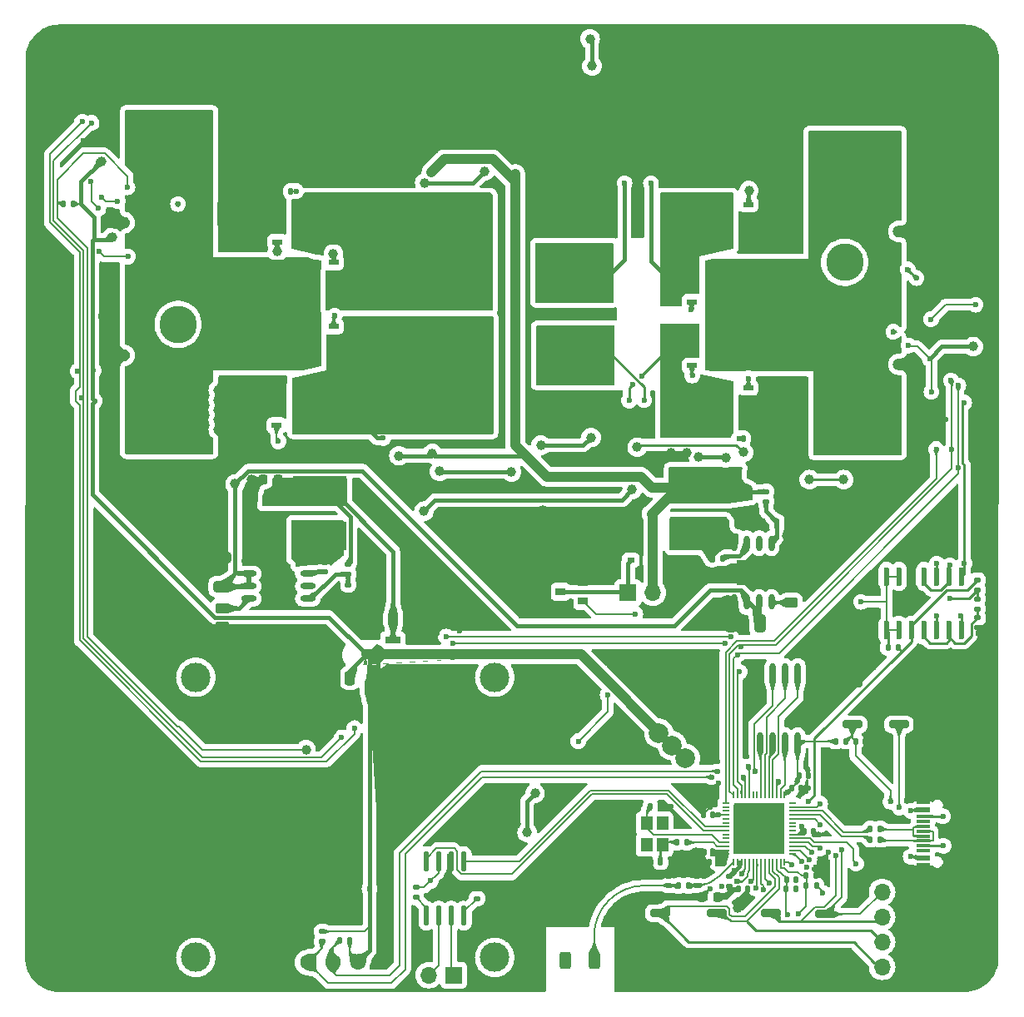
<source format=gtl>
G04 #@! TF.GenerationSoftware,KiCad,Pcbnew,8.0.6*
G04 #@! TF.CreationDate,2025-05-10T14:29:50+10:00*
G04 #@! TF.ProjectId,MPPT_V3,4d505054-5f56-4332-9e6b-696361645f70,rev?*
G04 #@! TF.SameCoordinates,Original*
G04 #@! TF.FileFunction,Copper,L1,Top*
G04 #@! TF.FilePolarity,Positive*
%FSLAX46Y46*%
G04 Gerber Fmt 4.6, Leading zero omitted, Abs format (unit mm)*
G04 Created by KiCad (PCBNEW 8.0.6) date 2025-05-10 14:29:50*
%MOMM*%
%LPD*%
G01*
G04 APERTURE LIST*
G04 Aperture macros list*
%AMRoundRect*
0 Rectangle with rounded corners*
0 $1 Rounding radius*
0 $2 $3 $4 $5 $6 $7 $8 $9 X,Y pos of 4 corners*
0 Add a 4 corners polygon primitive as box body*
4,1,4,$2,$3,$4,$5,$6,$7,$8,$9,$2,$3,0*
0 Add four circle primitives for the rounded corners*
1,1,$1+$1,$2,$3*
1,1,$1+$1,$4,$5*
1,1,$1+$1,$6,$7*
1,1,$1+$1,$8,$9*
0 Add four rect primitives between the rounded corners*
20,1,$1+$1,$2,$3,$4,$5,0*
20,1,$1+$1,$4,$5,$6,$7,0*
20,1,$1+$1,$6,$7,$8,$9,0*
20,1,$1+$1,$8,$9,$2,$3,0*%
%AMFreePoly0*
4,1,149,1.029806,0.999029,1.079806,0.989029,1.082127,0.988507,1.120971,0.978796,1.169806,0.969029,1.172127,0.968507,1.252127,0.948507,1.262361,0.944721,1.297451,0.927176,1.332127,0.918507,1.342361,0.914721,1.422361,0.874721,1.430000,0.870000,1.466394,0.842704,1.502361,0.824721,1.515355,0.815355,1.542840,0.787870,1.580000,0.760000,1.585355,0.755355,1.705355,0.635355,
1.710000,0.630000,1.737870,0.592840,1.765355,0.565355,1.774721,0.552361,1.834721,0.432361,1.838507,0.422127,1.849039,0.380000,3.510000,0.380000,3.545355,0.365355,3.560000,0.330000,3.560000,-0.330000,3.545355,-0.365355,3.510000,-0.380000,1.849039,-0.380000,1.838507,-0.422127,1.834721,-0.432361,1.774721,-0.552361,1.765355,-0.565355,1.737870,-0.592840,1.710000,-0.630000,
1.705355,-0.635355,1.647870,-0.692840,1.620000,-0.730000,1.607735,-0.741603,1.578884,-0.760837,1.542840,-0.787870,1.515355,-0.815355,1.502361,-0.824721,1.466394,-0.842704,1.430000,-0.870000,1.422361,-0.874721,1.342361,-0.914721,1.332127,-0.918507,1.297451,-0.927176,1.262361,-0.944721,1.252127,-0.948507,1.172127,-0.968507,1.169806,-0.969029,1.120971,-0.978796,1.082127,-0.988507,
1.079806,-0.989029,1.029806,-0.999029,1.020000,-1.000000,-1.010000,-1.000000,-1.022127,-0.998507,-1.060971,-0.988796,-1.109806,-0.979029,-1.112127,-0.978507,-1.190971,-0.958796,-1.239806,-0.949029,-1.252361,-0.944721,-1.287451,-0.927176,-1.322127,-0.918507,-1.332361,-0.914721,-1.412361,-0.874721,-1.420000,-0.870000,-1.458884,-0.840837,-1.487735,-0.821603,-1.490000,-0.820000,-1.530000,-0.790000,
-1.535355,-0.785355,-1.559617,-0.761093,-1.592361,-0.744721,-1.610000,-0.730000,-1.637870,-0.692840,-1.695355,-0.635355,-1.700000,-0.630000,-1.730000,-0.590000,-1.731603,-0.587735,-1.751603,-0.557735,-1.754721,-0.552361,-1.772704,-0.516394,-1.800000,-0.480000,-1.804721,-0.472361,-1.844721,-0.392361,-1.848507,-0.382127,-1.857176,-0.347451,-1.874721,-0.312361,-1.879029,-0.299806,-1.888796,-0.250971,
-1.908507,-0.172127,-1.910000,-0.160000,-1.910000,-0.116155,-1.918507,-0.082127,-1.920000,-0.070000,-1.920000,0.070000,-1.918507,0.082127,-1.910000,0.116155,-1.910000,0.150000,-1.909029,0.159806,-1.899029,0.209806,-1.898507,0.212127,-1.878507,0.292127,-1.876424,0.298570,-1.857683,0.345421,-1.848507,0.382127,-1.844721,0.392361,-1.804721,0.472361,-1.800000,0.480000,-1.772704,0.516394,
-1.754721,0.552361,-1.751603,0.557735,-1.731603,0.587735,-1.730000,0.590000,-1.700000,0.630000,-1.695355,0.635355,-1.605355,0.725355,-1.600000,0.730000,-1.562840,0.757870,-1.535355,0.785355,-1.530000,0.790000,-1.490000,0.820000,-1.487735,0.821603,-1.458884,0.840837,-1.420000,0.870000,-1.412361,0.874721,-1.332361,0.914721,-1.322127,0.918507,-1.287451,0.927176,-1.252361,0.944721,
-1.239806,0.949029,-1.190971,0.958796,-1.112127,0.978507,-1.109806,0.979029,-1.060971,0.988796,-1.022127,0.998507,-1.010000,1.000000,1.020000,1.000000,1.029806,0.999029,1.029806,0.999029,$1*%
G04 Aperture macros list end*
G04 #@! TA.AperFunction,SMDPad,CuDef*
%ADD10O,0.588011X2.045009*%
G04 #@! TD*
G04 #@! TA.AperFunction,SMDPad,CuDef*
%ADD11RoundRect,0.135000X0.185000X-0.135000X0.185000X0.135000X-0.185000X0.135000X-0.185000X-0.135000X0*%
G04 #@! TD*
G04 #@! TA.AperFunction,SMDPad,CuDef*
%ADD12RoundRect,0.135000X-0.185000X0.135000X-0.185000X-0.135000X0.185000X-0.135000X0.185000X0.135000X0*%
G04 #@! TD*
G04 #@! TA.AperFunction,ComponentPad*
%ADD13R,1.700000X1.700000*%
G04 #@! TD*
G04 #@! TA.AperFunction,ComponentPad*
%ADD14O,1.700000X1.700000*%
G04 #@! TD*
G04 #@! TA.AperFunction,SMDPad,CuDef*
%ADD15R,1.000000X0.600000*%
G04 #@! TD*
G04 #@! TA.AperFunction,SMDPad,CuDef*
%ADD16R,4.000000X4.410000*%
G04 #@! TD*
G04 #@! TA.AperFunction,SMDPad,CuDef*
%ADD17RoundRect,0.140000X0.140000X0.170000X-0.140000X0.170000X-0.140000X-0.170000X0.140000X-0.170000X0*%
G04 #@! TD*
G04 #@! TA.AperFunction,SMDPad,CuDef*
%ADD18O,0.590000X1.970000*%
G04 #@! TD*
G04 #@! TA.AperFunction,SMDPad,CuDef*
%ADD19RoundRect,0.140000X-0.140000X-0.170000X0.140000X-0.170000X0.140000X0.170000X-0.140000X0.170000X0*%
G04 #@! TD*
G04 #@! TA.AperFunction,ComponentPad*
%ADD20C,5.000000*%
G04 #@! TD*
G04 #@! TA.AperFunction,SMDPad,CuDef*
%ADD21RoundRect,0.147500X0.172500X-0.147500X0.172500X0.147500X-0.172500X0.147500X-0.172500X-0.147500X0*%
G04 #@! TD*
G04 #@! TA.AperFunction,SMDPad,CuDef*
%ADD22RoundRect,0.135000X-0.135000X-0.185000X0.135000X-0.185000X0.135000X0.185000X-0.135000X0.185000X0*%
G04 #@! TD*
G04 #@! TA.AperFunction,SMDPad,CuDef*
%ADD23RoundRect,0.250000X0.650000X-0.325000X0.650000X0.325000X-0.650000X0.325000X-0.650000X-0.325000X0*%
G04 #@! TD*
G04 #@! TA.AperFunction,SMDPad,CuDef*
%ADD24RoundRect,0.140000X0.170000X-0.140000X0.170000X0.140000X-0.170000X0.140000X-0.170000X-0.140000X0*%
G04 #@! TD*
G04 #@! TA.AperFunction,SMDPad,CuDef*
%ADD25RoundRect,0.250000X0.450000X-0.262500X0.450000X0.262500X-0.450000X0.262500X-0.450000X-0.262500X0*%
G04 #@! TD*
G04 #@! TA.AperFunction,ComponentPad*
%ADD26C,6.000000*%
G04 #@! TD*
G04 #@! TA.AperFunction,SMDPad,CuDef*
%ADD27R,5.500000X3.000000*%
G04 #@! TD*
G04 #@! TA.AperFunction,SMDPad,CuDef*
%ADD28R,1.000000X0.800000*%
G04 #@! TD*
G04 #@! TA.AperFunction,SMDPad,CuDef*
%ADD29R,0.200000X0.660000*%
G04 #@! TD*
G04 #@! TA.AperFunction,SMDPad,CuDef*
%ADD30R,0.660000X0.200000*%
G04 #@! TD*
G04 #@! TA.AperFunction,SMDPad,CuDef*
%ADD31R,4.000000X4.000000*%
G04 #@! TD*
G04 #@! TA.AperFunction,SMDPad,CuDef*
%ADD32RoundRect,0.135000X0.135000X0.185000X-0.135000X0.185000X-0.135000X-0.185000X0.135000X-0.185000X0*%
G04 #@! TD*
G04 #@! TA.AperFunction,SMDPad,CuDef*
%ADD33RoundRect,0.225000X0.225000X0.250000X-0.225000X0.250000X-0.225000X-0.250000X0.225000X-0.250000X0*%
G04 #@! TD*
G04 #@! TA.AperFunction,SMDPad,CuDef*
%ADD34RoundRect,0.250000X0.250000X0.475000X-0.250000X0.475000X-0.250000X-0.475000X0.250000X-0.475000X0*%
G04 #@! TD*
G04 #@! TA.AperFunction,SMDPad,CuDef*
%ADD35R,1.200000X1.400000*%
G04 #@! TD*
G04 #@! TA.AperFunction,SMDPad,CuDef*
%ADD36RoundRect,0.200000X0.800000X-0.200000X0.800000X0.200000X-0.800000X0.200000X-0.800000X-0.200000X0*%
G04 #@! TD*
G04 #@! TA.AperFunction,SMDPad,CuDef*
%ADD37RoundRect,0.225000X-0.225000X-0.250000X0.225000X-0.250000X0.225000X0.250000X-0.225000X0.250000X0*%
G04 #@! TD*
G04 #@! TA.AperFunction,SMDPad,CuDef*
%ADD38RoundRect,0.250000X0.325000X0.650000X-0.325000X0.650000X-0.325000X-0.650000X0.325000X-0.650000X0*%
G04 #@! TD*
G04 #@! TA.AperFunction,SMDPad,CuDef*
%ADD39R,1.580000X0.670000*%
G04 #@! TD*
G04 #@! TA.AperFunction,SMDPad,CuDef*
%ADD40FreePoly0,0.000000*%
G04 #@! TD*
G04 #@! TA.AperFunction,SMDPad,CuDef*
%ADD41RoundRect,0.250000X-0.325000X-1.100000X0.325000X-1.100000X0.325000X1.100000X-0.325000X1.100000X0*%
G04 #@! TD*
G04 #@! TA.AperFunction,SMDPad,CuDef*
%ADD42RoundRect,0.200000X-0.800000X0.200000X-0.800000X-0.200000X0.800000X-0.200000X0.800000X0.200000X0*%
G04 #@! TD*
G04 #@! TA.AperFunction,SMDPad,CuDef*
%ADD43O,1.600000X0.600000*%
G04 #@! TD*
G04 #@! TA.AperFunction,SMDPad,CuDef*
%ADD44R,2.500000X3.200000*%
G04 #@! TD*
G04 #@! TA.AperFunction,SMDPad,CuDef*
%ADD45R,0.780000X0.500000*%
G04 #@! TD*
G04 #@! TA.AperFunction,SMDPad,CuDef*
%ADD46RoundRect,0.250000X-0.362500X-1.425000X0.362500X-1.425000X0.362500X1.425000X-0.362500X1.425000X0*%
G04 #@! TD*
G04 #@! TA.AperFunction,ComponentPad*
%ADD47C,2.200000*%
G04 #@! TD*
G04 #@! TA.AperFunction,SMDPad,CuDef*
%ADD48RoundRect,0.250000X0.312500X0.625000X-0.312500X0.625000X-0.312500X-0.625000X0.312500X-0.625000X0*%
G04 #@! TD*
G04 #@! TA.AperFunction,SMDPad,CuDef*
%ADD49RoundRect,0.250000X0.325000X1.100000X-0.325000X1.100000X-0.325000X-1.100000X0.325000X-1.100000X0*%
G04 #@! TD*
G04 #@! TA.AperFunction,SMDPad,CuDef*
%ADD50R,1.450000X0.600000*%
G04 #@! TD*
G04 #@! TA.AperFunction,SMDPad,CuDef*
%ADD51R,1.450000X0.300000*%
G04 #@! TD*
G04 #@! TA.AperFunction,ComponentPad*
%ADD52O,2.100000X1.000000*%
G04 #@! TD*
G04 #@! TA.AperFunction,ComponentPad*
%ADD53O,1.600000X1.000000*%
G04 #@! TD*
G04 #@! TA.AperFunction,ComponentPad*
%ADD54C,3.000000*%
G04 #@! TD*
G04 #@! TA.AperFunction,ComponentPad*
%ADD55C,1.600000*%
G04 #@! TD*
G04 #@! TA.AperFunction,SMDPad,CuDef*
%ADD56RoundRect,0.250000X-0.250000X-0.475000X0.250000X-0.475000X0.250000X0.475000X-0.250000X0.475000X0*%
G04 #@! TD*
G04 #@! TA.AperFunction,SMDPad,CuDef*
%ADD57O,0.600000X1.600000*%
G04 #@! TD*
G04 #@! TA.AperFunction,SMDPad,CuDef*
%ADD58R,3.200000X2.500000*%
G04 #@! TD*
G04 #@! TA.AperFunction,SMDPad,CuDef*
%ADD59O,0.630000X2.250000*%
G04 #@! TD*
G04 #@! TA.AperFunction,ComponentPad*
%ADD60C,3.800000*%
G04 #@! TD*
G04 #@! TA.AperFunction,ComponentPad*
%ADD61O,2.200000X1.200000*%
G04 #@! TD*
G04 #@! TA.AperFunction,SMDPad,CuDef*
%ADD62RoundRect,0.147500X-0.147500X-0.172500X0.147500X-0.172500X0.147500X0.172500X-0.147500X0.172500X0*%
G04 #@! TD*
G04 #@! TA.AperFunction,SMDPad,CuDef*
%ADD63RoundRect,0.250000X-0.450000X0.262500X-0.450000X-0.262500X0.450000X-0.262500X0.450000X0.262500X0*%
G04 #@! TD*
G04 #@! TA.AperFunction,ViaPad*
%ADD64C,0.600000*%
G04 #@! TD*
G04 #@! TA.AperFunction,ViaPad*
%ADD65C,1.000000*%
G04 #@! TD*
G04 #@! TA.AperFunction,ViaPad*
%ADD66C,2.000000*%
G04 #@! TD*
G04 #@! TA.AperFunction,Conductor*
%ADD67C,0.156500*%
G04 #@! TD*
G04 #@! TA.AperFunction,Conductor*
%ADD68C,0.200000*%
G04 #@! TD*
G04 #@! TA.AperFunction,Conductor*
%ADD69C,0.400000*%
G04 #@! TD*
G04 #@! TA.AperFunction,Conductor*
%ADD70C,0.250000*%
G04 #@! TD*
G04 #@! TA.AperFunction,Conductor*
%ADD71C,1.000000*%
G04 #@! TD*
G04 APERTURE END LIST*
D10*
X124968379Y-138917663D03*
X123698376Y-138917663D03*
X122428374Y-138917663D03*
X121158371Y-138917663D03*
X124968379Y-144462495D03*
X123698376Y-144462495D03*
X122428374Y-144462495D03*
X121158371Y-144462495D03*
D11*
X120100000Y-142610000D03*
X120100000Y-141590000D03*
D12*
X126300000Y-141690000D03*
X126300000Y-142710000D03*
D13*
X123940000Y-150500000D03*
D14*
X121400000Y-150500000D03*
D15*
X153900000Y-94560000D03*
X153900000Y-93280000D03*
X153900000Y-92020000D03*
X153900000Y-90750000D03*
X148060000Y-90750000D03*
X148060000Y-92020000D03*
X148060000Y-93280000D03*
X148060000Y-94560000D03*
D16*
X150370000Y-92650000D03*
D17*
X158730000Y-140800000D03*
X157770000Y-140800000D03*
D18*
X167950000Y-115400000D03*
X169220000Y-115400000D03*
X170490000Y-115400000D03*
X171760000Y-115400000D03*
X173030000Y-115400000D03*
X174300000Y-115400000D03*
X175570000Y-115400000D03*
X175570000Y-109940000D03*
X174300000Y-109940000D03*
X173030000Y-109940000D03*
X171760000Y-109940000D03*
X170490000Y-109940000D03*
X169220000Y-109940000D03*
X167950000Y-109940000D03*
D19*
X159550000Y-135900000D03*
X160510000Y-135900000D03*
D20*
X135074999Y-79075000D03*
X121575000Y-79075000D03*
D21*
X152000000Y-141435000D03*
X152000000Y-140465000D03*
D22*
X84240000Y-72050000D03*
X85260000Y-72050000D03*
D15*
X111730000Y-81810000D03*
X111730000Y-80530000D03*
X111730000Y-79270000D03*
X111730000Y-78000000D03*
X105890000Y-78000000D03*
X105890000Y-79270000D03*
X105890000Y-80530000D03*
X105890000Y-81810000D03*
D16*
X108200000Y-79900000D03*
D17*
X144960000Y-139000000D03*
X144000000Y-139000000D03*
D23*
X105400000Y-104975000D03*
X105400000Y-102025000D03*
D24*
X145800000Y-141380000D03*
X145800000Y-140420000D03*
D12*
X177230000Y-114150000D03*
X177230000Y-115169998D03*
D25*
X158250000Y-112625000D03*
X158250000Y-110800000D03*
D26*
X84800000Y-147500000D03*
X175000000Y-58500000D03*
D15*
X111730000Y-88310000D03*
X111730000Y-87030000D03*
X111730000Y-85770000D03*
X111730000Y-84500000D03*
X105890000Y-84500000D03*
X105890000Y-85770000D03*
X105890000Y-87030000D03*
X105890000Y-88310000D03*
D16*
X108200000Y-86400000D03*
D17*
X160750000Y-140400000D03*
X159790000Y-140400000D03*
X150380000Y-138000000D03*
X149420000Y-138000000D03*
D27*
X110300000Y-105830000D03*
X110300000Y-101170000D03*
D28*
X137100000Y-112450026D03*
X137100000Y-110550000D03*
X134799974Y-111499962D03*
D29*
X152390000Y-139010000D03*
X152790000Y-139010000D03*
X153190000Y-139010000D03*
X153590000Y-139010000D03*
X153990000Y-139010000D03*
X154390000Y-139010000D03*
X154790000Y-139010000D03*
X155190000Y-139010000D03*
X155590000Y-139010000D03*
X155990000Y-139010000D03*
X156390000Y-139010000D03*
X156790000Y-139010000D03*
X157190000Y-139010000D03*
X157590000Y-139010000D03*
D30*
X158400000Y-138200000D03*
X158400000Y-137800000D03*
X158400000Y-137400000D03*
X158400000Y-137000000D03*
X158400000Y-136600000D03*
X158400000Y-136200000D03*
X158400000Y-135800000D03*
X158400000Y-135400000D03*
X158400000Y-135000000D03*
X158400000Y-134600000D03*
X158400000Y-134200000D03*
X158400000Y-133800000D03*
X158400000Y-133400000D03*
X158400000Y-133000000D03*
D29*
X157590000Y-132190000D03*
X157190000Y-132190000D03*
X156790000Y-132190000D03*
X156390000Y-132190000D03*
X155990000Y-132190000D03*
X155590000Y-132190000D03*
X155190000Y-132190000D03*
X154790000Y-132190000D03*
X154390000Y-132190000D03*
X153990000Y-132190000D03*
X153590000Y-132190000D03*
X153190000Y-132190000D03*
X152790000Y-132190000D03*
X152390000Y-132190000D03*
D30*
X151580000Y-133000000D03*
X151580000Y-133400000D03*
X151580000Y-133800000D03*
X151580000Y-134200000D03*
X151580000Y-134600000D03*
X151580000Y-135000000D03*
X151580000Y-135400000D03*
X151580000Y-135800000D03*
X151580000Y-136200000D03*
X151580000Y-136600000D03*
X151580000Y-137000000D03*
X151580000Y-137400000D03*
X151580000Y-137800000D03*
X151580000Y-138200000D03*
D31*
X154990000Y-135600000D03*
D23*
X153400000Y-104525000D03*
X153400000Y-101575000D03*
D32*
X158770000Y-141750000D03*
X157750000Y-141750000D03*
D33*
X150750000Y-142550000D03*
X149200000Y-142550000D03*
D34*
X113380000Y-120280000D03*
X111480000Y-120280000D03*
D12*
X155700000Y-101300000D03*
X155700000Y-102320000D03*
D35*
X145150000Y-137250000D03*
X145150000Y-135050000D03*
X143550000Y-135050000D03*
X143550000Y-137250000D03*
D36*
X161700000Y-148500000D03*
X161700000Y-144300000D03*
D37*
X104550000Y-100100000D03*
X106100000Y-100100000D03*
D38*
X155075000Y-114700000D03*
X152125000Y-114700000D03*
D23*
X100400000Y-110975000D03*
X100400000Y-108025000D03*
D15*
X148170000Y-84690000D03*
X148170000Y-85970000D03*
X148170000Y-87230000D03*
X148170000Y-88500000D03*
X154010000Y-88500000D03*
X154010000Y-87230000D03*
X154010000Y-85970000D03*
X154010000Y-84690000D03*
D16*
X151700000Y-86600000D03*
D39*
X117750000Y-119380000D03*
D40*
X115030000Y-117880000D03*
D39*
X117750000Y-116380000D03*
D33*
X154175000Y-99550000D03*
X152625000Y-99550000D03*
D41*
X158350000Y-73500000D03*
X161300000Y-73500000D03*
D19*
X143940000Y-133350000D03*
X144900000Y-133350000D03*
D36*
X150700000Y-148400000D03*
X150700000Y-144200000D03*
D12*
X113200000Y-108690000D03*
X113200000Y-109710000D03*
D42*
X169200000Y-120800000D03*
X169200000Y-125000000D03*
D12*
X177190000Y-112220000D03*
X177190000Y-113239998D03*
D19*
X152900000Y-141750000D03*
X153860000Y-141750000D03*
D43*
X103100000Y-108400000D03*
X103100000Y-109670000D03*
X103100000Y-110940000D03*
X103100000Y-112210000D03*
X109100000Y-112210000D03*
X109100000Y-110940000D03*
X109100000Y-109670000D03*
X109100000Y-108400000D03*
D44*
X106100000Y-110300000D03*
D32*
X169109999Y-117190000D03*
X168090001Y-117190000D03*
D19*
X159040000Y-130200000D03*
X160000000Y-130200000D03*
D36*
X144900000Y-148400000D03*
X144900000Y-144200000D03*
D32*
X160810000Y-141400000D03*
X159790000Y-141400000D03*
D45*
X141960000Y-108300000D03*
X144040000Y-108300000D03*
D24*
X148700000Y-141380000D03*
X148700000Y-140420000D03*
D17*
X151260000Y-108100000D03*
X150300000Y-108100000D03*
D46*
X139600000Y-79400000D03*
X145525000Y-79400000D03*
D11*
X110550000Y-147070000D03*
X110550000Y-146050000D03*
D22*
X162790000Y-126700000D03*
X163810000Y-126700000D03*
D47*
X93300000Y-94300000D03*
X93300000Y-101800000D03*
D22*
X153380000Y-95900000D03*
X154400000Y-95900000D03*
D48*
X138212500Y-149000000D03*
X135287500Y-149000000D03*
D49*
X100500000Y-73050000D03*
X97550000Y-73050000D03*
D32*
X107360000Y-70750000D03*
X106340000Y-70750000D03*
D50*
X171670022Y-139353263D03*
X171670022Y-138553263D03*
D51*
X171670022Y-137353263D03*
X171670022Y-136353263D03*
X171670022Y-135853263D03*
X171670022Y-134853263D03*
D50*
X171670022Y-133653263D03*
X171670022Y-132853263D03*
X171670022Y-132853263D03*
X171670022Y-133653263D03*
D51*
X171670022Y-134353263D03*
X171670022Y-135353263D03*
X171670022Y-136853263D03*
X171670022Y-137853263D03*
D50*
X171670022Y-138553263D03*
X171670022Y-139353263D03*
D52*
X172585022Y-140423263D03*
D53*
X176765022Y-140423263D03*
D52*
X172585022Y-131783263D03*
D53*
X176765022Y-131783263D03*
D54*
X128100000Y-148700000D03*
X128100000Y-120200000D03*
X97700000Y-148700000D03*
X97700000Y-120200000D03*
D55*
X116710000Y-149200000D03*
X114170000Y-149200000D03*
X111630000Y-149200000D03*
X109090000Y-149200000D03*
D34*
X117780000Y-114280000D03*
X115880000Y-114280000D03*
D15*
X148170000Y-78190000D03*
X148170000Y-79470000D03*
X148170000Y-80730000D03*
X148170000Y-82000000D03*
X154010000Y-82000000D03*
X154010000Y-80730000D03*
X154010000Y-79470000D03*
X154010000Y-78190000D03*
D16*
X151700000Y-80100000D03*
D15*
X153930000Y-75910000D03*
X153930000Y-74630000D03*
X153930000Y-73370000D03*
X153930000Y-72100000D03*
X148090000Y-72100000D03*
X148090000Y-73370000D03*
X148090000Y-74630000D03*
X148090000Y-75910000D03*
D16*
X150400000Y-74000000D03*
D32*
X167310000Y-135610000D03*
X166290000Y-135610000D03*
D13*
X167500000Y-139500000D03*
D14*
X167500000Y-142040000D03*
X167500000Y-144579999D03*
X167500000Y-147120000D03*
X167500000Y-149660000D03*
D56*
X115380000Y-121280000D03*
X117280000Y-121280000D03*
D57*
X152450000Y-112550000D03*
X153720000Y-112550000D03*
X154990000Y-112550000D03*
X156260000Y-112550000D03*
X156260000Y-106550000D03*
X154990000Y-106550000D03*
X153720000Y-106550000D03*
X152450000Y-106550000D03*
D58*
X154350000Y-109550000D03*
D15*
X105970000Y-72090000D03*
X105970000Y-73370000D03*
X105970000Y-74630000D03*
X105970000Y-75900000D03*
X111810000Y-75900000D03*
X111810000Y-74630000D03*
X111810000Y-73370000D03*
X111810000Y-72090000D03*
D16*
X109500000Y-74000000D03*
D32*
X113360000Y-146950000D03*
X112340000Y-146950000D03*
D26*
X175000000Y-147500000D03*
D47*
X95200000Y-66050000D03*
X95200000Y-58550000D03*
D19*
X164820000Y-126700000D03*
X165780000Y-126700000D03*
X158270000Y-131500000D03*
X159230000Y-131500000D03*
D59*
X158910000Y-119870000D03*
X157630000Y-119870000D03*
X156370000Y-119870000D03*
X155100000Y-119870000D03*
X155100000Y-126930000D03*
X156370000Y-126930000D03*
X157630000Y-126930000D03*
X158910000Y-126930000D03*
D24*
X110800000Y-109460000D03*
X110800000Y-108500000D03*
D17*
X150880000Y-139000000D03*
X149920000Y-139000000D03*
D47*
X165400000Y-95200000D03*
X165400000Y-102700000D03*
D60*
X95905000Y-84299880D03*
X95905000Y-77099880D03*
D61*
X89905000Y-73949880D03*
X89905000Y-87449880D03*
D42*
X164500000Y-120800000D03*
X164500000Y-125000000D03*
D46*
X139637500Y-87000000D03*
X145562500Y-87000000D03*
D27*
X148800000Y-105580000D03*
X148800000Y-100920000D03*
D20*
X135200000Y-87500000D03*
X121700001Y-87500000D03*
D13*
X141660000Y-111600000D03*
D14*
X144200000Y-111600000D03*
D36*
X156200000Y-148400000D03*
X156200000Y-144200000D03*
D12*
X113200000Y-110790000D03*
X113200000Y-111810000D03*
D47*
X164900000Y-67800000D03*
X164900000Y-60300000D03*
D15*
X105910000Y-90750000D03*
X105910000Y-92030000D03*
X105910000Y-93290000D03*
X105910000Y-94560000D03*
X111750000Y-94560000D03*
X111750000Y-93290000D03*
X111750000Y-92030000D03*
X111750000Y-90750000D03*
D16*
X109440000Y-92660000D03*
D17*
X150280000Y-134200000D03*
X149320000Y-134200000D03*
D32*
X167320000Y-136700000D03*
X166300000Y-136700000D03*
D60*
X163695000Y-78000120D03*
X163695000Y-85200120D03*
D61*
X169695000Y-88350120D03*
X169695000Y-74850120D03*
D12*
X177210000Y-110300002D03*
X177210000Y-111320000D03*
D62*
X146815000Y-141400000D03*
X147785000Y-141400000D03*
D22*
X156790000Y-104400000D03*
X157810000Y-104400000D03*
D32*
X147650000Y-137000000D03*
X146630000Y-137000000D03*
D26*
X84800000Y-58500000D03*
D63*
X100400000Y-113187500D03*
X100400000Y-115012500D03*
D64*
X121600000Y-140900000D03*
X115380000Y-141700000D03*
D65*
X156500000Y-75200000D03*
X102000000Y-94000000D03*
X133000000Y-108250000D03*
X87000000Y-136000000D03*
X81250000Y-76750000D03*
D64*
X174800000Y-88000000D03*
D65*
X175000000Y-80500000D03*
X96000000Y-136000000D03*
X163500000Y-116500000D03*
X88500000Y-134500000D03*
X90000000Y-139000000D03*
D64*
X172625000Y-95750000D03*
D65*
X141000000Y-103900000D03*
X172000000Y-76500000D03*
X108000000Y-136000000D03*
X106100000Y-110300000D03*
D64*
X155500000Y-135000000D03*
D65*
X93000000Y-139000000D03*
X105300000Y-109800000D03*
D64*
X143200000Y-139000000D03*
D65*
X100000000Y-93000000D03*
X158500000Y-75200000D03*
X105000000Y-65000000D03*
X88500000Y-140500000D03*
D64*
X154500000Y-134000000D03*
D65*
X142000000Y-103000000D03*
X130250000Y-135100000D03*
X102000000Y-67000000D03*
D64*
X155500000Y-134000000D03*
D65*
X106500000Y-63500000D03*
X82500000Y-134500000D03*
X100000000Y-91000000D03*
X155200000Y-92600000D03*
X113200000Y-112800000D03*
D64*
X153500000Y-135000000D03*
X174950000Y-132450000D03*
D65*
X87000000Y-133000000D03*
X88500000Y-131500000D03*
X119600000Y-100700000D03*
X159000000Y-92000000D03*
X104500000Y-73500000D03*
D64*
X113250000Y-124500000D03*
D65*
X160500000Y-116500000D03*
X94500000Y-137500000D03*
X159000000Y-94000000D03*
X175500000Y-120000000D03*
X174000000Y-125000000D03*
X81250000Y-77750000D03*
X102000000Y-65000000D03*
X109500000Y-131500000D03*
X82250000Y-85750000D03*
X112500000Y-63500000D03*
D64*
X161100000Y-136200000D03*
X124500000Y-115500000D03*
D65*
X134250000Y-104500000D03*
X156500000Y-74200000D03*
X134250000Y-107000000D03*
X108000000Y-62000000D03*
X153400000Y-109600000D03*
X84000000Y-133000000D03*
D64*
X142500000Y-94000000D03*
X114430000Y-114280000D03*
D65*
X87000000Y-139000000D03*
X157200000Y-94600000D03*
X102000000Y-133000000D03*
X106900000Y-109800000D03*
D64*
X151180000Y-141434123D03*
D65*
X156200000Y-91600000D03*
X101500000Y-75550000D03*
X82250000Y-80750000D03*
X157200000Y-93600000D03*
X96000000Y-139000000D03*
X147600000Y-97400000D03*
X114000000Y-62000000D03*
D64*
X154500000Y-135000000D03*
D65*
X157500000Y-75200000D03*
X157500000Y-73200000D03*
X97500000Y-134500000D03*
X155400000Y-109600000D03*
D64*
X148150000Y-142550000D03*
D65*
X146000000Y-97400000D03*
D64*
X156500000Y-135000000D03*
D65*
X128400000Y-70200000D03*
X90000000Y-136000000D03*
X138000000Y-106500000D03*
X174000000Y-127000000D03*
X165000000Y-133500000D03*
X174000000Y-79500000D03*
X97500000Y-137500000D03*
X174000000Y-78500000D03*
X97500000Y-131500000D03*
X105000000Y-56000000D03*
X172000000Y-75500000D03*
X97500000Y-140500000D03*
X154400000Y-109600000D03*
X157700000Y-90600000D03*
X83250000Y-79750000D03*
X154900000Y-108800000D03*
X83250000Y-84750000D03*
X82250000Y-84750000D03*
D64*
X174950000Y-139300000D03*
D65*
X102000000Y-91000000D03*
X108000000Y-56000000D03*
X149000000Y-139040000D03*
X83250000Y-76750000D03*
X134250000Y-105750000D03*
X153900000Y-110400000D03*
X175500000Y-128000000D03*
D64*
X160000000Y-131500000D03*
D65*
X82250000Y-87750000D03*
X114500000Y-56000000D03*
X111000000Y-59000000D03*
X100000000Y-95000000D03*
X81250000Y-80750000D03*
D64*
X88000000Y-83500000D03*
D65*
X154900000Y-110400000D03*
D64*
X155090000Y-122150000D03*
D65*
X175000000Y-78500000D03*
X85500000Y-134500000D03*
X163000000Y-131500000D03*
X157800000Y-105800000D03*
D64*
X162000000Y-138000000D03*
D65*
X103500000Y-131500000D03*
X83250000Y-85750000D03*
X102000000Y-139000000D03*
X139000000Y-105750000D03*
X134250000Y-108250000D03*
X91500000Y-140500000D03*
X94500000Y-140500000D03*
X100400000Y-106400000D03*
X106100000Y-111300000D03*
X101000000Y-95000000D03*
X156200000Y-93600000D03*
D64*
X160750000Y-139550000D03*
D65*
X177000000Y-125000000D03*
X109500000Y-63500000D03*
X100500000Y-71550000D03*
X163000000Y-130000000D03*
X82500000Y-131500000D03*
X111000000Y-56000000D03*
X101000000Y-94000000D03*
X174000000Y-119000000D03*
X108000000Y-133000000D03*
D64*
X153750000Y-128250000D03*
D65*
X101500000Y-71550000D03*
X112560589Y-97860589D03*
X175000000Y-77500000D03*
X106500000Y-131500000D03*
X162000000Y-114500000D03*
X100500000Y-134500000D03*
X109500000Y-134500000D03*
X133000000Y-103200000D03*
X105000000Y-139000000D03*
X108000000Y-65000000D03*
D64*
X158730000Y-140800000D03*
X156500000Y-134000000D03*
D65*
X155300000Y-104500000D03*
X102000000Y-93000000D03*
X106500000Y-140500000D03*
D64*
X141500000Y-94000000D03*
D65*
X162000000Y-121000000D03*
X133000000Y-105750000D03*
X172000000Y-74500000D03*
X175500000Y-130000000D03*
D64*
X170000000Y-132750000D03*
D65*
X140000000Y-105000000D03*
X175000000Y-79500000D03*
X81250000Y-81750000D03*
D64*
X167250000Y-132750000D03*
D65*
X153900000Y-108800000D03*
D64*
X89100000Y-82500000D03*
D65*
X164000000Y-134500000D03*
X91500000Y-131500000D03*
X158500000Y-72200000D03*
D64*
X138000000Y-94000000D03*
D65*
X83250000Y-86750000D03*
X82250000Y-82750000D03*
X105000000Y-136000000D03*
D66*
X151820000Y-112880000D03*
D65*
X163000000Y-128500000D03*
X103500000Y-140500000D03*
D64*
X161250000Y-138750000D03*
D65*
X111000000Y-65000000D03*
X101000000Y-91000000D03*
X100000000Y-92000000D03*
X108000000Y-59000000D03*
X82500000Y-137500000D03*
X81250000Y-75750000D03*
X112500000Y-57500000D03*
X157500000Y-72200000D03*
X88500000Y-137500000D03*
X85500000Y-140500000D03*
X163500000Y-113000000D03*
X174000000Y-129000000D03*
X173000000Y-76500000D03*
X108000000Y-139000000D03*
X175500000Y-124000000D03*
X99000000Y-139000000D03*
D64*
X174000000Y-94000000D03*
D65*
X84000000Y-136000000D03*
X106500000Y-137500000D03*
X100000000Y-94000000D03*
X105000000Y-59000000D03*
X85500000Y-131500000D03*
X104500000Y-71500000D03*
X83250000Y-78750000D03*
X174000000Y-75500000D03*
X81250000Y-84750000D03*
X82250000Y-77750000D03*
X103100000Y-107200000D03*
X81250000Y-86750000D03*
X175000000Y-76500000D03*
X83250000Y-83750000D03*
X94500000Y-134500000D03*
X133350000Y-133050000D03*
X81250000Y-78750000D03*
X174000000Y-80500000D03*
X81250000Y-85750000D03*
X157200000Y-92600000D03*
X158700000Y-90600000D03*
D64*
X154500000Y-136000000D03*
X143500000Y-94000000D03*
D65*
X104500000Y-72500000D03*
D64*
X111750000Y-125750000D03*
D65*
X166000000Y-132500000D03*
X105300000Y-110800000D03*
X147200000Y-68000000D03*
D64*
X146000000Y-133350000D03*
D65*
X83250000Y-80750000D03*
D64*
X150014135Y-133385866D03*
D65*
X82250000Y-83750000D03*
X158500000Y-76200000D03*
X138000000Y-105000000D03*
X84000000Y-139000000D03*
X101500000Y-73550000D03*
X100400000Y-116400000D03*
X106500000Y-57500000D03*
X83250000Y-81750000D03*
X100500000Y-75550000D03*
X177000000Y-127000000D03*
X114500000Y-59000000D03*
X106900000Y-110800000D03*
D64*
X110130000Y-120280000D03*
D65*
X156200000Y-94600000D03*
X96000000Y-133000000D03*
X174000000Y-123000000D03*
D64*
X139000000Y-94000000D03*
D65*
X94500000Y-131500000D03*
D64*
X168650000Y-85050000D03*
D65*
X158500000Y-74200000D03*
X105000000Y-133000000D03*
X93000000Y-133000000D03*
X100500000Y-73550000D03*
X104500000Y-74500000D03*
X82250000Y-76750000D03*
X90000000Y-133000000D03*
X81250000Y-87750000D03*
X82250000Y-81750000D03*
X160500000Y-123000000D03*
D64*
X159800000Y-139550000D03*
X155500000Y-136000000D03*
D65*
X99000000Y-133000000D03*
X82250000Y-79750000D03*
X152791713Y-143672498D03*
D64*
X95900000Y-72050000D03*
D65*
X82250000Y-75750000D03*
X173000000Y-75500000D03*
X155200000Y-94600000D03*
X85500000Y-137500000D03*
X111000000Y-62000000D03*
X177000000Y-119000000D03*
X166500000Y-116500000D03*
X100500000Y-74550000D03*
D64*
X156500000Y-137000000D03*
D65*
X101500000Y-72550000D03*
X82500000Y-140500000D03*
X174000000Y-77500000D03*
X157500000Y-74200000D03*
X100500000Y-131500000D03*
D64*
X174800000Y-83300000D03*
D65*
X155200000Y-91600000D03*
X163500000Y-119500000D03*
X157500000Y-76200000D03*
X109500000Y-57500000D03*
X82250000Y-86750000D03*
X105400000Y-106200000D03*
X162000000Y-118000000D03*
X102000000Y-92000000D03*
D66*
X150539239Y-114250761D03*
D65*
X103500000Y-134500000D03*
X83250000Y-77750000D03*
X99000000Y-136000000D03*
X81250000Y-79750000D03*
X103400000Y-100100000D03*
X120400000Y-66400000D03*
X88500000Y-79699998D03*
X81250000Y-82750000D03*
X173000000Y-80500000D03*
D64*
X150880000Y-131000000D03*
D65*
X102000000Y-66000000D03*
X158500000Y-73200000D03*
D64*
X150021544Y-141717064D03*
X161550000Y-139500000D03*
D65*
X156500000Y-76200000D03*
X109500000Y-140500000D03*
X109500000Y-137500000D03*
X177000000Y-123000000D03*
X155200000Y-73200000D03*
D64*
X174800000Y-84350000D03*
D65*
X158000000Y-68000000D03*
X148550000Y-138020000D03*
X83250000Y-87750000D03*
X177000000Y-129000000D03*
D64*
X122250000Y-115750000D03*
D65*
X100500000Y-140500000D03*
X101500000Y-74550000D03*
X160500000Y-119500000D03*
X133000000Y-107000000D03*
X133000000Y-104500000D03*
X100500000Y-72550000D03*
X158000000Y-67000000D03*
X101000000Y-93000000D03*
X159000000Y-93000000D03*
X112500000Y-60500000D03*
D64*
X177250000Y-115710000D03*
D65*
X81250000Y-83750000D03*
X171000000Y-76500000D03*
X174000000Y-121000000D03*
D64*
X156500000Y-136000000D03*
D65*
X91500000Y-134500000D03*
X93000000Y-136000000D03*
D64*
X155500000Y-137000000D03*
D65*
X83250000Y-82750000D03*
X175500000Y-126000000D03*
X109500000Y-60500000D03*
X106500000Y-60500000D03*
X174000000Y-76500000D03*
X155200000Y-93600000D03*
D64*
X150750000Y-128750000D03*
D65*
X156200000Y-92600000D03*
X91500000Y-137500000D03*
X166500000Y-119000000D03*
D64*
X153500000Y-134000000D03*
D65*
X158000000Y-66000000D03*
X82250000Y-78750000D03*
X103500000Y-137500000D03*
X106500000Y-134500000D03*
X102000000Y-136000000D03*
X100500000Y-137500000D03*
X175500000Y-122000000D03*
X126100000Y-62500000D03*
X143400000Y-67600000D03*
X101000000Y-92000000D03*
D64*
X159940000Y-129530000D03*
D65*
X106100000Y-109300000D03*
D64*
X86300000Y-65600000D03*
D65*
X177000000Y-121000000D03*
X157200000Y-91600000D03*
X130200000Y-96600000D03*
X130200000Y-77600000D03*
X135300000Y-99800000D03*
X130200000Y-69000000D03*
X121750000Y-97440000D03*
X121670000Y-68830000D03*
X118360589Y-97660589D03*
D64*
X150200000Y-95400000D03*
X141775000Y-92050000D03*
X143073192Y-89551808D03*
X142151808Y-90398192D03*
D65*
X101100000Y-78500000D03*
X98000000Y-93000000D03*
X102000000Y-88100000D03*
X97500000Y-72050000D03*
X100100000Y-78500000D03*
X97500000Y-74050000D03*
X100000000Y-88100000D03*
X98000000Y-66000000D03*
X98000000Y-65000000D03*
X98000000Y-95000000D03*
X102100000Y-78500000D03*
X98000000Y-94000000D03*
X101000000Y-88100000D03*
X97500000Y-73050000D03*
X98000000Y-67000000D03*
X117780000Y-114280000D03*
X132200000Y-132000000D03*
X131400000Y-136000000D03*
X137800000Y-55250000D03*
D64*
X150930000Y-138090000D03*
D65*
X138000000Y-58000000D03*
D66*
X146150000Y-127150000D03*
D64*
X159990735Y-132830735D03*
X158910000Y-130700000D03*
X172524999Y-91159924D03*
D65*
X176770000Y-86560000D03*
D64*
X151500000Y-138700000D03*
X158770000Y-141750000D03*
X151953742Y-142210000D03*
X87300000Y-89000000D03*
X170200000Y-86450000D03*
X87430000Y-92100000D03*
D65*
X151600000Y-97900000D03*
D64*
X150840031Y-134186229D03*
D65*
X148800000Y-97775000D03*
X89200000Y-75450000D03*
D64*
X159340000Y-135350000D03*
D65*
X138750000Y-119750000D03*
X88100000Y-67700000D03*
D64*
X161424265Y-142124265D03*
D66*
X147500000Y-128450000D03*
D64*
X172350000Y-87800000D03*
D66*
X144800000Y-125900000D03*
D64*
X157890000Y-131890000D03*
D65*
X129800000Y-99300000D03*
X122500000Y-99250000D03*
D64*
X172475000Y-83775000D03*
X90800000Y-77400000D03*
X87800000Y-72500000D03*
X87900000Y-76900000D03*
X177000000Y-82300000D03*
X87044975Y-69744975D03*
X170100000Y-78700000D03*
X170983884Y-79583884D03*
X173000000Y-97000000D03*
X123810000Y-116710000D03*
X152790000Y-117919741D03*
X112530000Y-126320000D03*
X151550000Y-116750000D03*
X175250000Y-98850000D03*
X86090000Y-91805123D03*
X87100000Y-63800000D03*
X175250000Y-90500000D03*
X156990000Y-130800000D03*
X154590000Y-129800000D03*
X115200000Y-74600000D03*
X111810000Y-72090000D03*
X126200000Y-71800000D03*
X144000000Y-69950000D03*
X145800000Y-72900000D03*
D65*
X137900000Y-95800000D03*
X132800000Y-96600000D03*
D64*
X141300000Y-69950000D03*
X152160000Y-116110000D03*
X174600000Y-97000000D03*
X86150000Y-63700000D03*
X123145000Y-116055000D03*
X174500000Y-90000000D03*
X113820000Y-125380000D03*
X85700000Y-89050000D03*
X153159265Y-117100000D03*
X173750000Y-137350000D03*
X173700000Y-134350000D03*
X89750000Y-71750000D03*
X88150000Y-71350000D03*
D65*
X142080000Y-101120000D03*
X120900000Y-103300000D03*
D64*
X153885000Y-129250000D03*
X150750000Y-129750000D03*
X150184313Y-130350000D03*
X153390000Y-130349980D03*
X161200000Y-133050000D03*
X163400000Y-137750000D03*
X162800000Y-138300000D03*
X161200000Y-137600000D03*
D65*
X160100000Y-100100000D03*
D64*
X173040000Y-113940000D03*
D65*
X163600000Y-100100000D03*
X142600000Y-96800000D03*
D64*
X173050000Y-108640000D03*
D65*
X153400000Y-97300000D03*
D64*
X154185527Y-140959583D03*
X154639999Y-141679619D03*
X160300000Y-138000000D03*
X160100000Y-138800000D03*
D65*
X121000000Y-69900000D03*
X127100000Y-68700000D03*
X155075000Y-114700000D03*
X101700000Y-100527207D03*
X161000000Y-66000000D03*
X158000000Y-87500000D03*
X161300000Y-72500000D03*
X161300000Y-73500000D03*
X157000000Y-87500000D03*
X155500000Y-79000000D03*
X161300000Y-74500000D03*
X156500000Y-79000000D03*
X161000000Y-67000000D03*
X157500000Y-79000000D03*
X161000000Y-68000000D03*
X162000000Y-92000000D03*
X156000000Y-87500000D03*
X162000000Y-94000000D03*
X162000000Y-93000000D03*
D64*
X116760589Y-95860589D03*
X114960589Y-90560589D03*
X115160589Y-94860589D03*
X159300000Y-138900000D03*
X155426726Y-141824745D03*
X156000000Y-141100000D03*
X158300000Y-139300000D03*
X175850000Y-92240000D03*
X175520000Y-113940000D03*
X175875000Y-108630000D03*
X106100000Y-96200000D03*
X152450000Y-139840002D03*
X153190505Y-140214446D03*
X168350000Y-132850000D03*
X143300000Y-92000000D03*
D65*
X106000000Y-76900000D03*
D64*
X153900000Y-89800000D03*
D65*
X153950000Y-70700000D03*
D64*
X170400000Y-138450000D03*
X170450000Y-133800000D03*
X152733300Y-140938448D03*
X169250000Y-133450000D03*
X111800000Y-83400000D03*
X107900000Y-70750000D03*
X157900000Y-144350000D03*
X161230000Y-135210000D03*
X165350000Y-112530000D03*
D65*
X108910000Y-127560000D03*
D64*
X164855000Y-139145000D03*
X90750000Y-70350000D03*
X136600000Y-126700000D03*
X139592893Y-122007107D03*
X152950000Y-95900000D03*
X159000000Y-144300000D03*
X174410000Y-108800000D03*
X174410000Y-112180000D03*
D65*
X111700000Y-77100000D03*
D64*
X148200000Y-89500000D03*
X148100000Y-82800000D03*
X142400000Y-113750000D03*
X153000000Y-119650000D03*
D67*
X107360000Y-70750000D02*
X107900000Y-70750000D01*
D68*
X121600000Y-140900000D02*
X122200000Y-140300000D01*
D69*
X115380000Y-141700000D02*
X115380000Y-145550000D01*
D68*
X123698376Y-150198376D02*
X124100000Y-150600000D01*
X123698376Y-144462495D02*
X123698376Y-150198376D01*
X122428374Y-149471626D02*
X121400000Y-150500000D01*
X122428374Y-144462495D02*
X122428374Y-149471626D01*
X120100000Y-141590000D02*
X120910000Y-141590000D01*
X122400000Y-140100000D02*
X122400000Y-138800000D01*
X122200000Y-140300000D02*
X122400000Y-140100000D01*
X120910000Y-141590000D02*
X121600000Y-140900000D01*
X121200000Y-138577487D02*
X121200000Y-139000000D01*
X124722334Y-140240168D02*
X124292382Y-139810216D01*
X124292382Y-137892382D02*
X123995158Y-137595158D01*
X129825518Y-140240168D02*
X124722334Y-140240168D01*
X124292382Y-139810216D02*
X124292382Y-137892382D01*
X133132843Y-136932843D02*
X129825518Y-140240168D01*
X122182329Y-137595158D02*
X121200000Y-138577487D01*
X139700000Y-132100000D02*
X137965686Y-132100000D01*
X123995158Y-137595158D02*
X122182329Y-137595158D01*
X137965686Y-132100000D02*
X133132843Y-136932843D01*
X146367157Y-132832843D02*
X145634314Y-132100000D01*
X151580000Y-135800000D02*
X149334314Y-135800000D01*
X145634314Y-132100000D02*
X139700000Y-132100000D01*
X149334314Y-135800000D02*
X146367157Y-132832843D01*
X151580000Y-135400000D02*
X149500000Y-135400000D01*
X145800000Y-131700000D02*
X137800000Y-131700000D01*
X149500000Y-135400000D02*
X145800000Y-131700000D01*
X137800000Y-131700000D02*
X130582337Y-138917663D01*
X130582337Y-138917663D02*
X124968379Y-138917663D01*
X123700000Y-140400000D02*
X123700000Y-138900000D01*
X126300000Y-141690000D02*
X124990000Y-141690000D01*
X124990000Y-141690000D02*
X123700000Y-140400000D01*
X124968379Y-144031621D02*
X126300000Y-142700000D01*
X124968379Y-144462495D02*
X124968379Y-144031621D01*
X120100000Y-142600000D02*
X120100000Y-142500000D01*
X121158371Y-144462495D02*
X121158371Y-143658371D01*
X121158371Y-143658371D02*
X120100000Y-142600000D01*
X111630000Y-149200000D02*
X111630000Y-150130000D01*
X111630000Y-150130000D02*
X112000000Y-150500000D01*
X118400000Y-149500000D02*
X118400000Y-138100000D01*
X117400000Y-150500000D02*
X118400000Y-149500000D01*
X112000000Y-150500000D02*
X117400000Y-150500000D01*
X118400000Y-138100000D02*
X126750000Y-129750000D01*
X126750000Y-129750000D02*
X150750000Y-129750000D01*
X150184313Y-130350000D02*
X126850000Y-130350000D01*
X111190000Y-151300000D02*
X109090000Y-149200000D01*
X117600000Y-151300000D02*
X111190000Y-151300000D01*
X126850000Y-130350000D02*
X119000000Y-138200000D01*
X119000000Y-149900000D02*
X117600000Y-151300000D01*
X119000000Y-138200000D02*
X119000000Y-149900000D01*
D67*
X138212500Y-146491142D02*
X138212500Y-149000000D01*
X145800000Y-141380000D02*
X143369604Y-141380000D01*
X146815000Y-141400000D02*
X145848284Y-141400000D01*
X139700000Y-142900000D02*
G75*
G03*
X138212518Y-146491142I3591100J-3591100D01*
G01*
X143369604Y-141380000D02*
G75*
G03*
X139699999Y-142899999I-4J-5189600D01*
G01*
D69*
X160500000Y-136200000D02*
X161100000Y-136200000D01*
X153850000Y-141877556D02*
X153850000Y-141760000D01*
D70*
X144900000Y-133350000D02*
X146000000Y-133350000D01*
X89000000Y-82500000D02*
X88000000Y-83500000D01*
D69*
X149420000Y-138000000D02*
X148570000Y-138000000D01*
X149200000Y-142550000D02*
X148150000Y-142550000D01*
X105400000Y-104975000D02*
X105400000Y-106200000D01*
X155275000Y-104525000D02*
X155300000Y-104500000D01*
X100400000Y-108025000D02*
X100400000Y-106400000D01*
X157810000Y-104400000D02*
X157810000Y-105790000D01*
X100400000Y-115012500D02*
X100400000Y-116400000D01*
D70*
X177230000Y-115690000D02*
X177250000Y-115710000D01*
D69*
X153400000Y-104525000D02*
X155275000Y-104525000D01*
D68*
X155100000Y-122140000D02*
X155090000Y-122150000D01*
D69*
X148570000Y-138000000D02*
X148550000Y-138020000D01*
X152125000Y-113185000D02*
X151820000Y-112880000D01*
X149920000Y-139000000D02*
X149040000Y-139000000D01*
X103100000Y-108400000D02*
X103100000Y-107200000D01*
D70*
X177230000Y-115169998D02*
X177230000Y-115690000D01*
X159930000Y-129540000D02*
X159940000Y-129530000D01*
X144000000Y-139000000D02*
X143200000Y-139000000D01*
X159210000Y-131500000D02*
X160000000Y-131500000D01*
D69*
X152125000Y-114700000D02*
X152125000Y-112875000D01*
X152125000Y-114700000D02*
X150988478Y-114700000D01*
X152590000Y-143470000D02*
X152590000Y-143137556D01*
X115880000Y-114280000D02*
X114430000Y-114280000D01*
D67*
X149320000Y-134200000D02*
X149320000Y-134080001D01*
D69*
X152125000Y-112875000D02*
X152450000Y-112550000D01*
X111480000Y-120280000D02*
X110130000Y-120280000D01*
X152590000Y-143137556D02*
X153850000Y-141877556D01*
X150988478Y-114700000D02*
X150539239Y-114250761D01*
X152590000Y-143470785D02*
X152791713Y-143672498D01*
D70*
X159930000Y-130200000D02*
X159930000Y-129540000D01*
D68*
X155100000Y-119870000D02*
X155100000Y-122140000D01*
D69*
X152125000Y-114700000D02*
X152125000Y-113185000D01*
X117280000Y-119850000D02*
X117750000Y-119380000D01*
X149040000Y-139000000D02*
X149000000Y-139040000D01*
D67*
X149320000Y-134080001D02*
X150014135Y-133385866D01*
D69*
X117280000Y-121280000D02*
X117280000Y-119850000D01*
X152590000Y-143470000D02*
X152590000Y-143470785D01*
X157810000Y-105790000D02*
X157800000Y-105800000D01*
D70*
X89100000Y-82500000D02*
X89000000Y-82500000D01*
D69*
X104550000Y-100100000D02*
X103400000Y-100100000D01*
X113200000Y-111810000D02*
X113200000Y-112800000D01*
D71*
X133400000Y-99800000D02*
X132500000Y-98900000D01*
X135300000Y-99800000D02*
X142974516Y-99800000D01*
X148800000Y-100920000D02*
X146780000Y-100920000D01*
D69*
X121970589Y-97660589D02*
X131260589Y-97660589D01*
D71*
X142974516Y-99800000D02*
X144094516Y-100920000D01*
X130200000Y-69800000D02*
X130200000Y-69000000D01*
X131400000Y-97800000D02*
X130200000Y-96600000D01*
X144100000Y-103600000D02*
X144200000Y-103700000D01*
X130200000Y-69800000D02*
X127900000Y-67500000D01*
X135300000Y-99800000D02*
X133400000Y-99800000D01*
X132500000Y-98900000D02*
X131400000Y-97800000D01*
X144100000Y-103600000D02*
X144050000Y-103600000D01*
X130200000Y-77600000D02*
X130200000Y-69800000D01*
D69*
X121750000Y-97440000D02*
X121970589Y-97660589D01*
X153665000Y-101310000D02*
X155690000Y-101310000D01*
D71*
X144094516Y-100920000D02*
X148800000Y-100920000D01*
D69*
X121529411Y-97660589D02*
X121750000Y-97440000D01*
X118360589Y-97660589D02*
X120560589Y-97660589D01*
D71*
X123000000Y-67500000D02*
X121670000Y-68830000D01*
X146780000Y-100920000D02*
X144100000Y-103600000D01*
X130200000Y-96600000D02*
X130200000Y-77600000D01*
X127900000Y-67500000D02*
X123000000Y-67500000D01*
D69*
X120400000Y-97660589D02*
X121529411Y-97660589D01*
D71*
X144200000Y-103700000D02*
X144200000Y-111600000D01*
D69*
X131260589Y-97660589D02*
X131400000Y-97800000D01*
D70*
X145562500Y-87000000D02*
X143073192Y-89489308D01*
X143073192Y-89489308D02*
X143073192Y-89551808D01*
X141775000Y-90775000D02*
X142151808Y-90398192D01*
X141775000Y-92050000D02*
X141775000Y-90775000D01*
D69*
X151460000Y-107900000D02*
X153000000Y-107900000D01*
X153720000Y-107180000D02*
X153720000Y-106550000D01*
X151260000Y-108100000D02*
X151460000Y-107900000D01*
X153000000Y-107900000D02*
X153720000Y-107180000D01*
X155700000Y-103310000D02*
X156790000Y-104400000D01*
X156790000Y-104400000D02*
X156790000Y-106020000D01*
X155700000Y-102320000D02*
X155700000Y-103310000D01*
X156790000Y-106020000D02*
X156260000Y-106550000D01*
X150300000Y-107790001D02*
X151540001Y-106550000D01*
X151540001Y-106550000D02*
X152450000Y-106550000D01*
X150300000Y-108100000D02*
X150300000Y-107790001D01*
D68*
X158250000Y-112625000D02*
X156335000Y-112625000D01*
D69*
X117780000Y-114280000D02*
X117780000Y-116350000D01*
X117780000Y-107400000D02*
X117780000Y-114280000D01*
X131400000Y-132800000D02*
X132200000Y-132000000D01*
X113450000Y-103850000D02*
X110770000Y-101170000D01*
X113450000Y-108440000D02*
X113450000Y-103850000D01*
X111550000Y-101170000D02*
X117780000Y-107400000D01*
X131400000Y-136000000D02*
X131400000Y-132800000D01*
X113200000Y-108690000D02*
X113450000Y-108440000D01*
D71*
X136880000Y-117880000D02*
X115030000Y-117880000D01*
D69*
X87200000Y-101626166D02*
X99673834Y-114100000D01*
X152000000Y-141435000D02*
X152000000Y-142163742D01*
D70*
X169415000Y-117645000D02*
X160625000Y-126435000D01*
D69*
X151475000Y-97775000D02*
X148800000Y-97775000D01*
X152413742Y-141750000D02*
X151953742Y-142210000D01*
X99673834Y-114100000D02*
X111250000Y-114100000D01*
X151613742Y-142550000D02*
X151953742Y-142210000D01*
D70*
X160625000Y-132196470D02*
X159990735Y-132830735D01*
D68*
X170200000Y-86450000D02*
X170300000Y-86550000D01*
X172524999Y-87974999D02*
X172350000Y-87800000D01*
D71*
X144800000Y-125800000D02*
X144800000Y-125900000D01*
D70*
X176160002Y-111350000D02*
X177210000Y-110300002D01*
D68*
X114880000Y-146050000D02*
X115380000Y-145550000D01*
X85260000Y-72050000D02*
X86000000Y-72050000D01*
D69*
X86000000Y-69800000D02*
X88100000Y-67700000D01*
D68*
X157890000Y-131890000D02*
X157590000Y-132190000D01*
X158910000Y-130700000D02*
X158910000Y-130870000D01*
X158910000Y-126930000D02*
X158910000Y-130700000D01*
D71*
X138750000Y-119750000D02*
X144800000Y-125800000D01*
D69*
X87430000Y-92100000D02*
X87200000Y-92330000D01*
X87200000Y-75750000D02*
X87250000Y-75700000D01*
D68*
X151580000Y-134200000D02*
X150460000Y-134200000D01*
D69*
X113380000Y-120280000D02*
X113380000Y-119530000D01*
D67*
X161424265Y-142014265D02*
X160810000Y-141400000D01*
D68*
X113360000Y-146950000D02*
X113360000Y-148390000D01*
D69*
X173590000Y-86560000D02*
X172350000Y-87800000D01*
X138000000Y-58000000D02*
X138000000Y-55450000D01*
X138000000Y-55450000D02*
X137800000Y-55250000D01*
X115380000Y-147990000D02*
X114170000Y-149200000D01*
X152000000Y-142163742D02*
X151953742Y-142210000D01*
D68*
X110550000Y-146050000D02*
X114880000Y-146050000D01*
D69*
X86000000Y-72050000D02*
X86000000Y-69800000D01*
X111250000Y-114100000D02*
X115030000Y-117880000D01*
D68*
X158400000Y-136200000D02*
X159540000Y-136200000D01*
D71*
X138750000Y-119750000D02*
X136880000Y-117880000D01*
D68*
X113360000Y-148390000D02*
X114170000Y-149200000D01*
D69*
X113380000Y-119530000D02*
X115030000Y-117880000D01*
D70*
X169109999Y-117190000D02*
X169415000Y-117495001D01*
D69*
X87350000Y-73400000D02*
X86000000Y-72050000D01*
D70*
X160625000Y-126435000D02*
X160625000Y-132196470D01*
D69*
X89200000Y-75450000D02*
X88950000Y-75700000D01*
D68*
X158910000Y-130870000D02*
X157890000Y-131890000D01*
D69*
X115380000Y-121280000D02*
X115380000Y-118230000D01*
X87430000Y-92100000D02*
X87200000Y-91870000D01*
X152900000Y-141750000D02*
X152413742Y-141750000D01*
X87200000Y-92330000D02*
X87200000Y-101626166D01*
D68*
X170300000Y-86550000D02*
X171100000Y-86550000D01*
D69*
X115380000Y-145550000D02*
X115380000Y-147990000D01*
D68*
X162790000Y-126700000D02*
X159140000Y-126700000D01*
D69*
X87350000Y-75700000D02*
X87350000Y-73400000D01*
X150750000Y-142550000D02*
X151613742Y-142550000D01*
X159340000Y-135350000D02*
X159340000Y-136006655D01*
D70*
X169415000Y-117495001D02*
X169415000Y-117645000D01*
D69*
X88950000Y-75700000D02*
X87350000Y-75700000D01*
D70*
X170490000Y-114920000D02*
X174060000Y-111350000D01*
D69*
X87200000Y-91870000D02*
X87200000Y-75750000D01*
X115380000Y-121280000D02*
X115380000Y-141700000D01*
X176770000Y-86560000D02*
X173590000Y-86560000D01*
D67*
X161424265Y-142124265D02*
X161424265Y-142014265D01*
D69*
X151600000Y-97900000D02*
X151475000Y-97775000D01*
D70*
X170490000Y-116570000D02*
X169415000Y-117645000D01*
X170490000Y-115400000D02*
X170490000Y-116570000D01*
D68*
X171100000Y-86550000D02*
X172350000Y-87800000D01*
X172524999Y-91159924D02*
X172524999Y-87974999D01*
X159140000Y-126700000D02*
X158910000Y-126930000D01*
D70*
X174060000Y-111350000D02*
X176160002Y-111350000D01*
D69*
X122550000Y-99300000D02*
X129800000Y-99300000D01*
X122500000Y-99250000D02*
X122550000Y-99300000D01*
D67*
X87100000Y-71800000D02*
X87800000Y-72500000D01*
D68*
X173950000Y-82300000D02*
X172475000Y-83775000D01*
X90800000Y-77400000D02*
X88400000Y-77400000D01*
D67*
X87100000Y-69800000D02*
X87100000Y-71800000D01*
D68*
X88400000Y-77400000D02*
X87900000Y-76900000D01*
X177000000Y-82300000D02*
X173950000Y-82300000D01*
D67*
X87044975Y-69744975D02*
X87100000Y-69800000D01*
D70*
X170983884Y-79583884D02*
X170100000Y-78700000D01*
D68*
X151580000Y-117670000D02*
X151580000Y-133000000D01*
X156500000Y-116500000D02*
X152750000Y-116500000D01*
X173000000Y-97000000D02*
X173000000Y-100000000D01*
X152750000Y-116500000D02*
X151580000Y-117670000D01*
X173000000Y-100000000D02*
X156500000Y-116500000D01*
X152959741Y-117750000D02*
X152790000Y-117919741D01*
X86300000Y-116265686D02*
X98394314Y-128360000D01*
X175250000Y-99500000D02*
X157000000Y-117750000D01*
X152790000Y-131560000D02*
X152790000Y-132190000D01*
X83250000Y-67650000D02*
X87100000Y-63800000D01*
X98394314Y-128360000D02*
X110490000Y-128360000D01*
X86090000Y-91805123D02*
X86300000Y-92015123D01*
X151550000Y-116750000D02*
X123850000Y-116750000D01*
X152400000Y-118309741D02*
X152400000Y-131170000D01*
X152400000Y-131170000D02*
X152790000Y-131560000D01*
X83250000Y-73750000D02*
X83250000Y-67650000D01*
X152790000Y-117919741D02*
X152400000Y-118309741D01*
X86300000Y-92015123D02*
X86300000Y-116265686D01*
X175250000Y-90500000D02*
X175250000Y-98850000D01*
X86300000Y-91595123D02*
X86300000Y-76800000D01*
X157000000Y-117750000D02*
X152959741Y-117750000D01*
X123850000Y-116750000D02*
X123810000Y-116710000D01*
X86090000Y-91805123D02*
X86300000Y-91595123D01*
X110490000Y-128360000D02*
X112530000Y-126320000D01*
X175250000Y-98850000D02*
X175250000Y-99500000D01*
X86300000Y-76800000D02*
X83250000Y-73750000D01*
X155990000Y-128410000D02*
X156370000Y-128030000D01*
X155990000Y-132190000D02*
X155990000Y-128410000D01*
X156370000Y-128030000D02*
X156370000Y-126930000D01*
X156370000Y-123064314D02*
X154485000Y-124949314D01*
X156790000Y-131000000D02*
X156790000Y-132190000D01*
X154485000Y-129695000D02*
X154590000Y-129800000D01*
X156370000Y-119870000D02*
X156370000Y-123064314D01*
X154485000Y-124949314D02*
X154485000Y-129695000D01*
X156990000Y-130800000D02*
X156790000Y-131000000D01*
D69*
X145525000Y-79400000D02*
X144000000Y-77875000D01*
X144000000Y-77875000D02*
X144000000Y-69950000D01*
X137100000Y-96600000D02*
X137900000Y-95800000D01*
X132800000Y-96600000D02*
X137100000Y-96600000D01*
D68*
X157630000Y-122370000D02*
X157630000Y-119870000D01*
X155755000Y-124245000D02*
X157630000Y-122370000D01*
X155590000Y-132190000D02*
X155590000Y-128119741D01*
X155755000Y-127954741D02*
X155755000Y-124245000D01*
X155590000Y-128119741D02*
X155755000Y-127954741D01*
X155190000Y-127020000D02*
X155190000Y-132190000D01*
D69*
X141300000Y-70000000D02*
X141300000Y-77700000D01*
X141300000Y-77700000D02*
X139600000Y-79400000D01*
D68*
X157190000Y-131560000D02*
X157190000Y-132190000D01*
X157600000Y-131150000D02*
X157190000Y-131560000D01*
X157600000Y-126960000D02*
X157600000Y-131150000D01*
X85900000Y-76965686D02*
X85900000Y-90650000D01*
X85900000Y-90650000D02*
X85490000Y-91060000D01*
X85490000Y-91060000D02*
X85490000Y-92140000D01*
X86150000Y-63700000D02*
X82850000Y-67000000D01*
X85490000Y-92140000D02*
X85900000Y-92550000D01*
X152915686Y-116900000D02*
X152000000Y-117815686D01*
X85900000Y-116431372D02*
X98228628Y-128760000D01*
X82850000Y-67000000D02*
X82850000Y-73915686D01*
X111000000Y-128760000D02*
X113820000Y-125940000D01*
X156665686Y-116900000D02*
X152915686Y-116900000D01*
X152000000Y-131800000D02*
X152390000Y-132190000D01*
X82850000Y-73915686D02*
X85900000Y-76965686D01*
X123200000Y-116110000D02*
X123145000Y-116055000D01*
X174600000Y-97000000D02*
X174600000Y-98965686D01*
X113820000Y-125940000D02*
X113820000Y-125380000D01*
X85900000Y-92550000D02*
X85900000Y-116431372D01*
X98228628Y-128760000D02*
X111000000Y-128760000D01*
X152000000Y-117815686D02*
X152000000Y-131800000D01*
X174600000Y-98965686D02*
X156665686Y-116900000D01*
X174500000Y-90000000D02*
X174600000Y-90100000D01*
X152160000Y-116110000D02*
X123200000Y-116110000D01*
X174600000Y-90100000D02*
X174600000Y-97000000D01*
X156985000Y-127994741D02*
X156985000Y-124215000D01*
X156985000Y-124215000D02*
X158910000Y-122290000D01*
X158910000Y-122290000D02*
X158910000Y-119870000D01*
X156390000Y-128589741D02*
X156985000Y-127994741D01*
X156390000Y-132190000D02*
X156390000Y-128589741D01*
D70*
X173746737Y-137353263D02*
X173750000Y-137350000D01*
X171670022Y-137353263D02*
X173746737Y-137353263D01*
X173696737Y-134353263D02*
X173700000Y-134350000D01*
X171670022Y-134353263D02*
X173696737Y-134353263D01*
D67*
X172601522Y-136853263D02*
X172673272Y-136781513D01*
X171670022Y-136853263D02*
X167473263Y-136853263D01*
X172673272Y-136781513D02*
X172673272Y-135873272D01*
X172673272Y-135873272D02*
X172653263Y-135853263D01*
X171670022Y-136853263D02*
X172601522Y-136853263D01*
X172653263Y-135853263D02*
X171670022Y-135853263D01*
X170666772Y-135600000D02*
X170566772Y-135700000D01*
X170666772Y-135900000D02*
X170666772Y-135600000D01*
X171670022Y-136353263D02*
X170738522Y-136353263D01*
X170738522Y-136353263D02*
X170666772Y-136281513D01*
X170666772Y-135900000D02*
X170666772Y-135533228D01*
X170666772Y-135533228D02*
X170846737Y-135353263D01*
X170846737Y-135353263D02*
X171670022Y-135353263D01*
X170666772Y-136281513D02*
X170666772Y-135900000D01*
X170566772Y-135700000D02*
X167400000Y-135700000D01*
D68*
X89750000Y-71750000D02*
X88550000Y-71750000D01*
X88550000Y-71750000D02*
X88150000Y-71350000D01*
D69*
X120900000Y-103300000D02*
X122000000Y-102200000D01*
X141000000Y-102200000D02*
X142080000Y-101120000D01*
X122000000Y-102200000D02*
X141000000Y-102200000D01*
D68*
X111630000Y-149200000D02*
X111630000Y-147660000D01*
X153990000Y-129355000D02*
X153990000Y-132190000D01*
X111630000Y-147660000D02*
X112340000Y-146950000D01*
X153885000Y-129250000D02*
X153990000Y-129355000D01*
X110550000Y-147070000D02*
X110550000Y-147740000D01*
X153500000Y-130500000D02*
X153590000Y-130590000D01*
X153590000Y-130590000D02*
X153590000Y-132190000D01*
X153390000Y-130390000D02*
X153390000Y-130349980D01*
X153500000Y-130500000D02*
X153390000Y-130390000D01*
X110550000Y-147740000D02*
X109090000Y-149200000D01*
D67*
X158400000Y-133400000D02*
X158408985Y-133408985D01*
D68*
X161700000Y-144300000D02*
X165240000Y-144300000D01*
X165240000Y-144300000D02*
X167500000Y-142040000D01*
D67*
X160841015Y-133408985D02*
X161200000Y-133050000D01*
X163400000Y-142600000D02*
X161700000Y-144300000D01*
X158408985Y-133408985D02*
X160841015Y-133408985D01*
X163400000Y-137750000D02*
X163400000Y-142600000D01*
D70*
X162700000Y-144300000D02*
X161700000Y-144300000D01*
D68*
X160687352Y-143600000D02*
X159262352Y-145025000D01*
X160427207Y-137400000D02*
X161000000Y-137400000D01*
D70*
X157025000Y-145025000D02*
X167054999Y-145025000D01*
D68*
X161600000Y-143600000D02*
X160687352Y-143600000D01*
X162800000Y-138300000D02*
X162800000Y-142400000D01*
X160027207Y-137000000D02*
X160427207Y-137400000D01*
X159262352Y-145025000D02*
X157025000Y-145025000D01*
X161000000Y-137400000D02*
X161200000Y-137600000D01*
X158400000Y-137000000D02*
X160027207Y-137000000D01*
D70*
X156200000Y-144200000D02*
X157025000Y-145025000D01*
D68*
X162800000Y-142400000D02*
X161600000Y-143600000D01*
X153697352Y-144990000D02*
X152090000Y-144990000D01*
D70*
X166380000Y-146000000D02*
X154707352Y-146000000D01*
D68*
X156390000Y-139010000D02*
X156390000Y-139971371D01*
X156390000Y-139971371D02*
X157000000Y-140581371D01*
X157000000Y-140581371D02*
X157000000Y-141687352D01*
X152090000Y-144990000D02*
X151000000Y-143900000D01*
X157000000Y-141687352D02*
X153697352Y-144990000D01*
D70*
X167500000Y-147120000D02*
X166380000Y-146000000D01*
X154707352Y-146000000D02*
X153697352Y-144990000D01*
D68*
X151712648Y-143500000D02*
X145600000Y-143500000D01*
X152000000Y-144334314D02*
X152000000Y-143787352D01*
D70*
X164620000Y-147120000D02*
X147820000Y-147120000D01*
X147820000Y-147120000D02*
X144900000Y-144200000D01*
D68*
X152175686Y-144510000D02*
X152000000Y-144334314D01*
D70*
X166725000Y-149225000D02*
X164620000Y-147120000D01*
D68*
X152000000Y-143787352D02*
X151712648Y-143500000D01*
D70*
X167935000Y-149225000D02*
X166725000Y-149225000D01*
D68*
X156600000Y-140747057D02*
X156600000Y-141500000D01*
X156600000Y-141500000D02*
X153590000Y-144510000D01*
X145600000Y-143500000D02*
X144900000Y-144200000D01*
X155990000Y-140137057D02*
X156600000Y-140747057D01*
X155990000Y-139010000D02*
X155990000Y-140137057D01*
X153590000Y-144510000D02*
X152175686Y-144510000D01*
D70*
X173030000Y-109940000D02*
X173030000Y-108660000D01*
X142825000Y-96575000D02*
X152675000Y-96575000D01*
X173030000Y-108660000D02*
X173050000Y-108640000D01*
X152675000Y-96575000D02*
X153400000Y-97300000D01*
X142600000Y-96800000D02*
X142825000Y-96575000D01*
X173040000Y-113940000D02*
X173040000Y-115390000D01*
X160100000Y-100100000D02*
X163600000Y-100100000D01*
D67*
X154390000Y-140755110D02*
X154185527Y-140959583D01*
X154390000Y-139010000D02*
X154390000Y-140755110D01*
X154790000Y-141529618D02*
X154790000Y-139010000D01*
X154639999Y-141679619D02*
X154790000Y-141529618D01*
X160300000Y-138000000D02*
X159700000Y-137400000D01*
X159700000Y-137400000D02*
X158400000Y-137400000D01*
X158400000Y-137800000D02*
X158421750Y-137821750D01*
X159121750Y-137821750D02*
X160100000Y-138800000D01*
X158421750Y-137821750D02*
X159121750Y-137821750D01*
D69*
X121000000Y-69900000D02*
X125900000Y-69900000D01*
X125900000Y-69900000D02*
X127100000Y-68700000D01*
D68*
X163356801Y-136375001D02*
X161205640Y-134223840D01*
X166300000Y-136700000D02*
X165975001Y-136375001D01*
X159008504Y-134200000D02*
X159032344Y-134223840D01*
X165975001Y-136375001D02*
X163356801Y-136375001D01*
X161205640Y-134223840D02*
X159032344Y-134223840D01*
X158400000Y-134200000D02*
X159008504Y-134200000D01*
X161418200Y-133800000D02*
X158400000Y-133800000D01*
X165975001Y-135924999D02*
X163543199Y-135924999D01*
X166290000Y-135610000D02*
X165975001Y-135924999D01*
X163543199Y-135924999D02*
X161418200Y-133800000D01*
D69*
X114650000Y-99200000D02*
X130400000Y-114950000D01*
X101700000Y-109400000D02*
X101700000Y-109675000D01*
X146400000Y-114950000D02*
X150000000Y-111350000D01*
X153150000Y-111350000D02*
X153720000Y-111920000D01*
X103027207Y-99200000D02*
X114650000Y-99200000D01*
X101970000Y-109670000D02*
X101700000Y-109400000D01*
X101700000Y-100527207D02*
X103027207Y-99200000D01*
X101700000Y-109675000D02*
X100400000Y-110975000D01*
X103100000Y-109670000D02*
X103100000Y-110940000D01*
X153720000Y-111920000D02*
X153720000Y-112550000D01*
X150000000Y-111350000D02*
X153150000Y-111350000D01*
X101700000Y-101000000D02*
X101700000Y-100527207D01*
X153940000Y-112550000D02*
X154990000Y-113600000D01*
X103100000Y-109670000D02*
X101970000Y-109670000D01*
X100400000Y-110975000D02*
X103065000Y-110975000D01*
X154990000Y-112550000D02*
X154990000Y-113600000D01*
X153720000Y-112550000D02*
X153940000Y-112550000D01*
X154990000Y-113600000D02*
X154990000Y-114615000D01*
X101700000Y-109400000D02*
X101700000Y-101000000D01*
X130400000Y-114950000D02*
X146400000Y-114950000D01*
X116160589Y-95860589D02*
X115160589Y-94860589D01*
X116760589Y-95860589D02*
X116160589Y-95860589D01*
D67*
X158600000Y-138200000D02*
X159300000Y-138900000D01*
X158400000Y-138200000D02*
X158600000Y-138200000D01*
X155426726Y-141824745D02*
X155426726Y-141426726D01*
X155190000Y-141190000D02*
X155190000Y-139010000D01*
X155426726Y-141426726D02*
X155190000Y-141190000D01*
X155590000Y-139010000D02*
X155590000Y-140690000D01*
X155590000Y-140690000D02*
X156000000Y-141100000D01*
X158010000Y-139010000D02*
X158300000Y-139300000D01*
X157590000Y-139010000D02*
X158010000Y-139010000D01*
D70*
X175570000Y-113990000D02*
X175520000Y-113940000D01*
X175675000Y-92415000D02*
X175675000Y-98391116D01*
X175675000Y-98391116D02*
X175875000Y-98591116D01*
X175850000Y-92240000D02*
X175675000Y-92415000D01*
X175875000Y-109635000D02*
X175570000Y-109940000D01*
X175570000Y-115400000D02*
X175570000Y-113990000D01*
X175875000Y-98591116D02*
X175875000Y-108630000D01*
X175875000Y-108630000D02*
X175875000Y-109635000D01*
D68*
X106080000Y-96180000D02*
X106100000Y-96200000D01*
X105910000Y-94560000D02*
X105910000Y-96010000D01*
X105910000Y-96010000D02*
X106100000Y-96200000D01*
D69*
X109310000Y-109460000D02*
X109100000Y-109670000D01*
X110800000Y-109460000D02*
X109310000Y-109460000D01*
X109100000Y-108400000D02*
X110700000Y-108400000D01*
X110700000Y-108400000D02*
X110800000Y-108500000D01*
D70*
X144960000Y-139000000D02*
X144960000Y-137690000D01*
D68*
X145150000Y-137250000D02*
X145450000Y-136950000D01*
X145450000Y-136950000D02*
X146580000Y-136950000D01*
X144250000Y-136250000D02*
X150200000Y-136250000D01*
X150950000Y-137000000D02*
X151580000Y-137000000D01*
X143940000Y-133350000D02*
X143550000Y-133740000D01*
X143550000Y-133740000D02*
X143550000Y-135550000D01*
X143550000Y-135550000D02*
X144250000Y-136250000D01*
X150200000Y-136250000D02*
X150950000Y-137000000D01*
D69*
X152450000Y-139840002D02*
X152450000Y-140015000D01*
X152574998Y-139840002D02*
X153000000Y-139415000D01*
D67*
X153000000Y-139010000D02*
X152790000Y-139010000D01*
D69*
X153000000Y-139415000D02*
X153000000Y-139010000D01*
D67*
X153190000Y-139010000D02*
X153000000Y-139010000D01*
D69*
X152450000Y-140015000D02*
X152000000Y-140465000D01*
X152450000Y-139840002D02*
X152574998Y-139840002D01*
D67*
X148700000Y-141380000D02*
X147833284Y-141380000D01*
X152390000Y-139010000D02*
X150953381Y-140446619D01*
X150953381Y-140446619D02*
G75*
G02*
X148700000Y-141379989I-2253381J2253419D01*
G01*
D68*
X164500000Y-126100000D02*
X164500000Y-126410000D01*
X153190505Y-140214446D02*
X153500000Y-139904951D01*
X164790000Y-128210000D02*
X164790000Y-126700000D01*
X153590000Y-139661471D02*
X153590000Y-139010000D01*
X164500000Y-125000000D02*
X164500000Y-126100000D01*
X164500000Y-126410000D02*
X164790000Y-126700000D01*
X153500000Y-139751471D02*
X153590000Y-139661471D01*
X168350000Y-132850000D02*
X168350000Y-131770000D01*
X168350000Y-131770000D02*
X164790000Y-128210000D01*
X153500000Y-139904951D02*
X153500000Y-139751471D01*
X163900000Y-126700000D02*
X164500000Y-126100000D01*
D70*
X139637500Y-87000000D02*
X143300000Y-90662500D01*
X143300000Y-90662500D02*
X143300000Y-92000000D01*
D69*
X100400000Y-113187500D02*
X102122500Y-113187500D01*
X102122500Y-113187500D02*
X103100000Y-112210000D01*
X113200000Y-109710000D02*
X111890000Y-109710000D01*
X113200000Y-109710000D02*
X113200000Y-110790000D01*
X111890000Y-109710000D02*
X109390000Y-112210000D01*
D68*
X150716134Y-137400000D02*
X150316134Y-137000000D01*
X151580000Y-137400000D02*
X150716134Y-137400000D01*
X150316134Y-137000000D02*
X147650000Y-137000000D01*
D69*
X105970000Y-75900000D02*
X105970000Y-76870000D01*
X105970000Y-76870000D02*
X106000000Y-76900000D01*
D68*
X153900000Y-90750000D02*
X153900000Y-89800000D01*
D69*
X153930000Y-70720000D02*
X153950000Y-70700000D01*
X153930000Y-72100000D02*
X153930000Y-70720000D01*
D70*
X170400000Y-138450000D02*
X171566759Y-138450000D01*
X171670022Y-133653263D02*
X170596737Y-133653263D01*
X170596737Y-133653263D02*
X170450000Y-133800000D01*
D68*
X153990000Y-139827157D02*
X153990000Y-139010000D01*
X153315032Y-140938448D02*
X153790505Y-140462975D01*
X152733300Y-140938448D02*
X153315032Y-140938448D01*
X153790505Y-140462975D02*
X153790505Y-140180132D01*
X169250000Y-133450000D02*
X169250000Y-125050000D01*
X153900000Y-140070637D02*
X153900000Y-139917157D01*
X153900000Y-139917157D02*
X153990000Y-139827157D01*
X153790505Y-140180132D02*
X153900000Y-140070637D01*
X111730000Y-83470000D02*
X111800000Y-83400000D01*
X111730000Y-84500000D02*
X111730000Y-83470000D01*
X156790000Y-139805685D02*
X157024315Y-140040000D01*
X157750000Y-144200000D02*
X157900000Y-144350000D01*
X157024315Y-140040000D02*
X157165685Y-140040000D01*
X157770000Y-140800000D02*
X157770000Y-141730000D01*
X157165685Y-140040000D02*
X157287842Y-140162158D01*
X157770000Y-140644315D02*
X157770000Y-140800000D01*
X157287842Y-140162158D02*
X157400000Y-140274315D01*
X157770000Y-141730000D02*
X157750000Y-141750000D01*
X157750000Y-141750000D02*
X157750000Y-144200000D01*
X157287842Y-140162158D02*
X157287843Y-140162158D01*
X157287843Y-140162158D02*
X157770000Y-140644315D01*
X156790000Y-139010000D02*
X156790000Y-139805685D01*
X169220000Y-109940000D02*
X167950000Y-109940000D01*
X160650000Y-134630000D02*
X161230000Y-135210000D01*
X165350000Y-112530000D02*
X167900000Y-112530000D01*
X158872818Y-134630000D02*
X160650000Y-134630000D01*
X169220000Y-115400000D02*
X167950000Y-115400000D01*
X158400000Y-134600000D02*
X158842818Y-134600000D01*
X167900000Y-112530000D02*
X167950000Y-112580000D01*
X167950000Y-112580000D02*
X167950000Y-115400000D01*
X158842818Y-134600000D02*
X158872818Y-134630000D01*
X167950000Y-109940000D02*
X167950000Y-112580000D01*
D70*
X168090001Y-117190000D02*
X168090001Y-115540001D01*
D68*
X83650000Y-73450000D02*
X86700000Y-76500000D01*
X86700000Y-116100000D02*
X95790000Y-125190000D01*
X98350000Y-127560000D02*
X108910000Y-127560000D01*
X160592893Y-137000000D02*
X160192893Y-136600000D01*
X164550000Y-137650000D02*
X163900000Y-137000000D01*
X83650000Y-69550000D02*
X86300000Y-66900000D01*
X88431371Y-66900000D02*
X86300000Y-66900000D01*
X83650000Y-72050000D02*
X83650000Y-73450000D01*
X83650000Y-69550000D02*
X83650000Y-72050000D01*
X163900000Y-137000000D02*
X160592893Y-137000000D01*
X86700000Y-76500000D02*
X86700000Y-116100000D01*
X164550000Y-138840000D02*
X164550000Y-137650000D01*
X84240000Y-72050000D02*
X83650000Y-72050000D01*
X160192893Y-136600000D02*
X158400000Y-136600000D01*
X164855000Y-139145000D02*
X164550000Y-138840000D01*
X95980000Y-125190000D02*
X98350000Y-127560000D01*
X95790000Y-125190000D02*
X95980000Y-125190000D01*
X90750000Y-70350000D02*
X90750000Y-69218629D01*
X90750000Y-69218629D02*
X88431371Y-66900000D01*
X136600000Y-126700000D02*
X139592893Y-123707107D01*
X159830000Y-140400000D02*
X159830000Y-141360000D01*
X159790000Y-143510000D02*
X159000000Y-144300000D01*
X139592893Y-123707107D02*
X139592893Y-122007107D01*
X157190000Y-139010000D02*
X157190000Y-139640000D01*
X159830000Y-141360000D02*
X159790000Y-141400000D01*
X157948529Y-139998529D02*
X158900000Y-139998529D01*
X157190000Y-139640000D02*
X157590000Y-139640000D01*
X158900000Y-139998529D02*
X159301471Y-140400000D01*
X152950000Y-95900000D02*
X153380000Y-95900000D01*
X157590000Y-139640000D02*
X157948529Y-139998529D01*
X159301471Y-140400000D02*
X159830000Y-140400000D01*
X159790000Y-141400000D02*
X159790000Y-143510000D01*
D70*
X172456802Y-111326802D02*
X173446802Y-111326802D01*
X171760000Y-110630000D02*
X172456802Y-111326802D01*
X174300000Y-108910000D02*
X174300000Y-109940000D01*
X176350000Y-112180000D02*
X174410000Y-112180000D01*
X173446802Y-111326802D02*
X174300000Y-110473604D01*
X177190000Y-112220000D02*
X177190000Y-111340000D01*
X177210000Y-111320000D02*
X176350000Y-112180000D01*
X174410000Y-108800000D02*
X174300000Y-108910000D01*
X176580000Y-114800000D02*
X177230000Y-114150000D01*
X174300000Y-116440000D02*
X174300000Y-115400000D01*
X175826812Y-116710000D02*
X176580000Y-115956812D01*
X171760000Y-116090000D02*
X172380000Y-116710000D01*
X174300000Y-116090000D02*
X174920000Y-116710000D01*
X177190000Y-113239998D02*
X177190000Y-114110000D01*
X172380000Y-116710000D02*
X174030000Y-116710000D01*
X174030000Y-116710000D02*
X174300000Y-116440000D01*
X174920000Y-116710000D02*
X175826812Y-116710000D01*
X176580000Y-115956812D02*
X176580000Y-114800000D01*
D69*
X111730000Y-78000000D02*
X111730000Y-77130000D01*
X111730000Y-77130000D02*
X111700000Y-77100000D01*
D68*
X148170000Y-88500000D02*
X148170000Y-89470000D01*
X148170000Y-89470000D02*
X148200000Y-89500000D01*
D70*
X148170000Y-82730000D02*
X148100000Y-82800000D01*
X148170000Y-82000000D02*
X148170000Y-82730000D01*
D69*
X141660000Y-108600000D02*
X141960000Y-108300000D01*
X141559962Y-111499962D02*
X141660000Y-111600000D01*
X141311365Y-111251365D02*
X141660000Y-111600000D01*
X134799974Y-111499962D02*
X141559962Y-111499962D01*
X141660000Y-111600000D02*
X141660000Y-108600000D01*
D67*
X152778250Y-119871750D02*
X152778250Y-130800000D01*
X153190000Y-131211750D02*
X153190000Y-132190000D01*
X152778250Y-130800000D02*
X153190000Y-131211750D01*
X153000000Y-119650000D02*
X152778250Y-119871750D01*
X142400000Y-113750000D02*
X138399974Y-113750000D01*
X138399974Y-113750000D02*
X137100000Y-112450026D01*
G04 #@! TA.AperFunction,Conductor*
G36*
X127918039Y-83494685D02*
G01*
X127963794Y-83547489D01*
X127975000Y-83599000D01*
X127975000Y-95351000D01*
X127955315Y-95418039D01*
X127902511Y-95463794D01*
X127851000Y-95475000D01*
X107599000Y-95475000D01*
X107531961Y-95455315D01*
X107486206Y-95402511D01*
X107475000Y-95351000D01*
X107475000Y-89873854D01*
X107494685Y-89806815D01*
X107547489Y-89761060D01*
X107571364Y-89752973D01*
X110975000Y-88975000D01*
X110975000Y-85415948D01*
X110994685Y-85348909D01*
X111047489Y-85303154D01*
X111114780Y-85293478D01*
X111114804Y-85293262D01*
X111115651Y-85293353D01*
X111116647Y-85293210D01*
X111119685Y-85293786D01*
X111122515Y-85294090D01*
X111122517Y-85294091D01*
X111182127Y-85300500D01*
X112277872Y-85300499D01*
X112337483Y-85294091D01*
X112472331Y-85243796D01*
X112587546Y-85157546D01*
X112673796Y-85042331D01*
X112724091Y-84907483D01*
X112730500Y-84847873D01*
X112730499Y-84152128D01*
X112724091Y-84092517D01*
X112673796Y-83957669D01*
X112673795Y-83957668D01*
X112673793Y-83957664D01*
X112587547Y-83842455D01*
X112587546Y-83842454D01*
X112586309Y-83841528D01*
X112585382Y-83840290D01*
X112581275Y-83836183D01*
X112581865Y-83835592D01*
X112544437Y-83785595D01*
X112539453Y-83715903D01*
X112544977Y-83697507D01*
X112556025Y-83668969D01*
X112556026Y-83668963D01*
X112557794Y-83662255D01*
X112557837Y-83662266D01*
X112561421Y-83647688D01*
X112585368Y-83579255D01*
X112585368Y-83579247D01*
X112585370Y-83579244D01*
X112586920Y-83572459D01*
X112589761Y-83573107D01*
X112611751Y-83520731D01*
X112669334Y-83481159D01*
X112707928Y-83475000D01*
X127851000Y-83475000D01*
X127918039Y-83494685D01*
G37*
G04 #@! TD.AperFunction*
G04 #@! TA.AperFunction,Conductor*
G36*
X120951832Y-70900596D02*
G01*
X121000000Y-70905341D01*
X121048167Y-70900596D01*
X121060321Y-70900000D01*
X127631488Y-70900000D01*
X127698527Y-70919685D01*
X127710153Y-70928147D01*
X127841461Y-71035910D01*
X127844886Y-71038198D01*
X127889694Y-71091808D01*
X127900000Y-71141303D01*
X127900000Y-82776000D01*
X127880315Y-82843039D01*
X127827511Y-82888794D01*
X127776000Y-82900000D01*
X112483440Y-82900000D01*
X112416401Y-82880315D01*
X112395759Y-82863681D01*
X112302262Y-82770184D01*
X112149523Y-82674211D01*
X111979254Y-82614631D01*
X111979249Y-82614630D01*
X111800004Y-82594435D01*
X111799996Y-82594435D01*
X111620750Y-82614630D01*
X111620745Y-82614631D01*
X111450476Y-82674211D01*
X111297737Y-82770184D01*
X111204241Y-82863681D01*
X111142918Y-82897166D01*
X111116560Y-82900000D01*
X111024000Y-82900000D01*
X110956961Y-82880315D01*
X110911206Y-82827511D01*
X110900000Y-82776000D01*
X110900000Y-78889691D01*
X110919685Y-78822652D01*
X110972489Y-78776897D01*
X111041647Y-78766953D01*
X111067333Y-78773509D01*
X111122517Y-78794091D01*
X111122516Y-78794091D01*
X111129444Y-78794835D01*
X111182127Y-78800500D01*
X112277872Y-78800499D01*
X112337483Y-78794091D01*
X112472331Y-78743796D01*
X112587546Y-78657546D01*
X112673796Y-78542331D01*
X112724091Y-78407483D01*
X112730500Y-78347873D01*
X112730499Y-77652128D01*
X112724091Y-77592517D01*
X112722226Y-77587517D01*
X112670697Y-77449359D01*
X112672607Y-77448646D01*
X112660230Y-77391750D01*
X112665254Y-77364599D01*
X112677838Y-77323118D01*
X112686024Y-77296132D01*
X112705341Y-77100000D01*
X112686024Y-76903868D01*
X112628814Y-76715273D01*
X112628811Y-76715269D01*
X112628811Y-76715266D01*
X112535913Y-76541467D01*
X112535909Y-76541460D01*
X112410883Y-76389116D01*
X112258539Y-76264090D01*
X112258532Y-76264086D01*
X112084733Y-76171188D01*
X112084727Y-76171186D01*
X111896132Y-76113976D01*
X111896129Y-76113975D01*
X111700000Y-76094659D01*
X111503870Y-76113975D01*
X111315266Y-76171188D01*
X111141467Y-76264086D01*
X111141460Y-76264090D01*
X110989116Y-76389116D01*
X110864090Y-76541460D01*
X110864086Y-76541467D01*
X110771188Y-76715266D01*
X110713975Y-76903870D01*
X110694659Y-77100000D01*
X110703236Y-77187087D01*
X110690217Y-77255733D01*
X110642152Y-77306443D01*
X110574301Y-77323118D01*
X110508206Y-77300462D01*
X110505523Y-77298508D01*
X110442335Y-77251206D01*
X110442328Y-77251202D01*
X110307482Y-77200908D01*
X110307483Y-77200908D01*
X110247883Y-77194501D01*
X110247881Y-77194500D01*
X110247873Y-77194500D01*
X110247865Y-77194500D01*
X110014926Y-77194500D01*
X109987296Y-77191382D01*
X109968505Y-77187087D01*
X109587500Y-77100000D01*
X107496370Y-76622027D01*
X107435402Y-76587900D01*
X107402563Y-76526228D01*
X107400000Y-76501145D01*
X107400000Y-71694499D01*
X107419685Y-71627460D01*
X107472489Y-71581705D01*
X107523999Y-71570499D01*
X107559180Y-71570499D01*
X107595204Y-71567665D01*
X107686561Y-71541122D01*
X107735038Y-71536979D01*
X107899996Y-71555565D01*
X107900000Y-71555565D01*
X107900004Y-71555565D01*
X108079249Y-71535369D01*
X108079252Y-71535368D01*
X108079255Y-71535368D01*
X108249522Y-71475789D01*
X108402262Y-71379816D01*
X108529816Y-71252262D01*
X108625789Y-71099522D01*
X108666546Y-70983044D01*
X108707268Y-70926269D01*
X108772221Y-70900522D01*
X108783588Y-70900000D01*
X120939679Y-70900000D01*
X120951832Y-70900596D01*
G37*
G04 #@! TD.AperFunction*
G04 #@! TA.AperFunction,Conductor*
G36*
X113043039Y-99920185D02*
G01*
X113088794Y-99972989D01*
X113100000Y-100024500D01*
X113100000Y-102676000D01*
X113080315Y-102743039D01*
X113027511Y-102788794D01*
X112976000Y-102800000D01*
X104544203Y-102800000D01*
X104477164Y-102780315D01*
X104431409Y-102727511D01*
X104421465Y-102658353D01*
X104421602Y-102657424D01*
X104645315Y-101180920D01*
X104674820Y-101117589D01*
X104733882Y-101080261D01*
X104767914Y-101075499D01*
X104823344Y-101075499D01*
X104823352Y-101075498D01*
X104823355Y-101075498D01*
X104877760Y-101069940D01*
X104922708Y-101065349D01*
X105083697Y-101012003D01*
X105228044Y-100922968D01*
X105347968Y-100803044D01*
X105437003Y-100658697D01*
X105490349Y-100497708D01*
X105500500Y-100398345D01*
X105500499Y-100024499D01*
X105520183Y-99957461D01*
X105572987Y-99911706D01*
X105624499Y-99900500D01*
X112976000Y-99900500D01*
X113043039Y-99920185D01*
G37*
G04 #@! TD.AperFunction*
G04 #@! TA.AperFunction,Conductor*
G36*
X169443039Y-64619685D02*
G01*
X169488794Y-64672489D01*
X169500000Y-64724000D01*
X169500000Y-73625620D01*
X169480315Y-73692659D01*
X169427511Y-73738414D01*
X169376000Y-73749620D01*
X169108389Y-73749620D01*
X169068728Y-73755901D01*
X168937302Y-73776717D01*
X168772552Y-73830248D01*
X168618211Y-73908888D01*
X168538256Y-73966979D01*
X168478072Y-74010706D01*
X168478070Y-74010708D01*
X168478069Y-74010708D01*
X168355588Y-74133189D01*
X168355588Y-74133190D01*
X168355586Y-74133192D01*
X168340410Y-74154080D01*
X168253768Y-74273331D01*
X168175128Y-74427672D01*
X168121597Y-74592422D01*
X168094500Y-74763509D01*
X168094500Y-74936730D01*
X168110457Y-75037483D01*
X168121598Y-75107821D01*
X168175127Y-75272565D01*
X168253768Y-75426908D01*
X168355586Y-75567048D01*
X168478072Y-75689534D01*
X168618212Y-75791352D01*
X168772555Y-75869993D01*
X168937299Y-75923522D01*
X169108389Y-75950620D01*
X169108390Y-75950620D01*
X169376000Y-75950620D01*
X169443039Y-75970305D01*
X169488794Y-76023109D01*
X169500000Y-76074620D01*
X169500000Y-78116960D01*
X169480315Y-78183999D01*
X169472950Y-78194269D01*
X169470186Y-78197734D01*
X169374211Y-78350476D01*
X169314631Y-78520745D01*
X169314630Y-78520750D01*
X169294435Y-78699996D01*
X169294435Y-78700003D01*
X169314630Y-78879249D01*
X169314631Y-78879254D01*
X169374211Y-79049523D01*
X169434515Y-79145496D01*
X169459432Y-79185151D01*
X169470185Y-79202263D01*
X169472945Y-79205724D01*
X169499355Y-79270410D01*
X169500000Y-79283039D01*
X169500000Y-84469468D01*
X169480315Y-84536507D01*
X169427511Y-84582262D01*
X169358353Y-84592206D01*
X169294797Y-84563181D01*
X169283697Y-84551619D01*
X169152262Y-84420184D01*
X168999523Y-84324211D01*
X168829254Y-84264631D01*
X168829249Y-84264630D01*
X168650004Y-84244435D01*
X168649996Y-84244435D01*
X168470750Y-84264630D01*
X168470745Y-84264631D01*
X168300476Y-84324211D01*
X168147737Y-84420184D01*
X168020184Y-84547737D01*
X167924211Y-84700476D01*
X167864631Y-84870745D01*
X167864630Y-84870750D01*
X167844435Y-85049996D01*
X167844435Y-85050003D01*
X167864630Y-85229249D01*
X167864631Y-85229254D01*
X167924211Y-85399523D01*
X167993772Y-85510228D01*
X168020184Y-85552262D01*
X168147738Y-85679816D01*
X168300478Y-85775789D01*
X168427352Y-85820184D01*
X168470745Y-85835368D01*
X168470750Y-85835369D01*
X168649996Y-85855565D01*
X168650000Y-85855565D01*
X168650004Y-85855565D01*
X168829249Y-85835369D01*
X168829252Y-85835368D01*
X168829255Y-85835368D01*
X168999522Y-85775789D01*
X169152262Y-85679816D01*
X169279816Y-85552262D01*
X169279816Y-85552261D01*
X169284740Y-85547338D01*
X169285849Y-85548447D01*
X169336240Y-85513078D01*
X169406052Y-85510228D01*
X169466322Y-85545573D01*
X169497916Y-85607891D01*
X169500000Y-85630531D01*
X169500000Y-86023710D01*
X169480995Y-86089681D01*
X169474211Y-86100477D01*
X169414631Y-86270745D01*
X169414630Y-86270750D01*
X169394435Y-86449996D01*
X169394435Y-86450003D01*
X169414630Y-86629249D01*
X169414633Y-86629262D01*
X169472233Y-86793869D01*
X169474211Y-86799522D01*
X169480992Y-86810314D01*
X169500000Y-86876288D01*
X169500000Y-87125620D01*
X169480315Y-87192659D01*
X169427511Y-87238414D01*
X169376000Y-87249620D01*
X169108389Y-87249620D01*
X169068728Y-87255901D01*
X168937302Y-87276717D01*
X168772552Y-87330248D01*
X168618211Y-87408888D01*
X168538256Y-87466979D01*
X168478072Y-87510706D01*
X168478070Y-87510708D01*
X168478069Y-87510708D01*
X168355588Y-87633189D01*
X168355588Y-87633190D01*
X168355586Y-87633192D01*
X168311859Y-87693376D01*
X168253768Y-87773331D01*
X168175128Y-87927672D01*
X168121597Y-88092422D01*
X168094500Y-88263509D01*
X168094500Y-88436731D01*
X168121598Y-88607821D01*
X168175127Y-88772565D01*
X168253768Y-88926908D01*
X168355586Y-89067048D01*
X168478072Y-89189534D01*
X168618212Y-89291352D01*
X168772555Y-89369993D01*
X168937299Y-89423522D01*
X169108389Y-89450620D01*
X169108390Y-89450620D01*
X169376000Y-89450620D01*
X169443039Y-89470305D01*
X169488794Y-89523109D01*
X169500000Y-89574620D01*
X169500000Y-97476000D01*
X169480315Y-97543039D01*
X169427511Y-97588794D01*
X169376000Y-97600000D01*
X160624000Y-97600000D01*
X160556961Y-97580315D01*
X160511206Y-97527511D01*
X160500000Y-97476000D01*
X160500000Y-89100000D01*
X154326289Y-89100000D01*
X154260315Y-89080993D01*
X154249521Y-89074210D01*
X154079254Y-89014631D01*
X154079249Y-89014630D01*
X153900004Y-88994435D01*
X153899996Y-88994435D01*
X153720750Y-89014630D01*
X153720745Y-89014631D01*
X153550478Y-89074210D01*
X153539685Y-89080993D01*
X153473711Y-89100000D01*
X150307590Y-89100000D01*
X150279960Y-89096882D01*
X149596370Y-88940632D01*
X149535402Y-88906505D01*
X149502563Y-88844833D01*
X149500000Y-88819750D01*
X149500000Y-78000114D01*
X161289754Y-78000114D01*
X161289754Y-78000125D01*
X161308718Y-78301566D01*
X161308719Y-78301573D01*
X161308720Y-78301577D01*
X161354059Y-78539255D01*
X161365320Y-78598284D01*
X161458659Y-78885551D01*
X161458661Y-78885556D01*
X161587265Y-79158852D01*
X161587268Y-79158858D01*
X161749111Y-79413883D01*
X161749114Y-79413887D01*
X161749115Y-79413888D01*
X161908759Y-79606865D01*
X161941652Y-79646625D01*
X162161836Y-79853392D01*
X162161846Y-79853400D01*
X162406193Y-80030928D01*
X162406198Y-80030930D01*
X162406205Y-80030936D01*
X162670896Y-80176452D01*
X162670901Y-80176454D01*
X162670903Y-80176455D01*
X162670904Y-80176456D01*
X162951734Y-80287644D01*
X162951737Y-80287645D01*
X163049259Y-80312684D01*
X163244302Y-80362762D01*
X163391039Y-80381299D01*
X163543963Y-80400619D01*
X163543969Y-80400619D01*
X163543973Y-80400620D01*
X163543975Y-80400620D01*
X163846025Y-80400620D01*
X163846027Y-80400620D01*
X163846032Y-80400619D01*
X163846036Y-80400619D01*
X163925591Y-80390568D01*
X164145698Y-80362762D01*
X164438262Y-80287645D01*
X164438265Y-80287644D01*
X164719095Y-80176456D01*
X164719096Y-80176455D01*
X164719094Y-80176455D01*
X164719104Y-80176452D01*
X164983795Y-80030936D01*
X165228162Y-79853394D01*
X165448349Y-79646624D01*
X165640885Y-79413888D01*
X165802733Y-79158856D01*
X165931341Y-78885550D01*
X166024681Y-78598280D01*
X166081280Y-78301577D01*
X166087813Y-78197738D01*
X166100246Y-78000125D01*
X166100246Y-78000114D01*
X166081281Y-77698673D01*
X166081280Y-77698666D01*
X166081280Y-77698663D01*
X166024681Y-77401960D01*
X165931341Y-77114690D01*
X165908993Y-77067199D01*
X165835437Y-76910883D01*
X165802733Y-76841384D01*
X165719671Y-76710499D01*
X165640888Y-76586356D01*
X165640885Y-76586352D01*
X165448349Y-76353616D01*
X165228162Y-76146846D01*
X165228159Y-76146844D01*
X165228153Y-76146839D01*
X164983806Y-75969311D01*
X164983799Y-75969306D01*
X164983795Y-75969304D01*
X164719104Y-75823788D01*
X164719101Y-75823786D01*
X164719096Y-75823784D01*
X164719095Y-75823783D01*
X164438265Y-75712595D01*
X164438262Y-75712594D01*
X164145695Y-75637477D01*
X163846036Y-75599620D01*
X163846027Y-75599620D01*
X163543973Y-75599620D01*
X163543963Y-75599620D01*
X163244304Y-75637477D01*
X162951737Y-75712594D01*
X162951734Y-75712595D01*
X162670904Y-75823783D01*
X162670903Y-75823784D01*
X162406205Y-75969304D01*
X162406193Y-75969311D01*
X162161846Y-76146839D01*
X162161836Y-76146847D01*
X161941652Y-76353614D01*
X161749111Y-76586356D01*
X161587268Y-76841381D01*
X161587265Y-76841387D01*
X161458661Y-77114683D01*
X161458659Y-77114688D01*
X161365320Y-77401955D01*
X161308719Y-77698666D01*
X161308718Y-77698673D01*
X161289754Y-78000114D01*
X149500000Y-78000114D01*
X149500000Y-77880246D01*
X149519685Y-77813207D01*
X149572489Y-77767452D01*
X149596363Y-77759366D01*
X150279951Y-77603118D01*
X150307581Y-77600000D01*
X160000000Y-77600000D01*
X160000000Y-64724000D01*
X160019685Y-64656961D01*
X160072489Y-64611206D01*
X160124000Y-64600000D01*
X169376000Y-64600000D01*
X169443039Y-64619685D01*
G37*
G04 #@! TD.AperFunction*
G04 #@! TA.AperFunction,Conductor*
G36*
X148843039Y-84219685D02*
G01*
X148888794Y-84272489D01*
X148900000Y-84324000D01*
X148900000Y-87581035D01*
X148880315Y-87648074D01*
X148827511Y-87693829D01*
X148762747Y-87704324D01*
X148717873Y-87699500D01*
X148717864Y-87699500D01*
X147622129Y-87699500D01*
X147622123Y-87699501D01*
X147562516Y-87705908D01*
X147427671Y-87756202D01*
X147427664Y-87756206D01*
X147312455Y-87842452D01*
X147312452Y-87842455D01*
X147226206Y-87957664D01*
X147226202Y-87957671D01*
X147175910Y-88092513D01*
X147175909Y-88092517D01*
X147169500Y-88152127D01*
X147169500Y-88152134D01*
X147169500Y-88152135D01*
X147169500Y-88847870D01*
X147169501Y-88847876D01*
X147175908Y-88907483D01*
X147226202Y-89042328D01*
X147226206Y-89042335D01*
X147295358Y-89134709D01*
X147312454Y-89157546D01*
X147367023Y-89198396D01*
X147408893Y-89254329D01*
X147413129Y-89313567D01*
X147415411Y-89313825D01*
X147394435Y-89499996D01*
X147394435Y-89500003D01*
X147414630Y-89679249D01*
X147414631Y-89679254D01*
X147474211Y-89849523D01*
X147570184Y-90002262D01*
X147697738Y-90129816D01*
X147850478Y-90225789D01*
X148020745Y-90285368D01*
X148020750Y-90285369D01*
X148199996Y-90305565D01*
X148200000Y-90305565D01*
X148200004Y-90305565D01*
X148379249Y-90285369D01*
X148379252Y-90285368D01*
X148379255Y-90285368D01*
X148549522Y-90225789D01*
X148702262Y-90129816D01*
X148829816Y-90002262D01*
X148925789Y-89849522D01*
X148985368Y-89679255D01*
X149005565Y-89500000D01*
X149004799Y-89493199D01*
X149016853Y-89424377D01*
X149064202Y-89372997D01*
X149131813Y-89355373D01*
X149155638Y-89358431D01*
X152303631Y-90077972D01*
X152364598Y-90112099D01*
X152397437Y-90173771D01*
X152400000Y-90198854D01*
X152400000Y-95266560D01*
X152380315Y-95333599D01*
X152363681Y-95354241D01*
X152320184Y-95397737D01*
X152224210Y-95550478D01*
X152165959Y-95716954D01*
X152125237Y-95773730D01*
X152060285Y-95799478D01*
X152048917Y-95800000D01*
X145024000Y-95800000D01*
X144956961Y-95780315D01*
X144911206Y-95727511D01*
X144900000Y-95676000D01*
X144900000Y-84324000D01*
X144919685Y-84256961D01*
X144972489Y-84211206D01*
X145024000Y-84200000D01*
X148776000Y-84200000D01*
X148843039Y-84219685D01*
G37*
G04 #@! TD.AperFunction*
G04 #@! TA.AperFunction,Conductor*
G36*
X150436130Y-137619685D02*
G01*
X150456772Y-137636319D01*
X150500922Y-137680469D01*
X150500925Y-137680470D01*
X150500928Y-137680473D01*
X150580840Y-137726611D01*
X150580841Y-137726611D01*
X150580846Y-137726614D01*
X150669990Y-137750500D01*
X150669992Y-137750500D01*
X151776000Y-137750500D01*
X151843039Y-137770185D01*
X151888794Y-137822989D01*
X151900000Y-137874500D01*
X151900000Y-138476000D01*
X151880315Y-138543039D01*
X151827511Y-138588794D01*
X151776000Y-138600000D01*
X151700000Y-138600000D01*
X151700000Y-139183714D01*
X151680315Y-139250753D01*
X151663681Y-139271395D01*
X151571395Y-139363681D01*
X151510072Y-139397166D01*
X151483714Y-139400000D01*
X150624000Y-139400000D01*
X150556961Y-139380315D01*
X150511206Y-139327511D01*
X150500000Y-139276000D01*
X150500000Y-138400000D01*
X150124000Y-138400000D01*
X150056961Y-138380315D01*
X150011206Y-138327511D01*
X150000000Y-138276000D01*
X150000000Y-137724000D01*
X150019685Y-137656961D01*
X150072489Y-137611206D01*
X150124000Y-137600000D01*
X150369091Y-137600000D01*
X150436130Y-137619685D01*
G37*
G04 #@! TD.AperFunction*
G04 #@! TA.AperFunction,Conductor*
G36*
X140243039Y-84419685D02*
G01*
X140288794Y-84472489D01*
X140300000Y-84524000D01*
X140300000Y-90376000D01*
X140280315Y-90443039D01*
X140227511Y-90488794D01*
X140176000Y-90500000D01*
X132424000Y-90500000D01*
X132356961Y-90480315D01*
X132311206Y-90427511D01*
X132300000Y-90376000D01*
X132300000Y-84524000D01*
X132319685Y-84456961D01*
X132372489Y-84411206D01*
X132424000Y-84400000D01*
X140176000Y-84400000D01*
X140243039Y-84419685D01*
G37*
G04 #@! TD.AperFunction*
G04 #@! TA.AperFunction,Conductor*
G36*
X151188760Y-98814642D02*
G01*
X151215273Y-98828814D01*
X151403868Y-98886024D01*
X151600000Y-98905341D01*
X151796132Y-98886024D01*
X151984727Y-98828814D01*
X152011239Y-98814642D01*
X152069694Y-98800000D01*
X153183819Y-98800000D01*
X153250858Y-98819685D01*
X153296613Y-98872489D01*
X153306557Y-98941647D01*
X153290949Y-98984707D01*
X153291051Y-98984755D01*
X153290516Y-98985900D01*
X153289359Y-98989095D01*
X153287999Y-98991298D01*
X153287996Y-98991305D01*
X153234651Y-99152290D01*
X153224500Y-99251647D01*
X153224500Y-99848337D01*
X153224501Y-99848355D01*
X153234650Y-99947707D01*
X153234651Y-99947710D01*
X153287996Y-100108694D01*
X153288001Y-100108705D01*
X153380823Y-100259191D01*
X153378294Y-100260750D01*
X153382479Y-100271121D01*
X153382872Y-100270891D01*
X153400000Y-100300000D01*
X153438794Y-100321553D01*
X153466255Y-100342267D01*
X153496955Y-100372967D01*
X153496959Y-100372970D01*
X153641294Y-100461998D01*
X153641297Y-100461999D01*
X153641303Y-100462003D01*
X153750526Y-100498195D01*
X153754906Y-100499647D01*
X153776122Y-100508957D01*
X153929488Y-100594160D01*
X154236221Y-100764567D01*
X154285263Y-100814331D01*
X154300000Y-100872962D01*
X154300000Y-102090535D01*
X154280315Y-102157574D01*
X154227511Y-102203329D01*
X154191380Y-102213577D01*
X151907664Y-102499042D01*
X151892284Y-102500000D01*
X145924000Y-102500000D01*
X145856961Y-102480315D01*
X145811206Y-102427511D01*
X145800000Y-102376000D01*
X145800000Y-98924000D01*
X145819685Y-98856961D01*
X145872489Y-98811206D01*
X145924000Y-98800000D01*
X151130306Y-98800000D01*
X151188760Y-98814642D01*
G37*
G04 #@! TD.AperFunction*
G04 #@! TA.AperFunction,Conductor*
G36*
X99443039Y-62519685D02*
G01*
X99488794Y-62572489D01*
X99500000Y-62624000D01*
X99500000Y-71489678D01*
X99499403Y-71501832D01*
X99494659Y-71550000D01*
X99494659Y-71550003D01*
X99497179Y-71575599D01*
X99491482Y-71626752D01*
X99435001Y-71797200D01*
X99435000Y-71797204D01*
X99424500Y-71899983D01*
X99424500Y-74200001D01*
X99424501Y-74200018D01*
X99435000Y-74302796D01*
X99435001Y-74302800D01*
X99491482Y-74473248D01*
X99497179Y-74524402D01*
X99494659Y-74549996D01*
X99494659Y-74549999D01*
X99499403Y-74598166D01*
X99500000Y-74610320D01*
X99500000Y-75489678D01*
X99499403Y-75501832D01*
X99494659Y-75550000D01*
X99494868Y-75552127D01*
X99499403Y-75598166D01*
X99500000Y-75610320D01*
X99500000Y-77500000D01*
X105139470Y-77500000D01*
X105206509Y-77519685D01*
X105235322Y-77545334D01*
X105274269Y-77592791D01*
X105289117Y-77610883D01*
X105441460Y-77735909D01*
X105441467Y-77735913D01*
X105615266Y-77828811D01*
X105615269Y-77828811D01*
X105615273Y-77828814D01*
X105803868Y-77886024D01*
X106000000Y-77905341D01*
X106196132Y-77886024D01*
X106384727Y-77828814D01*
X106412422Y-77814011D01*
X106533070Y-77749523D01*
X106558538Y-77735910D01*
X106710883Y-77610883D01*
X106764676Y-77545335D01*
X106822422Y-77506001D01*
X106860530Y-77500000D01*
X109054913Y-77500000D01*
X109082542Y-77503117D01*
X109474862Y-77592791D01*
X109855867Y-77679878D01*
X109855869Y-77679878D01*
X109874660Y-77684173D01*
X109930611Y-77693694D01*
X109958241Y-77696812D01*
X109958267Y-77696813D01*
X109958274Y-77696814D01*
X109991683Y-77698692D01*
X110014926Y-77700000D01*
X110160728Y-77700000D01*
X110217220Y-77713616D01*
X110324884Y-77768716D01*
X110344293Y-77778649D01*
X110410388Y-77801305D01*
X110410394Y-77801307D01*
X110410397Y-77801307D01*
X110410419Y-77801315D01*
X110414330Y-77802619D01*
X110413737Y-77804398D01*
X110467117Y-77836381D01*
X110498123Y-77898994D01*
X110500000Y-77920486D01*
X110500000Y-78510189D01*
X110488794Y-78561701D01*
X110434664Y-78680225D01*
X110434662Y-78680232D01*
X110414977Y-78747271D01*
X110414976Y-78747275D01*
X110394500Y-78889691D01*
X110394500Y-82776000D01*
X110394501Y-82776009D01*
X110406052Y-82883450D01*
X110406054Y-82883462D01*
X110417260Y-82934972D01*
X110451385Y-83037502D01*
X110451386Y-83037504D01*
X110480314Y-83082515D01*
X110500000Y-83149554D01*
X110500000Y-85221564D01*
X110494977Y-85256500D01*
X110489976Y-85273530D01*
X110469500Y-85415949D01*
X110469500Y-88473150D01*
X110449815Y-88540189D01*
X110397011Y-88585944D01*
X110373130Y-88594032D01*
X108610663Y-88996882D01*
X108583033Y-89000000D01*
X99500000Y-89000000D01*
X99500000Y-90058696D01*
X99480315Y-90125735D01*
X99444903Y-90161790D01*
X99441466Y-90164086D01*
X99289116Y-90289116D01*
X99164090Y-90441460D01*
X99164086Y-90441467D01*
X99071188Y-90615266D01*
X99013975Y-90803870D01*
X98994659Y-91000000D01*
X99013975Y-91196129D01*
X99013976Y-91196132D01*
X99071186Y-91384727D01*
X99095703Y-91430596D01*
X99101557Y-91441548D01*
X99115798Y-91509951D01*
X99101557Y-91558452D01*
X99071187Y-91615271D01*
X99013975Y-91803870D01*
X98994659Y-92000000D01*
X99013975Y-92196129D01*
X99013976Y-92196132D01*
X99071186Y-92384727D01*
X99071187Y-92384728D01*
X99101557Y-92441548D01*
X99115798Y-92509951D01*
X99101557Y-92558452D01*
X99071187Y-92615271D01*
X99013975Y-92803870D01*
X98994659Y-93000000D01*
X99013975Y-93196129D01*
X99013976Y-93196132D01*
X99071186Y-93384727D01*
X99071187Y-93384728D01*
X99101557Y-93441548D01*
X99115798Y-93509951D01*
X99101556Y-93558452D01*
X99071186Y-93615273D01*
X99046248Y-93697483D01*
X99013975Y-93803870D01*
X98994659Y-94000000D01*
X99013975Y-94196129D01*
X99013976Y-94196132D01*
X99071186Y-94384727D01*
X99071187Y-94384728D01*
X99101557Y-94441548D01*
X99115798Y-94509951D01*
X99101557Y-94558452D01*
X99071187Y-94615271D01*
X99013975Y-94803870D01*
X98994659Y-95000000D01*
X99013975Y-95196129D01*
X99071188Y-95384733D01*
X99164086Y-95558532D01*
X99164090Y-95558539D01*
X99289116Y-95710883D01*
X99441461Y-95835910D01*
X99444886Y-95838198D01*
X99489694Y-95891808D01*
X99500000Y-95941303D01*
X99500000Y-97376000D01*
X99480315Y-97443039D01*
X99427511Y-97488794D01*
X99376000Y-97500000D01*
X90624000Y-97500000D01*
X90556961Y-97480315D01*
X90511206Y-97427511D01*
X90500000Y-97376000D01*
X90500000Y-88654956D01*
X90519685Y-88587917D01*
X90572489Y-88542162D01*
X90604592Y-88532485D01*
X90662701Y-88523282D01*
X90827445Y-88469753D01*
X90981788Y-88391112D01*
X91121928Y-88289294D01*
X91244414Y-88166808D01*
X91346232Y-88026668D01*
X91424873Y-87872325D01*
X91478402Y-87707581D01*
X91505500Y-87536491D01*
X91505500Y-87363269D01*
X91478402Y-87192179D01*
X91424873Y-87027435D01*
X91346232Y-86873092D01*
X91244414Y-86732952D01*
X91121928Y-86610466D01*
X90981788Y-86508648D01*
X90827445Y-86430007D01*
X90745073Y-86403242D01*
X90662699Y-86376477D01*
X90604600Y-86367275D01*
X90541466Y-86337345D01*
X90504536Y-86278033D01*
X90500000Y-86244802D01*
X90500000Y-84299874D01*
X93499754Y-84299874D01*
X93499754Y-84299885D01*
X93518718Y-84601326D01*
X93518719Y-84601333D01*
X93518720Y-84601337D01*
X93564883Y-84843335D01*
X93575320Y-84898044D01*
X93668659Y-85185311D01*
X93668661Y-85185316D01*
X93797265Y-85458612D01*
X93797268Y-85458618D01*
X93959111Y-85713643D01*
X94151652Y-85946385D01*
X94371836Y-86153152D01*
X94371846Y-86153160D01*
X94616193Y-86330688D01*
X94616198Y-86330690D01*
X94616205Y-86330696D01*
X94880896Y-86476212D01*
X94880901Y-86476214D01*
X94880903Y-86476215D01*
X94880904Y-86476216D01*
X95161734Y-86587404D01*
X95161737Y-86587405D01*
X95251555Y-86610466D01*
X95454302Y-86662522D01*
X95601039Y-86681059D01*
X95753963Y-86700379D01*
X95753969Y-86700379D01*
X95753973Y-86700380D01*
X95753975Y-86700380D01*
X96056025Y-86700380D01*
X96056027Y-86700380D01*
X96056032Y-86700379D01*
X96056036Y-86700379D01*
X96135591Y-86690328D01*
X96355698Y-86662522D01*
X96648262Y-86587405D01*
X96648265Y-86587404D01*
X96929095Y-86476216D01*
X96929096Y-86476215D01*
X96929094Y-86476215D01*
X96929104Y-86476212D01*
X97193795Y-86330696D01*
X97438162Y-86153154D01*
X97658349Y-85946384D01*
X97850885Y-85713648D01*
X98012733Y-85458616D01*
X98141341Y-85185310D01*
X98234681Y-84898040D01*
X98291280Y-84601337D01*
X98310246Y-84299880D01*
X98300471Y-84144514D01*
X98291281Y-83998433D01*
X98291280Y-83998426D01*
X98291280Y-83998423D01*
X98234681Y-83701720D01*
X98141341Y-83414450D01*
X98137129Y-83405500D01*
X98087765Y-83300596D01*
X98012733Y-83141144D01*
X97946960Y-83037502D01*
X97850888Y-82886116D01*
X97850885Y-82886112D01*
X97658349Y-82653376D01*
X97438162Y-82446606D01*
X97438159Y-82446604D01*
X97438153Y-82446599D01*
X97193806Y-82269071D01*
X97193799Y-82269066D01*
X97193795Y-82269064D01*
X96929104Y-82123548D01*
X96929101Y-82123546D01*
X96929096Y-82123544D01*
X96929095Y-82123543D01*
X96648265Y-82012355D01*
X96648262Y-82012354D01*
X96355695Y-81937237D01*
X96056036Y-81899380D01*
X96056027Y-81899380D01*
X95753973Y-81899380D01*
X95753963Y-81899380D01*
X95454304Y-81937237D01*
X95161737Y-82012354D01*
X95161734Y-82012355D01*
X94880904Y-82123543D01*
X94880903Y-82123544D01*
X94616205Y-82269064D01*
X94616193Y-82269071D01*
X94371846Y-82446599D01*
X94371836Y-82446607D01*
X94151652Y-82653374D01*
X93959111Y-82886116D01*
X93797268Y-83141141D01*
X93797265Y-83141147D01*
X93668661Y-83414443D01*
X93668659Y-83414448D01*
X93575320Y-83701715D01*
X93518719Y-83998426D01*
X93518718Y-83998433D01*
X93499754Y-84299874D01*
X90500000Y-84299874D01*
X90500000Y-78310519D01*
X90519685Y-78243480D01*
X90572489Y-78197725D01*
X90637883Y-78187299D01*
X90670015Y-78190919D01*
X90799997Y-78205565D01*
X90800000Y-78205565D01*
X90800004Y-78205565D01*
X90979249Y-78185369D01*
X90979252Y-78185368D01*
X90979255Y-78185368D01*
X91149522Y-78125789D01*
X91302262Y-78029816D01*
X91429816Y-77902262D01*
X91525789Y-77749522D01*
X91585368Y-77579255D01*
X91593622Y-77506001D01*
X91605565Y-77400003D01*
X91605565Y-77399996D01*
X91585369Y-77220750D01*
X91585368Y-77220745D01*
X91556254Y-77137541D01*
X91525789Y-77050478D01*
X91429816Y-76897738D01*
X91302262Y-76770184D01*
X91196721Y-76703868D01*
X91149523Y-76674211D01*
X90979254Y-76614631D01*
X90979249Y-76614630D01*
X90800004Y-76594435D01*
X90799996Y-76594435D01*
X90637883Y-76612700D01*
X90569061Y-76600645D01*
X90517682Y-76553296D01*
X90500000Y-76489480D01*
X90500000Y-75154956D01*
X90519685Y-75087917D01*
X90572489Y-75042162D01*
X90604592Y-75032485D01*
X90662701Y-75023282D01*
X90827445Y-74969753D01*
X90981788Y-74891112D01*
X91121928Y-74789294D01*
X91244414Y-74666808D01*
X91346232Y-74526668D01*
X91424873Y-74372325D01*
X91478402Y-74207581D01*
X91505500Y-74036491D01*
X91505500Y-73863269D01*
X91478402Y-73692179D01*
X91424873Y-73527435D01*
X91346232Y-73373092D01*
X91244414Y-73232952D01*
X91121928Y-73110466D01*
X90981788Y-73008648D01*
X90827445Y-72930007D01*
X90688089Y-72884727D01*
X90662699Y-72876477D01*
X90604600Y-72867275D01*
X90541466Y-72837345D01*
X90504536Y-72778033D01*
X90500000Y-72744802D01*
X90500000Y-72051397D01*
X90500238Y-72049996D01*
X95094435Y-72049996D01*
X95094435Y-72050003D01*
X95114630Y-72229249D01*
X95114631Y-72229254D01*
X95174211Y-72399523D01*
X95259569Y-72535368D01*
X95270184Y-72552262D01*
X95397738Y-72679816D01*
X95423705Y-72696132D01*
X95501162Y-72744802D01*
X95550478Y-72775789D01*
X95720745Y-72835368D01*
X95720750Y-72835369D01*
X95899996Y-72855565D01*
X95900000Y-72855565D01*
X95900004Y-72855565D01*
X96079249Y-72835369D01*
X96079252Y-72835368D01*
X96079255Y-72835368D01*
X96249522Y-72775789D01*
X96402262Y-72679816D01*
X96529816Y-72552262D01*
X96625789Y-72399522D01*
X96685368Y-72229255D01*
X96698211Y-72115273D01*
X96705565Y-72050003D01*
X96705565Y-72049996D01*
X96685369Y-71870750D01*
X96685368Y-71870745D01*
X96659635Y-71797204D01*
X96625789Y-71700478D01*
X96529816Y-71547738D01*
X96402262Y-71420184D01*
X96296721Y-71353868D01*
X96249523Y-71324211D01*
X96079254Y-71264631D01*
X96079249Y-71264630D01*
X95900004Y-71244435D01*
X95899996Y-71244435D01*
X95720750Y-71264630D01*
X95720745Y-71264631D01*
X95550476Y-71324211D01*
X95397737Y-71420184D01*
X95270184Y-71547737D01*
X95174211Y-71700476D01*
X95114631Y-71870745D01*
X95114630Y-71870750D01*
X95094435Y-72049996D01*
X90500238Y-72049996D01*
X90506959Y-72010442D01*
X90533453Y-71934727D01*
X90535368Y-71929255D01*
X90541960Y-71870750D01*
X90555565Y-71750003D01*
X90555565Y-71749996D01*
X90535369Y-71570750D01*
X90535367Y-71570742D01*
X90506958Y-71489552D01*
X90500000Y-71448598D01*
X90500000Y-71266153D01*
X90519685Y-71199114D01*
X90572489Y-71153359D01*
X90637883Y-71142933D01*
X90749996Y-71155565D01*
X90750000Y-71155565D01*
X90750004Y-71155565D01*
X90929249Y-71135369D01*
X90929252Y-71135368D01*
X90929255Y-71135368D01*
X91099522Y-71075789D01*
X91252262Y-70979816D01*
X91379816Y-70852262D01*
X91475789Y-70699522D01*
X91535368Y-70529255D01*
X91539266Y-70494659D01*
X91555565Y-70350003D01*
X91555565Y-70349996D01*
X91535369Y-70170750D01*
X91535368Y-70170745D01*
X91496219Y-70058865D01*
X91475789Y-70000478D01*
X91453265Y-69964632D01*
X91431191Y-69929501D01*
X91379816Y-69847738D01*
X91379814Y-69847736D01*
X91379813Y-69847734D01*
X91377550Y-69844896D01*
X91376659Y-69842715D01*
X91376111Y-69841842D01*
X91376264Y-69841745D01*
X91351144Y-69780209D01*
X91350500Y-69767587D01*
X91350500Y-69307689D01*
X91350501Y-69307676D01*
X91350501Y-69139573D01*
X91309576Y-68986843D01*
X91309573Y-68986838D01*
X91230524Y-68849919D01*
X91230518Y-68849911D01*
X90536319Y-68155712D01*
X90502834Y-68094389D01*
X90500000Y-68068031D01*
X90500000Y-62624000D01*
X90519685Y-62556961D01*
X90572489Y-62511206D01*
X90624000Y-62500000D01*
X99376000Y-62500000D01*
X99443039Y-62519685D01*
G37*
G04 #@! TD.AperFunction*
G04 #@! TA.AperFunction,Conductor*
G36*
X151700676Y-103919685D02*
G01*
X151736811Y-103955217D01*
X151978674Y-104318011D01*
X151999482Y-104384710D01*
X151999500Y-104386794D01*
X151999500Y-104900001D01*
X151999501Y-104900019D01*
X152010000Y-105002796D01*
X152010001Y-105002799D01*
X152031976Y-105069114D01*
X152065186Y-105169334D01*
X152157288Y-105318656D01*
X152281344Y-105442712D01*
X152430666Y-105534814D01*
X152597203Y-105589999D01*
X152699991Y-105600500D01*
X152767304Y-105600499D01*
X152834341Y-105620183D01*
X152870476Y-105655714D01*
X152879173Y-105668759D01*
X152899982Y-105735458D01*
X152900000Y-105737544D01*
X152900000Y-106422256D01*
X152893388Y-106462206D01*
X152862465Y-106553069D01*
X152862142Y-106554006D01*
X152784074Y-106777524D01*
X152783728Y-106778501D01*
X152753484Y-106862823D01*
X152753483Y-106862826D01*
X152705748Y-106995905D01*
X152705377Y-106996926D01*
X152660604Y-107118388D01*
X152618948Y-107174481D01*
X152553577Y-107199149D01*
X152544257Y-107199500D01*
X151391004Y-107199500D01*
X151255677Y-107226418D01*
X151255671Y-107226420D01*
X151126171Y-107280061D01*
X151078718Y-107289500D01*
X151055302Y-107289500D01*
X151019008Y-107292356D01*
X151019002Y-107292357D01*
X150863609Y-107337504D01*
X150863606Y-107337505D01*
X150724315Y-107419881D01*
X150724307Y-107419887D01*
X150609887Y-107534307D01*
X150609881Y-107534315D01*
X150527505Y-107673606D01*
X150527504Y-107673609D01*
X150482357Y-107829002D01*
X150482356Y-107829008D01*
X150479500Y-107865302D01*
X150479500Y-108334700D01*
X150481985Y-108366273D01*
X150467620Y-108434650D01*
X150418568Y-108484406D01*
X150358367Y-108500000D01*
X150066363Y-108500000D01*
X149999324Y-108480315D01*
X149963189Y-108444783D01*
X149200000Y-107300000D01*
X146024000Y-107300000D01*
X145956961Y-107280315D01*
X145911206Y-107227511D01*
X145900000Y-107176000D01*
X145900000Y-104024000D01*
X145919685Y-103956961D01*
X145972489Y-103911206D01*
X146024000Y-103900000D01*
X151633637Y-103900000D01*
X151700676Y-103919685D01*
G37*
G04 #@! TD.AperFunction*
G04 #@! TA.AperFunction,Conductor*
G36*
X140143039Y-76019685D02*
G01*
X140188794Y-76072489D01*
X140200000Y-76124000D01*
X140200000Y-81976000D01*
X140180315Y-82043039D01*
X140127511Y-82088794D01*
X140076000Y-82100000D01*
X132324000Y-82100000D01*
X132256961Y-82080315D01*
X132211206Y-82027511D01*
X132200000Y-81976000D01*
X132200000Y-76124000D01*
X132219685Y-76056961D01*
X132272489Y-76011206D01*
X132324000Y-76000000D01*
X140076000Y-76000000D01*
X140143039Y-76019685D01*
G37*
G04 #@! TD.AperFunction*
G04 #@! TA.AperFunction,Conductor*
G36*
X175877999Y-53787385D02*
G01*
X176211895Y-53803795D01*
X176224003Y-53804988D01*
X176551664Y-53853597D01*
X176563599Y-53855972D01*
X176884897Y-53936458D01*
X176896542Y-53939990D01*
X177208429Y-54051589D01*
X177219664Y-54056243D01*
X177519105Y-54197871D01*
X177529819Y-54203598D01*
X177813958Y-54373907D01*
X177824064Y-54380661D01*
X178090097Y-54577966D01*
X178090109Y-54577975D01*
X178099516Y-54585694D01*
X178344960Y-54808153D01*
X178353564Y-54816758D01*
X178576003Y-55062182D01*
X178583723Y-55071588D01*
X178781049Y-55337651D01*
X178787809Y-55347769D01*
X178958101Y-55631881D01*
X178963837Y-55642613D01*
X179105459Y-55942043D01*
X179110116Y-55953285D01*
X179221709Y-56265158D01*
X179225242Y-56276802D01*
X179305732Y-56598122D01*
X179308106Y-56610057D01*
X179356712Y-56937709D01*
X179357905Y-56949818D01*
X179374328Y-57283997D01*
X179374477Y-57290118D01*
X179349519Y-148646285D01*
X179349498Y-148646625D01*
X179349499Y-148716966D01*
X179349350Y-148723049D01*
X179332955Y-149056944D01*
X179331762Y-149069055D01*
X179283166Y-149396708D01*
X179280792Y-149408643D01*
X179200313Y-149729957D01*
X179196781Y-149741603D01*
X179085192Y-150053487D01*
X179080535Y-150064729D01*
X178938916Y-150364167D01*
X178933180Y-150374900D01*
X178762886Y-150659022D01*
X178756125Y-150669140D01*
X178558809Y-150935193D01*
X178551089Y-150944600D01*
X178328640Y-151190035D01*
X178320035Y-151198640D01*
X178074600Y-151421089D01*
X178065193Y-151428809D01*
X177799140Y-151626125D01*
X177789022Y-151632886D01*
X177504900Y-151803180D01*
X177494167Y-151808916D01*
X177194729Y-151950535D01*
X177183487Y-151955192D01*
X176871603Y-152066781D01*
X176859957Y-152070313D01*
X176538643Y-152150792D01*
X176526708Y-152153166D01*
X176199055Y-152201762D01*
X176186944Y-152202955D01*
X175853049Y-152219350D01*
X175846966Y-152219499D01*
X175791495Y-152219498D01*
X175784120Y-152219498D01*
X175784119Y-152219498D01*
X175775496Y-152219498D01*
X175775468Y-152219500D01*
X140424000Y-152219500D01*
X140356961Y-152199815D01*
X140311206Y-152147011D01*
X140300000Y-152095500D01*
X140300000Y-145600000D01*
X139038435Y-145600000D01*
X138971396Y-145580315D01*
X138925641Y-145527511D01*
X138915697Y-145458353D01*
X138917374Y-145449163D01*
X138923232Y-145422736D01*
X138943404Y-145331742D01*
X138946193Y-145321333D01*
X139060997Y-144957217D01*
X139064680Y-144947097D01*
X139210778Y-144594382D01*
X139215325Y-144584628D01*
X139391620Y-144245965D01*
X139397008Y-144236634D01*
X139602134Y-143914650D01*
X139608324Y-143905810D01*
X139840725Y-143602937D01*
X139847663Y-143594669D01*
X140105436Y-143313360D01*
X140113080Y-143305717D01*
X140132963Y-143287498D01*
X140401818Y-143041136D01*
X140410087Y-143034198D01*
X140720638Y-142795904D01*
X140729478Y-142789714D01*
X141059627Y-142579386D01*
X141068972Y-142573991D01*
X141416182Y-142393245D01*
X141425956Y-142388687D01*
X141787607Y-142238886D01*
X141797753Y-142235193D01*
X142171078Y-142117485D01*
X142181492Y-142114694D01*
X142563672Y-142029968D01*
X142574292Y-142028095D01*
X142962393Y-141977001D01*
X142973126Y-141976061D01*
X143366957Y-141958867D01*
X143372345Y-141958750D01*
X143439877Y-141958750D01*
X144857903Y-141958750D01*
X144881511Y-141961724D01*
X144881616Y-141961148D01*
X144885988Y-141961940D01*
X144976231Y-141971718D01*
X144987419Y-141973450D01*
X145061270Y-141988366D01*
X145071869Y-141990998D01*
X145149254Y-142013874D01*
X145159074Y-142017229D01*
X145240687Y-142048996D01*
X145249617Y-142052883D01*
X145348387Y-142100578D01*
X145348392Y-142100579D01*
X145352276Y-142102142D01*
X145352137Y-142102487D01*
X145371416Y-142111199D01*
X145373605Y-142112494D01*
X145391173Y-142117598D01*
X145529002Y-142157642D01*
X145529005Y-142157642D01*
X145529007Y-142157643D01*
X145565310Y-142160500D01*
X145565318Y-142160500D01*
X146034682Y-142160500D01*
X146034690Y-142160500D01*
X146070993Y-142157643D01*
X146224625Y-142113008D01*
X146294494Y-142113207D01*
X146316869Y-142122300D01*
X146346648Y-142137937D01*
X146346694Y-142137961D01*
X146356840Y-142143143D01*
X146356847Y-142143145D01*
X146357646Y-142143479D01*
X146373033Y-142151191D01*
X146408101Y-142171930D01*
X146408103Y-142171931D01*
X146408110Y-142171933D01*
X146565320Y-142217608D01*
X146565323Y-142217608D01*
X146565325Y-142217609D01*
X146602060Y-142220500D01*
X146602068Y-142220500D01*
X147027932Y-142220500D01*
X147027940Y-142220500D01*
X147064675Y-142217609D01*
X147064677Y-142217608D01*
X147064679Y-142217608D01*
X147221892Y-142171933D01*
X147221892Y-142171932D01*
X147221897Y-142171931D01*
X147236879Y-142163070D01*
X147304601Y-142145887D01*
X147363120Y-142163070D01*
X147378103Y-142171931D01*
X147378105Y-142171931D01*
X147378106Y-142171932D01*
X147378107Y-142171933D01*
X147535320Y-142217608D01*
X147535323Y-142217608D01*
X147535325Y-142217609D01*
X147572060Y-142220500D01*
X147572068Y-142220500D01*
X147997932Y-142220500D01*
X147997940Y-142220500D01*
X148034675Y-142217609D01*
X148034677Y-142217608D01*
X148034679Y-142217608D01*
X148076138Y-142205562D01*
X148191897Y-142171931D01*
X148240020Y-142143471D01*
X148307743Y-142126287D01*
X148337736Y-142131125D01*
X148429007Y-142157643D01*
X148465310Y-142160500D01*
X148465318Y-142160500D01*
X148934682Y-142160500D01*
X148934690Y-142160500D01*
X148970993Y-142157643D01*
X148970995Y-142157642D01*
X148970997Y-142157642D01*
X149038738Y-142137961D01*
X149126395Y-142112494D01*
X149200160Y-142068869D01*
X149232214Y-142049912D01*
X149239398Y-142046110D01*
X149241488Y-142044938D01*
X149241500Y-142044933D01*
X149246625Y-142041557D01*
X149251679Y-142038400D01*
X149265687Y-142030117D01*
X149265693Y-142030110D01*
X149271363Y-142025712D01*
X149279170Y-142020126D01*
X149339442Y-141980437D01*
X149346907Y-141975891D01*
X149430689Y-141928875D01*
X149439147Y-141924548D01*
X149517872Y-141888030D01*
X149527327Y-141884112D01*
X149601077Y-141857080D01*
X149611492Y-141853776D01*
X149698156Y-141830445D01*
X149710419Y-141826558D01*
X149780272Y-141825071D01*
X149839841Y-141861585D01*
X149870213Y-141924508D01*
X149862986Y-141983691D01*
X149865269Y-141984448D01*
X149862997Y-141991301D01*
X149862997Y-141991303D01*
X149848147Y-142036117D01*
X149809651Y-142152290D01*
X149799500Y-142251647D01*
X149799500Y-142251655D01*
X149799500Y-142546259D01*
X149799501Y-142775500D01*
X149779817Y-142842539D01*
X149727013Y-142888294D01*
X149675501Y-142899500D01*
X145520941Y-142899500D01*
X145483125Y-142909632D01*
X145483126Y-142909633D01*
X145368214Y-142940423D01*
X145368209Y-142940426D01*
X145231290Y-143019475D01*
X145231282Y-143019481D01*
X145172775Y-143077989D01*
X145119480Y-143131284D01*
X145119478Y-143131286D01*
X145075264Y-143175500D01*
X145039991Y-143210773D01*
X144983439Y-143243120D01*
X144914442Y-143261014D01*
X144905759Y-143262937D01*
X144772316Y-143287498D01*
X144718232Y-143297452D01*
X144695788Y-143299500D01*
X144043384Y-143299500D01*
X144024145Y-143301248D01*
X143972807Y-143305913D01*
X143810393Y-143356522D01*
X143664811Y-143444530D01*
X143544530Y-143564811D01*
X143456522Y-143710393D01*
X143405913Y-143872807D01*
X143399500Y-143943386D01*
X143399500Y-144456613D01*
X143405913Y-144527192D01*
X143405913Y-144527194D01*
X143405914Y-144527196D01*
X143422368Y-144579999D01*
X143456522Y-144689606D01*
X143544530Y-144835188D01*
X143664811Y-144955469D01*
X143664813Y-144955470D01*
X143664815Y-144955472D01*
X143810394Y-145043478D01*
X143972804Y-145094086D01*
X144043384Y-145100500D01*
X144583390Y-145100500D01*
X144636035Y-145112230D01*
X144710379Y-145147091D01*
X144717326Y-145150619D01*
X144892340Y-145246530D01*
X144898627Y-145250220D01*
X145028652Y-145331760D01*
X145068885Y-145356991D01*
X145076913Y-145362025D01*
X145082566Y-145365790D01*
X145156644Y-145418106D01*
X145156645Y-145418106D01*
X145257137Y-145489076D01*
X145257171Y-145489102D01*
X145264044Y-145493955D01*
X145269106Y-145497726D01*
X145456928Y-145645227D01*
X145464509Y-145650896D01*
X145477928Y-145662518D01*
X147421263Y-147605855D01*
X147421267Y-147605858D01*
X147523710Y-147674309D01*
X147523711Y-147674309D01*
X147523715Y-147674312D01*
X147590396Y-147701931D01*
X147590398Y-147701933D01*
X147629456Y-147718111D01*
X147637548Y-147721463D01*
X147644617Y-147722869D01*
X147735638Y-147740974D01*
X147758393Y-147745501D01*
X147758394Y-147745501D01*
X147887721Y-147745501D01*
X147887741Y-147745500D01*
X164309548Y-147745500D01*
X164376587Y-147765185D01*
X164397229Y-147781819D01*
X166113998Y-149498589D01*
X166147483Y-149559912D01*
X166149845Y-149597076D01*
X166144341Y-149659996D01*
X166144341Y-149660000D01*
X166164936Y-149895403D01*
X166164938Y-149895413D01*
X166226094Y-150123655D01*
X166226096Y-150123659D01*
X166226097Y-150123663D01*
X166293735Y-150268712D01*
X166325965Y-150337830D01*
X166325967Y-150337834D01*
X166401184Y-150445254D01*
X166461505Y-150531401D01*
X166628599Y-150698495D01*
X166725384Y-150766265D01*
X166822165Y-150834032D01*
X166822167Y-150834033D01*
X166822170Y-150834035D01*
X167036337Y-150933903D01*
X167036343Y-150933904D01*
X167036344Y-150933905D01*
X167041151Y-150935193D01*
X167264592Y-150995063D01*
X167452918Y-151011539D01*
X167499999Y-151015659D01*
X167500000Y-151015659D01*
X167500001Y-151015659D01*
X167539234Y-151012226D01*
X167735408Y-150995063D01*
X167963663Y-150933903D01*
X168177830Y-150834035D01*
X168371401Y-150698495D01*
X168538495Y-150531401D01*
X168674035Y-150337830D01*
X168773903Y-150123663D01*
X168835063Y-149895408D01*
X168855659Y-149660000D01*
X168835063Y-149424592D01*
X168781876Y-149226094D01*
X168773905Y-149196344D01*
X168773904Y-149196343D01*
X168773903Y-149196337D01*
X168674035Y-148982171D01*
X168628042Y-148916485D01*
X168538494Y-148788597D01*
X168371402Y-148621506D01*
X168371396Y-148621501D01*
X168185842Y-148491575D01*
X168142217Y-148436998D01*
X168135023Y-148367500D01*
X168166546Y-148305145D01*
X168185842Y-148288425D01*
X168245990Y-148246309D01*
X168371401Y-148158495D01*
X168538495Y-147991401D01*
X168674035Y-147797830D01*
X168773903Y-147583663D01*
X168835063Y-147355408D01*
X168855659Y-147120000D01*
X168854364Y-147105204D01*
X168841276Y-146955608D01*
X168835063Y-146884592D01*
X168773903Y-146656337D01*
X168674035Y-146442171D01*
X168672092Y-146439395D01*
X168538494Y-146248597D01*
X168371402Y-146081506D01*
X168371401Y-146081505D01*
X168190686Y-145954967D01*
X168185839Y-145951573D01*
X168142216Y-145896997D01*
X168135023Y-145827498D01*
X168166545Y-145765144D01*
X168185837Y-145748427D01*
X168371401Y-145618494D01*
X168538495Y-145451400D01*
X168674035Y-145257829D01*
X168773903Y-145043662D01*
X168835063Y-144815407D01*
X168855659Y-144579999D01*
X168835063Y-144344591D01*
X168773903Y-144116336D01*
X168674035Y-143902170D01*
X168628411Y-143837011D01*
X168538494Y-143708596D01*
X168371402Y-143541505D01*
X168371401Y-143541504D01*
X168195930Y-143418638D01*
X168185842Y-143411574D01*
X168142218Y-143356997D01*
X168135025Y-143287498D01*
X168166547Y-143225144D01*
X168185843Y-143208424D01*
X168371401Y-143078495D01*
X168538495Y-142911401D01*
X168674035Y-142717830D01*
X168773903Y-142503663D01*
X168835063Y-142275408D01*
X168855659Y-142040000D01*
X168835063Y-141804592D01*
X168773903Y-141576337D01*
X168674035Y-141362171D01*
X168672445Y-141359899D01*
X168538494Y-141168597D01*
X168371402Y-141001506D01*
X168371395Y-141001501D01*
X168177834Y-140865967D01*
X168177830Y-140865965D01*
X168145274Y-140850784D01*
X167963663Y-140766097D01*
X167963659Y-140766096D01*
X167963655Y-140766094D01*
X167735413Y-140704938D01*
X167735403Y-140704936D01*
X167500001Y-140684341D01*
X167499999Y-140684341D01*
X167264596Y-140704936D01*
X167264586Y-140704938D01*
X167036344Y-140766094D01*
X167036335Y-140766098D01*
X166822171Y-140865964D01*
X166822169Y-140865965D01*
X166628597Y-141001505D01*
X166461505Y-141168597D01*
X166325965Y-141362169D01*
X166325964Y-141362171D01*
X166226098Y-141576335D01*
X166226094Y-141576344D01*
X166164938Y-141804586D01*
X166164936Y-141804596D01*
X166144341Y-142039999D01*
X166144341Y-142040000D01*
X166164936Y-142275403D01*
X166164938Y-142275413D01*
X166199327Y-142403756D01*
X166197664Y-142473606D01*
X166167233Y-142523530D01*
X165027584Y-143663181D01*
X164966261Y-143696666D01*
X164939903Y-143699500D01*
X163573853Y-143699500D01*
X163551105Y-143696578D01*
X163550960Y-143697357D01*
X163546599Y-143696543D01*
X163420796Y-143682269D01*
X163356403Y-143655152D01*
X163316893Y-143597526D01*
X163314810Y-143527687D01*
X163347093Y-143471381D01*
X163863115Y-142955361D01*
X163939309Y-142823389D01*
X163978750Y-142676194D01*
X163978750Y-142523806D01*
X163978750Y-139685478D01*
X163998435Y-139618439D01*
X164051239Y-139572684D01*
X164120397Y-139562740D01*
X164183953Y-139591765D01*
X164207742Y-139619504D01*
X164225184Y-139647262D01*
X164352738Y-139774816D01*
X164401678Y-139805567D01*
X164496802Y-139865338D01*
X164505478Y-139870789D01*
X164621746Y-139911473D01*
X164675745Y-139930368D01*
X164675750Y-139930369D01*
X164854996Y-139950565D01*
X164855000Y-139950565D01*
X164855004Y-139950565D01*
X165034249Y-139930369D01*
X165034252Y-139930368D01*
X165034255Y-139930368D01*
X165204522Y-139870789D01*
X165357262Y-139774816D01*
X165484816Y-139647262D01*
X165580789Y-139494522D01*
X165640368Y-139324255D01*
X165643432Y-139297060D01*
X165660565Y-139145003D01*
X165660565Y-139144996D01*
X165640369Y-138965750D01*
X165640368Y-138965745D01*
X165623485Y-138917497D01*
X165580789Y-138795478D01*
X165484816Y-138642738D01*
X165357262Y-138515184D01*
X165253527Y-138450003D01*
X165208528Y-138421728D01*
X165162237Y-138369393D01*
X165150500Y-138316734D01*
X165150500Y-137739059D01*
X165150501Y-137739046D01*
X165150501Y-137570945D01*
X165150501Y-137570943D01*
X165109577Y-137418215D01*
X165074589Y-137357615D01*
X165074589Y-137357613D01*
X165030524Y-137281290D01*
X165030521Y-137281286D01*
X165030520Y-137281284D01*
X164936418Y-137187182D01*
X164902934Y-137125858D01*
X164907918Y-137056167D01*
X164949790Y-137000234D01*
X165015255Y-136975817D01*
X165024100Y-136975501D01*
X165344904Y-136975501D01*
X165411943Y-136995186D01*
X165417264Y-136998803D01*
X165424545Y-137004035D01*
X165430967Y-137008976D01*
X165498632Y-137064646D01*
X165504143Y-137069460D01*
X165560898Y-137122065D01*
X165583337Y-137149887D01*
X165658862Y-137277594D01*
X165658869Y-137277603D01*
X165772396Y-137391130D01*
X165772400Y-137391133D01*
X165772402Y-137391135D01*
X165910607Y-137472869D01*
X165910614Y-137472871D01*
X166064791Y-137517664D01*
X166064794Y-137517664D01*
X166064796Y-137517665D01*
X166100819Y-137520500D01*
X166499180Y-137520499D01*
X166535204Y-137517665D01*
X166689393Y-137472869D01*
X166746882Y-137438869D01*
X166814602Y-137421688D01*
X166873117Y-137438869D01*
X166930607Y-137472869D01*
X166930610Y-137472869D01*
X166930612Y-137472871D01*
X167084791Y-137517664D01*
X167084794Y-137517664D01*
X167084796Y-137517665D01*
X167120819Y-137520500D01*
X167519180Y-137520499D01*
X167555204Y-137517665D01*
X167625970Y-137497104D01*
X167641070Y-137493725D01*
X167663682Y-137490132D01*
X167753969Y-137462158D01*
X167764252Y-137459451D01*
X167835232Y-137443998D01*
X167846118Y-137442133D01*
X167914584Y-137433532D01*
X167925861Y-137432637D01*
X167938172Y-137432225D01*
X167942411Y-137432083D01*
X167946562Y-137432013D01*
X168026206Y-137432013D01*
X168033454Y-137432225D01*
X168088069Y-137435423D01*
X168102842Y-137436071D01*
X168102872Y-137436071D01*
X168102875Y-137436072D01*
X168103512Y-137436091D01*
X168103518Y-137436090D01*
X168103526Y-137436091D01*
X168172346Y-137433409D01*
X168172349Y-137433408D01*
X168172352Y-137433408D01*
X168173072Y-137433304D01*
X168190916Y-137432013D01*
X170155718Y-137432013D01*
X170222757Y-137451698D01*
X170268512Y-137504502D01*
X170278456Y-137573660D01*
X170249431Y-137637216D01*
X170196673Y-137673054D01*
X170050480Y-137724209D01*
X169897737Y-137820184D01*
X169770184Y-137947737D01*
X169674211Y-138100476D01*
X169614631Y-138270745D01*
X169614630Y-138270750D01*
X169594435Y-138449996D01*
X169594435Y-138450003D01*
X169614630Y-138629249D01*
X169614631Y-138629254D01*
X169674211Y-138799523D01*
X169729102Y-138886881D01*
X169770184Y-138952262D01*
X169897738Y-139079816D01*
X170050478Y-139175789D01*
X170163674Y-139215398D01*
X170220745Y-139235368D01*
X170220750Y-139235369D01*
X170399996Y-139255565D01*
X170400000Y-139255565D01*
X170400004Y-139255565D01*
X170566071Y-139236854D01*
X170634892Y-139248909D01*
X170654265Y-139260808D01*
X170702686Y-139297056D01*
X170702693Y-139297060D01*
X170837539Y-139347354D01*
X170837538Y-139347354D01*
X170844466Y-139348098D01*
X170897149Y-139353763D01*
X172442894Y-139353762D01*
X172502505Y-139347354D01*
X172539078Y-139333712D01*
X172608766Y-139328727D01*
X172670090Y-139362211D01*
X172761657Y-139453778D01*
X172892887Y-139529544D01*
X173039256Y-139568763D01*
X173039258Y-139568763D01*
X173190786Y-139568763D01*
X173190788Y-139568763D01*
X173337157Y-139529544D01*
X173468387Y-139453778D01*
X173575537Y-139346628D01*
X173651303Y-139215398D01*
X173690522Y-139069029D01*
X173690522Y-138917497D01*
X173651303Y-138771128D01*
X173575537Y-138639898D01*
X173468387Y-138532748D01*
X173375733Y-138479254D01*
X173337158Y-138456982D01*
X173263972Y-138437372D01*
X173190788Y-138417763D01*
X173039256Y-138417763D01*
X173039252Y-138417763D01*
X173035704Y-138418230D01*
X173032710Y-138417763D01*
X173031129Y-138417763D01*
X173031129Y-138417516D01*
X172966669Y-138407463D01*
X172914414Y-138361082D01*
X172895521Y-138295291D01*
X172895521Y-138205392D01*
X172895521Y-138205391D01*
X172889113Y-138145780D01*
X172889111Y-138145776D01*
X172888654Y-138141518D01*
X172888655Y-138115006D01*
X172891397Y-138089506D01*
X172918136Y-138024955D01*
X172975529Y-137985108D01*
X173014686Y-137978763D01*
X173210338Y-137978763D01*
X173276310Y-137997769D01*
X173362821Y-138052128D01*
X173400478Y-138075789D01*
X173512554Y-138115006D01*
X173570745Y-138135368D01*
X173570750Y-138135369D01*
X173749996Y-138155565D01*
X173750000Y-138155565D01*
X173750004Y-138155565D01*
X173929249Y-138135369D01*
X173929252Y-138135368D01*
X173929255Y-138135368D01*
X174099522Y-138075789D01*
X174252262Y-137979816D01*
X174379816Y-137852262D01*
X174475789Y-137699522D01*
X174535368Y-137529255D01*
X174535369Y-137529249D01*
X174555565Y-137350003D01*
X174555565Y-137349996D01*
X174535369Y-137170750D01*
X174535368Y-137170745D01*
X174515734Y-137114635D01*
X174475789Y-137000478D01*
X174472131Y-136994657D01*
X174382574Y-136852128D01*
X174379816Y-136847738D01*
X174252262Y-136720184D01*
X174237460Y-136710883D01*
X174099523Y-136624211D01*
X173929254Y-136564631D01*
X173929249Y-136564630D01*
X173750004Y-136544435D01*
X173749996Y-136544435D01*
X173570750Y-136564630D01*
X173570742Y-136564632D01*
X173416976Y-136618437D01*
X173347197Y-136621998D01*
X173286570Y-136587269D01*
X173254343Y-136525275D01*
X173252022Y-136501395D01*
X173252022Y-135797080D01*
X173252022Y-135797078D01*
X173212581Y-135649883D01*
X173136387Y-135517911D01*
X173028633Y-135410157D01*
X173008624Y-135390148D01*
X172957520Y-135360643D01*
X172909305Y-135310075D01*
X172895521Y-135253256D01*
X172895521Y-135155391D01*
X172895520Y-135155374D01*
X172891342Y-135116516D01*
X172891356Y-135089870D01*
X172891411Y-135089369D01*
X172918221Y-135024848D01*
X172975659Y-134985065D01*
X173014685Y-134978763D01*
X173160338Y-134978763D01*
X173226310Y-134997769D01*
X173341444Y-135070113D01*
X173350478Y-135075789D01*
X173441140Y-135107513D01*
X173520745Y-135135368D01*
X173520750Y-135135369D01*
X173699996Y-135155565D01*
X173700000Y-135155565D01*
X173700004Y-135155565D01*
X173879249Y-135135369D01*
X173879252Y-135135368D01*
X173879255Y-135135368D01*
X174049522Y-135075789D01*
X174202262Y-134979816D01*
X174329816Y-134852262D01*
X174425789Y-134699522D01*
X174485368Y-134529255D01*
X174485759Y-134525788D01*
X174505565Y-134350003D01*
X174505565Y-134349996D01*
X174485369Y-134170750D01*
X174485368Y-134170745D01*
X174463002Y-134106828D01*
X174425789Y-134000478D01*
X174403691Y-133965310D01*
X174334950Y-133855909D01*
X174329816Y-133847738D01*
X174202262Y-133720184D01*
X174155665Y-133690905D01*
X174049523Y-133624211D01*
X173879254Y-133564631D01*
X173879250Y-133564630D01*
X173767553Y-133552045D01*
X173703139Y-133524978D01*
X173663584Y-133467383D01*
X173661447Y-133397546D01*
X173661555Y-133397134D01*
X173690522Y-133289029D01*
X173690522Y-133137497D01*
X173651303Y-132991128D01*
X173644764Y-132979803D01*
X173633242Y-132959846D01*
X173575537Y-132859898D01*
X173468387Y-132752748D01*
X173382800Y-132703334D01*
X173337158Y-132676982D01*
X173241981Y-132651480D01*
X173190788Y-132637763D01*
X173039256Y-132637763D01*
X172892885Y-132676982D01*
X172761657Y-132752748D01*
X172761653Y-132752751D01*
X172670091Y-132844312D01*
X172608768Y-132877796D01*
X172539079Y-132872813D01*
X172522009Y-132866446D01*
X172502505Y-132859172D01*
X172502504Y-132859171D01*
X172502502Y-132859171D01*
X172442905Y-132852764D01*
X172442903Y-132852763D01*
X172442895Y-132852763D01*
X172442886Y-132852763D01*
X170897151Y-132852763D01*
X170897145Y-132852764D01*
X170837538Y-132859171D01*
X170702693Y-132909465D01*
X170702690Y-132909467D01*
X170610329Y-132978609D01*
X170544865Y-133003026D01*
X170522135Y-133002562D01*
X170450003Y-132994435D01*
X170449996Y-132994435D01*
X170270750Y-133014630D01*
X170270737Y-133014633D01*
X170100478Y-133074210D01*
X170100294Y-133074299D01*
X170100163Y-133074320D01*
X170093906Y-133076510D01*
X170093522Y-133075413D01*
X170031352Y-133085645D01*
X169967220Y-133057917D01*
X169934741Y-133016291D01*
X169933943Y-133014630D01*
X169926607Y-132999368D01*
X169916675Y-132979803D01*
X169916197Y-132978910D01*
X169905467Y-132959866D01*
X169873904Y-132906575D01*
X169856903Y-132852107D01*
X169855015Y-132825321D01*
X169851201Y-132789595D01*
X169850500Y-132776431D01*
X169850500Y-126302576D01*
X169854862Y-126269977D01*
X169889029Y-126144581D01*
X169889875Y-126141626D01*
X169935711Y-125988863D01*
X169973832Y-125930309D01*
X170037558Y-125901660D01*
X170054480Y-125900500D01*
X170056613Y-125900500D01*
X170056616Y-125900500D01*
X170127196Y-125894086D01*
X170289606Y-125843478D01*
X170435185Y-125755472D01*
X170555472Y-125635185D01*
X170643478Y-125489606D01*
X170694086Y-125327196D01*
X170700500Y-125256616D01*
X170700500Y-124743384D01*
X170694086Y-124672804D01*
X170643478Y-124510394D01*
X170555472Y-124364815D01*
X170555470Y-124364813D01*
X170555469Y-124364811D01*
X170435188Y-124244530D01*
X170289606Y-124156522D01*
X170127196Y-124105914D01*
X170127194Y-124105913D01*
X170127192Y-124105913D01*
X170077778Y-124101423D01*
X170056616Y-124099500D01*
X168343384Y-124099500D01*
X168324145Y-124101248D01*
X168272807Y-124105913D01*
X168110393Y-124156522D01*
X167964811Y-124244530D01*
X167844530Y-124364811D01*
X167756522Y-124510393D01*
X167705913Y-124672807D01*
X167699500Y-124743386D01*
X167699500Y-125256613D01*
X167705913Y-125327192D01*
X167705913Y-125327194D01*
X167705914Y-125327196D01*
X167756522Y-125489606D01*
X167823345Y-125600145D01*
X167844530Y-125635188D01*
X167964811Y-125755469D01*
X167964813Y-125755470D01*
X167964815Y-125755472D01*
X168110394Y-125843478D01*
X168272804Y-125894086D01*
X168343384Y-125900500D01*
X168417271Y-125900500D01*
X168484310Y-125920185D01*
X168530065Y-125972989D01*
X168531716Y-125976767D01*
X168545586Y-126010022D01*
X168547250Y-126014227D01*
X168606559Y-126172433D01*
X168607833Y-126175996D01*
X168624591Y-126225215D01*
X168639830Y-126269977D01*
X168642883Y-126278942D01*
X168649500Y-126318907D01*
X168649500Y-130920903D01*
X168629815Y-130987942D01*
X168577011Y-131033697D01*
X168507853Y-131043641D01*
X168444297Y-131014616D01*
X168437819Y-131008584D01*
X165426819Y-127997584D01*
X165393334Y-127936261D01*
X165390500Y-127909903D01*
X165390500Y-127396666D01*
X165410185Y-127329627D01*
X165426820Y-127308984D01*
X165470112Y-127265692D01*
X165470117Y-127265687D01*
X165552494Y-127126395D01*
X165597643Y-126970993D01*
X165600500Y-126934690D01*
X165600500Y-126465310D01*
X165597643Y-126429007D01*
X165595177Y-126420520D01*
X165556091Y-126285986D01*
X165552494Y-126273605D01*
X165470117Y-126134313D01*
X165470115Y-126134311D01*
X165470112Y-126134307D01*
X165421809Y-126086004D01*
X165388324Y-126024681D01*
X165393308Y-125954989D01*
X165435180Y-125899056D01*
X165472595Y-125879939D01*
X165589606Y-125843478D01*
X165735185Y-125755472D01*
X165855472Y-125635185D01*
X165943478Y-125489606D01*
X165994086Y-125327196D01*
X166000500Y-125256616D01*
X166000500Y-124743384D01*
X165994086Y-124672804D01*
X165943478Y-124510394D01*
X165855472Y-124364815D01*
X165855470Y-124364813D01*
X165855469Y-124364811D01*
X165735188Y-124244530D01*
X165589606Y-124156522D01*
X165427196Y-124105914D01*
X165427194Y-124105913D01*
X165427192Y-124105913D01*
X165377778Y-124101423D01*
X165356616Y-124099500D01*
X165356613Y-124099500D01*
X164144452Y-124099500D01*
X164077413Y-124079815D01*
X164031658Y-124027011D01*
X164021714Y-123957853D01*
X164050739Y-123894297D01*
X164056771Y-123887819D01*
X165435221Y-122509369D01*
X169806664Y-118137924D01*
X169806671Y-118137919D01*
X169813731Y-118130859D01*
X169813733Y-118130858D01*
X169900858Y-118043733D01*
X169900858Y-118043731D01*
X169911062Y-118033528D01*
X169911065Y-118033523D01*
X170975858Y-116968733D01*
X171044312Y-116866285D01*
X171075385Y-116791267D01*
X171083087Y-116772672D01*
X171126925Y-116718269D01*
X171193218Y-116696201D01*
X171260918Y-116713477D01*
X171266531Y-116717014D01*
X171383189Y-116794963D01*
X171383191Y-116794964D01*
X171383195Y-116794966D01*
X171457627Y-116825796D01*
X171527961Y-116854929D01*
X171631353Y-116875495D01*
X171693260Y-116907878D01*
X171694839Y-116909430D01*
X171894141Y-117108732D01*
X171894142Y-117108733D01*
X171964745Y-117179336D01*
X171981269Y-117195860D01*
X171981271Y-117195861D01*
X172071437Y-117256108D01*
X172071438Y-117256108D01*
X172071439Y-117256109D01*
X172083714Y-117264311D01*
X172197548Y-117311463D01*
X172318388Y-117335499D01*
X172318392Y-117335500D01*
X172318393Y-117335500D01*
X174091608Y-117335500D01*
X174091608Y-117335499D01*
X174181276Y-117317664D01*
X174181277Y-117317664D01*
X174191762Y-117315578D01*
X174212452Y-117311463D01*
X174265999Y-117289283D01*
X174326286Y-117264312D01*
X174388398Y-117222809D01*
X174406108Y-117210975D01*
X174472783Y-117190097D01*
X174540164Y-117208580D01*
X174543889Y-117210974D01*
X174561602Y-117222809D01*
X174611439Y-117256109D01*
X174623714Y-117264311D01*
X174737548Y-117311463D01*
X174858388Y-117335499D01*
X174858392Y-117335500D01*
X174858393Y-117335500D01*
X175888420Y-117335500D01*
X175888420Y-117335499D01*
X175978088Y-117317664D01*
X175978089Y-117317664D01*
X175988574Y-117315578D01*
X176009264Y-117311463D01*
X176062811Y-117289283D01*
X176123098Y-117264312D01*
X176185210Y-117222809D01*
X176225545Y-117195858D01*
X176312670Y-117108733D01*
X176312670Y-117108731D01*
X176322878Y-117098524D01*
X176322879Y-117098521D01*
X177065858Y-116355545D01*
X177134312Y-116253097D01*
X177168207Y-116171266D01*
X177181463Y-116139264D01*
X177187284Y-116110000D01*
X177205501Y-116018418D01*
X177205501Y-115895205D01*
X177205501Y-115890095D01*
X177205500Y-115890069D01*
X177205500Y-115110452D01*
X177225185Y-115043413D01*
X177241819Y-115022771D01*
X177307772Y-114956818D01*
X177369095Y-114923333D01*
X177395453Y-114920499D01*
X177479168Y-114920499D01*
X177479180Y-114920499D01*
X177515204Y-114917665D01*
X177669393Y-114872869D01*
X177807598Y-114791135D01*
X177921135Y-114677598D01*
X178002869Y-114539393D01*
X178047665Y-114385204D01*
X178050500Y-114349181D01*
X178050499Y-113950820D01*
X178047665Y-113914796D01*
X178002869Y-113760607D01*
X177977796Y-113718212D01*
X177960614Y-113650489D01*
X177965453Y-113620497D01*
X178007664Y-113475206D01*
X178007665Y-113475200D01*
X178007914Y-113472033D01*
X178010500Y-113439179D01*
X178010499Y-113040818D01*
X178007665Y-113004794D01*
X177962869Y-112850605D01*
X177951739Y-112831786D01*
X177928873Y-112793121D01*
X177911689Y-112725397D01*
X177928873Y-112666877D01*
X177962867Y-112609396D01*
X177962869Y-112609393D01*
X178007334Y-112456344D01*
X178007664Y-112455208D01*
X178007665Y-112455202D01*
X178010499Y-112419188D01*
X178010500Y-112419181D01*
X178010499Y-112020820D01*
X178007665Y-111984796D01*
X177965207Y-111838653D01*
X177960813Y-111823529D01*
X177961012Y-111753659D01*
X177973154Y-111725819D01*
X177982869Y-111709393D01*
X177987443Y-111693651D01*
X178027664Y-111555208D01*
X178027665Y-111555202D01*
X178028884Y-111539711D01*
X178030500Y-111519181D01*
X178030499Y-111120820D01*
X178027665Y-111084796D01*
X177982869Y-110930607D01*
X177948873Y-110873123D01*
X177931689Y-110805399D01*
X177948873Y-110746879D01*
X177982867Y-110689398D01*
X177982869Y-110689395D01*
X178016728Y-110572853D01*
X178027664Y-110535210D01*
X178027665Y-110535204D01*
X178029832Y-110507669D01*
X178030500Y-110499183D01*
X178030499Y-110100822D01*
X178027665Y-110064798D01*
X177982869Y-109910609D01*
X177901135Y-109772404D01*
X177901133Y-109772402D01*
X177901130Y-109772398D01*
X177787603Y-109658871D01*
X177787595Y-109658865D01*
X177649393Y-109577133D01*
X177649388Y-109577131D01*
X177495208Y-109532337D01*
X177495202Y-109532336D01*
X177459181Y-109529502D01*
X176960830Y-109529502D01*
X176960808Y-109529503D01*
X176924794Y-109532337D01*
X176770611Y-109577131D01*
X176770608Y-109577132D01*
X176687620Y-109626211D01*
X176619896Y-109643393D01*
X176553634Y-109621232D01*
X176509871Y-109566766D01*
X176500500Y-109519478D01*
X176500500Y-109174854D01*
X176519507Y-109108881D01*
X176538040Y-109079387D01*
X176584467Y-109005499D01*
X176600788Y-108979524D01*
X176600789Y-108979522D01*
X176660368Y-108809255D01*
X176660369Y-108809249D01*
X176680565Y-108630003D01*
X176680565Y-108629996D01*
X176660369Y-108450750D01*
X176660368Y-108450745D01*
X176643798Y-108403390D01*
X176600789Y-108280478D01*
X176593067Y-108268189D01*
X176519506Y-108151117D01*
X176500500Y-108085145D01*
X176500500Y-98529509D01*
X176500499Y-98529505D01*
X176494531Y-98499500D01*
X176476463Y-98408664D01*
X176456757Y-98361089D01*
X176429312Y-98294831D01*
X176368869Y-98204372D01*
X176360858Y-98192382D01*
X176336819Y-98168343D01*
X176303334Y-98107020D01*
X176300500Y-98080662D01*
X176300500Y-92970809D01*
X176320185Y-92903770D01*
X176347191Y-92873859D01*
X176352252Y-92869821D01*
X176352262Y-92869816D01*
X176479816Y-92742262D01*
X176575789Y-92589522D01*
X176635368Y-92419255D01*
X176635369Y-92419249D01*
X176655565Y-92240003D01*
X176655565Y-92239996D01*
X176635369Y-92060750D01*
X176635368Y-92060745D01*
X176602036Y-91965489D01*
X176575789Y-91890478D01*
X176572794Y-91885712D01*
X176479815Y-91737737D01*
X176352262Y-91610184D01*
X176199521Y-91514210D01*
X176029249Y-91454630D01*
X175960616Y-91446897D01*
X175896202Y-91419830D01*
X175856647Y-91362235D01*
X175850500Y-91323677D01*
X175850500Y-91158802D01*
X175853309Y-91132560D01*
X175855013Y-91124686D01*
X175855014Y-91124684D01*
X175855014Y-91124681D01*
X175855015Y-91124678D01*
X175856904Y-91097886D01*
X175873905Y-91043419D01*
X175905468Y-90990129D01*
X175916197Y-90971087D01*
X175916675Y-90970194D01*
X175926606Y-90950632D01*
X175970276Y-90859777D01*
X175974755Y-90851669D01*
X175976277Y-90848508D01*
X175979921Y-90839539D01*
X175982829Y-90833288D01*
X175983080Y-90832730D01*
X176006665Y-90769237D01*
X176006953Y-90767276D01*
X176012597Y-90744328D01*
X176025206Y-90708295D01*
X176035368Y-90679255D01*
X176037801Y-90657662D01*
X176055565Y-90500003D01*
X176055565Y-90499996D01*
X176035369Y-90320750D01*
X176035368Y-90320745D01*
X176014775Y-90261894D01*
X175975789Y-90150478D01*
X175973898Y-90147469D01*
X175918117Y-90058694D01*
X175879816Y-89997738D01*
X175752262Y-89870184D01*
X175599523Y-89774211D01*
X175429254Y-89714631D01*
X175429250Y-89714630D01*
X175313008Y-89701533D01*
X175248594Y-89674466D01*
X175221898Y-89644285D01*
X175132659Y-89502263D01*
X175129816Y-89497738D01*
X175002262Y-89370184D01*
X174969379Y-89349522D01*
X174849523Y-89274211D01*
X174679254Y-89214631D01*
X174679249Y-89214630D01*
X174500004Y-89194435D01*
X174499996Y-89194435D01*
X174320750Y-89214630D01*
X174320745Y-89214631D01*
X174150476Y-89274211D01*
X173997737Y-89370184D01*
X173870184Y-89497737D01*
X173774211Y-89650476D01*
X173714631Y-89820745D01*
X173714630Y-89820750D01*
X173694435Y-89999996D01*
X173694435Y-90000003D01*
X173714630Y-90179249D01*
X173714631Y-90179254D01*
X173774210Y-90349520D01*
X173784806Y-90366384D01*
X173791270Y-90378013D01*
X173792091Y-90379697D01*
X173813664Y-90416940D01*
X173852195Y-90483462D01*
X173853302Y-90485372D01*
X173853318Y-90485398D01*
X173886539Y-90535315D01*
X173888107Y-90537671D01*
X173889860Y-90539980D01*
X173918043Y-90572658D01*
X173930977Y-90587656D01*
X173964174Y-90621618D01*
X173996959Y-90683319D01*
X173999500Y-90708295D01*
X173999500Y-96417587D01*
X173979815Y-96484626D01*
X173972450Y-96494896D01*
X173970186Y-96497734D01*
X173904994Y-96601487D01*
X173852659Y-96647778D01*
X173783605Y-96658426D01*
X173719757Y-96630051D01*
X173695006Y-96601487D01*
X173638266Y-96511186D01*
X173629816Y-96497738D01*
X173502262Y-96370184D01*
X173453262Y-96339395D01*
X173349523Y-96274211D01*
X173179254Y-96214631D01*
X173179249Y-96214630D01*
X173000004Y-96194435D01*
X172999996Y-96194435D01*
X172820750Y-96214630D01*
X172820745Y-96214631D01*
X172650476Y-96274211D01*
X172497737Y-96370184D01*
X172370184Y-96497737D01*
X172274211Y-96650476D01*
X172214631Y-96820745D01*
X172214630Y-96820750D01*
X172194435Y-96999996D01*
X172194435Y-97000003D01*
X172214631Y-97179252D01*
X172271745Y-97342478D01*
X172272717Y-97345399D01*
X172273563Y-97347673D01*
X172274211Y-97349524D01*
X172275246Y-97351673D01*
X172279711Y-97359757D01*
X172323397Y-97450644D01*
X172323411Y-97450671D01*
X172333331Y-97470210D01*
X172333820Y-97471124D01*
X172344524Y-97490122D01*
X172376093Y-97543425D01*
X172393093Y-97597881D01*
X172393804Y-97607957D01*
X172393811Y-97608051D01*
X172393845Y-97608529D01*
X172394984Y-97624678D01*
X172394987Y-97624710D01*
X172396183Y-97635913D01*
X172398799Y-97660401D01*
X172399500Y-97673568D01*
X172399500Y-99699902D01*
X172379815Y-99766941D01*
X172363181Y-99787583D01*
X159662180Y-112488584D01*
X159600857Y-112522069D01*
X159531165Y-112517085D01*
X159475232Y-112475213D01*
X159450815Y-112409749D01*
X159450499Y-112400903D01*
X159450499Y-112312498D01*
X159450498Y-112312481D01*
X159439999Y-112209703D01*
X159439998Y-112209700D01*
X159433522Y-112190157D01*
X159384814Y-112043166D01*
X159292712Y-111893844D01*
X159168656Y-111769788D01*
X159070730Y-111709387D01*
X159019336Y-111677687D01*
X159019331Y-111677685D01*
X158998617Y-111670821D01*
X158852797Y-111622501D01*
X158852795Y-111622500D01*
X158750010Y-111612000D01*
X157749998Y-111612000D01*
X157749980Y-111612001D01*
X157647203Y-111622500D01*
X157647196Y-111622502D01*
X157595094Y-111639767D01*
X157588682Y-111641701D01*
X157586076Y-111642410D01*
X157581679Y-111644086D01*
X157576540Y-111645915D01*
X157480668Y-111677685D01*
X157480663Y-111677687D01*
X157469870Y-111684344D01*
X157455475Y-111691451D01*
X157455630Y-111691784D01*
X157451612Y-111693653D01*
X157251645Y-111804690D01*
X157242152Y-111809442D01*
X157176959Y-111838653D01*
X157107732Y-111848102D01*
X157044385Y-111818623D01*
X157011695Y-111772945D01*
X156969397Y-111670827D01*
X156969390Y-111670814D01*
X156881789Y-111539711D01*
X156881786Y-111539707D01*
X156770292Y-111428213D01*
X156770288Y-111428210D01*
X156639185Y-111340609D01*
X156639172Y-111340602D01*
X156493501Y-111280264D01*
X156493489Y-111280261D01*
X156338845Y-111249500D01*
X156338842Y-111249500D01*
X156181158Y-111249500D01*
X156181155Y-111249500D01*
X156026510Y-111280261D01*
X156026498Y-111280264D01*
X155880827Y-111340602D01*
X155880814Y-111340609D01*
X155749711Y-111428210D01*
X155749707Y-111428213D01*
X155712681Y-111465240D01*
X155651358Y-111498725D01*
X155581666Y-111493741D01*
X155537319Y-111465240D01*
X155500292Y-111428213D01*
X155500288Y-111428210D01*
X155369185Y-111340609D01*
X155369172Y-111340602D01*
X155223501Y-111280264D01*
X155223489Y-111280261D01*
X155068845Y-111249500D01*
X155068842Y-111249500D01*
X154911158Y-111249500D01*
X154911155Y-111249500D01*
X154756510Y-111280261D01*
X154756498Y-111280264D01*
X154610827Y-111340602D01*
X154610814Y-111340609D01*
X154479711Y-111428210D01*
X154479707Y-111428213D01*
X154442681Y-111465240D01*
X154381358Y-111498725D01*
X154311666Y-111493741D01*
X154267319Y-111465240D01*
X154230292Y-111428213D01*
X154230288Y-111428210D01*
X154206022Y-111411996D01*
X154187232Y-111396575D01*
X153596546Y-110805888D01*
X153596545Y-110805887D01*
X153481807Y-110729222D01*
X153354332Y-110676421D01*
X153354322Y-110676418D01*
X153218996Y-110649500D01*
X153218994Y-110649500D01*
X153218993Y-110649500D01*
X150068994Y-110649500D01*
X149931006Y-110649500D01*
X149931004Y-110649500D01*
X149795677Y-110676418D01*
X149795667Y-110676421D01*
X149668192Y-110729222D01*
X149553454Y-110805887D01*
X149553453Y-110805888D01*
X146146162Y-114213181D01*
X146084839Y-114246666D01*
X146058481Y-114249500D01*
X143248072Y-114249500D01*
X143181033Y-114229815D01*
X143135278Y-114177011D01*
X143125334Y-114107853D01*
X143131030Y-114084546D01*
X143176719Y-113953973D01*
X143185368Y-113929255D01*
X143186997Y-113914796D01*
X143205565Y-113750003D01*
X143205565Y-113749996D01*
X143185369Y-113570750D01*
X143185368Y-113570745D01*
X143150688Y-113471636D01*
X143125789Y-113400478D01*
X143125174Y-113399500D01*
X143058773Y-113293823D01*
X143029816Y-113247738D01*
X142902262Y-113120184D01*
X142902260Y-113120182D01*
X142809212Y-113061716D01*
X142762922Y-113009382D01*
X142752274Y-112940328D01*
X142780649Y-112876480D01*
X142800870Y-112857459D01*
X142867546Y-112807546D01*
X142953796Y-112692331D01*
X143002810Y-112560916D01*
X143044681Y-112504984D01*
X143110145Y-112480566D01*
X143178418Y-112495417D01*
X143206673Y-112516569D01*
X143328599Y-112638495D01*
X143409422Y-112695088D01*
X143522165Y-112774032D01*
X143522167Y-112774033D01*
X143522170Y-112774035D01*
X143736337Y-112873903D01*
X143736343Y-112873904D01*
X143736344Y-112873905D01*
X143757311Y-112879523D01*
X143964592Y-112935063D01*
X144141034Y-112950500D01*
X144199999Y-112955659D01*
X144200000Y-112955659D01*
X144200001Y-112955659D01*
X144258966Y-112950500D01*
X144435408Y-112935063D01*
X144663663Y-112873903D01*
X144877830Y-112774035D01*
X145071401Y-112638495D01*
X145238495Y-112471401D01*
X145374035Y-112277830D01*
X145473903Y-112063663D01*
X145535063Y-111835408D01*
X145555659Y-111600000D01*
X145535063Y-111364592D01*
X145473903Y-111136337D01*
X145374035Y-110922171D01*
X145339692Y-110873123D01*
X145238494Y-110728597D01*
X145236819Y-110726922D01*
X145236315Y-110726000D01*
X145235014Y-110724449D01*
X145235325Y-110724187D01*
X145203334Y-110665599D01*
X145200500Y-110639241D01*
X145200500Y-107448925D01*
X145220185Y-107381886D01*
X145272989Y-107336131D01*
X145342147Y-107326187D01*
X145405703Y-107355212D01*
X145442154Y-107409766D01*
X145451384Y-107437497D01*
X145451386Y-107437503D01*
X145529171Y-107558537D01*
X145529179Y-107558548D01*
X145574923Y-107611340D01*
X145574926Y-107611343D01*
X145574930Y-107611347D01*
X145683664Y-107705567D01*
X145683667Y-107705568D01*
X145683668Y-107705569D01*
X145801525Y-107759394D01*
X145814541Y-107765338D01*
X145881580Y-107785023D01*
X145881584Y-107785024D01*
X146024000Y-107805500D01*
X148863102Y-107805500D01*
X148930141Y-107825185D01*
X148966276Y-107860717D01*
X149542269Y-108724706D01*
X149542588Y-108725184D01*
X149608767Y-108805220D01*
X149608776Y-108805229D01*
X149608778Y-108805231D01*
X149644895Y-108840746D01*
X149644899Y-108840749D01*
X149644902Y-108840752D01*
X149726027Y-108905567D01*
X149856904Y-108965338D01*
X149923943Y-108985023D01*
X149923947Y-108985024D01*
X150066363Y-109005500D01*
X150066366Y-109005500D01*
X150358361Y-109005500D01*
X150358367Y-109005500D01*
X150485124Y-108989349D01*
X150545325Y-108973755D01*
X150663983Y-108926335D01*
X150732232Y-108874481D01*
X150797518Y-108849599D01*
X150856499Y-108859418D01*
X150863598Y-108862490D01*
X150863605Y-108862494D01*
X150863612Y-108862496D01*
X151019002Y-108907642D01*
X151019005Y-108907642D01*
X151019007Y-108907643D01*
X151055310Y-108910500D01*
X151055318Y-108910500D01*
X151464682Y-108910500D01*
X151464690Y-108910500D01*
X151500993Y-108907643D01*
X151500995Y-108907642D01*
X151500997Y-108907642D01*
X151580017Y-108884684D01*
X151656395Y-108862494D01*
X151795687Y-108780117D01*
X151826303Y-108749500D01*
X151864258Y-108723589D01*
X151942980Y-108689129D01*
X151947557Y-108687125D01*
X151951638Y-108685425D01*
X152043066Y-108649290D01*
X152047384Y-108647677D01*
X152137897Y-108615750D01*
X152142376Y-108614265D01*
X152160674Y-108608589D01*
X152168810Y-108606066D01*
X152205544Y-108600500D01*
X153068996Y-108600500D01*
X153160040Y-108582389D01*
X153204328Y-108573580D01*
X153307121Y-108531002D01*
X153331807Y-108520777D01*
X153331808Y-108520776D01*
X153331811Y-108520775D01*
X153446543Y-108444114D01*
X153635796Y-108254859D01*
X153645519Y-108246206D01*
X153646087Y-108245657D01*
X153646098Y-108245649D01*
X153649106Y-108242113D01*
X153655843Y-108234812D01*
X154187236Y-107703419D01*
X154206016Y-107688007D01*
X154230289Y-107671789D01*
X154267319Y-107634758D01*
X154328639Y-107601274D01*
X154398331Y-107606258D01*
X154442680Y-107634759D01*
X154479707Y-107671786D01*
X154479711Y-107671789D01*
X154610814Y-107759390D01*
X154610827Y-107759397D01*
X154756498Y-107819735D01*
X154756503Y-107819737D01*
X154891572Y-107846604D01*
X154911153Y-107850499D01*
X154911156Y-107850500D01*
X154911158Y-107850500D01*
X155068844Y-107850500D01*
X155068845Y-107850499D01*
X155223497Y-107819737D01*
X155369179Y-107759394D01*
X155500289Y-107671789D01*
X155518241Y-107653837D01*
X155537319Y-107634760D01*
X155598642Y-107601275D01*
X155668334Y-107606259D01*
X155712681Y-107634760D01*
X155749707Y-107671786D01*
X155749711Y-107671789D01*
X155880814Y-107759390D01*
X155880827Y-107759397D01*
X156026498Y-107819735D01*
X156026503Y-107819737D01*
X156161572Y-107846604D01*
X156181153Y-107850499D01*
X156181156Y-107850500D01*
X156181158Y-107850500D01*
X156338844Y-107850500D01*
X156338845Y-107850499D01*
X156493497Y-107819737D01*
X156639179Y-107759394D01*
X156770289Y-107671789D01*
X156881789Y-107560289D01*
X156969394Y-107429179D01*
X157029737Y-107283497D01*
X157060500Y-107128842D01*
X157060500Y-106791518D01*
X157080185Y-106724479D01*
X157096814Y-106703841D01*
X157334114Y-106466543D01*
X157410775Y-106351811D01*
X157463580Y-106224329D01*
X157471380Y-106185110D01*
X157481949Y-106131983D01*
X157481949Y-106131977D01*
X157490500Y-106088996D01*
X157490500Y-105328373D01*
X157493568Y-105302941D01*
X157493396Y-105302912D01*
X157493997Y-105299384D01*
X157494057Y-105298887D01*
X157494139Y-105298553D01*
X157494230Y-105297624D01*
X157507074Y-105166063D01*
X157507110Y-105165702D01*
X157520863Y-105028969D01*
X157520901Y-105028588D01*
X157527332Y-104966581D01*
X157534714Y-104895394D01*
X157548539Y-104766231D01*
X157556765Y-104691841D01*
X157557580Y-104686280D01*
X157557664Y-104685206D01*
X157557665Y-104685204D01*
X157557920Y-104681953D01*
X157558280Y-104678134D01*
X157561668Y-104647513D01*
X157564402Y-104573709D01*
X157564402Y-104573694D01*
X157564279Y-104570308D01*
X157564279Y-104570303D01*
X157562137Y-104557256D01*
X157560499Y-104537167D01*
X157560499Y-104150831D01*
X157560498Y-104150806D01*
X157559326Y-104135909D01*
X157557665Y-104114796D01*
X157512869Y-103960607D01*
X157431135Y-103822402D01*
X157431133Y-103822400D01*
X157431130Y-103822396D01*
X157317603Y-103708869D01*
X157317595Y-103708863D01*
X157241218Y-103663694D01*
X157179393Y-103627131D01*
X157179392Y-103627130D01*
X157179391Y-103627130D01*
X157179388Y-103627129D01*
X157057131Y-103591610D01*
X157015287Y-103570171D01*
X156948069Y-103517545D01*
X156945859Y-103515773D01*
X156846365Y-103434099D01*
X156844249Y-103432323D01*
X156782161Y-103378996D01*
X156744101Y-103346306D01*
X156742114Y-103344562D01*
X156644858Y-103257332D01*
X156609626Y-103228190D01*
X156600980Y-103220323D01*
X156461787Y-103081130D01*
X156428302Y-103019807D01*
X156426322Y-102978924D01*
X156429868Y-102948861D01*
X156429931Y-102948337D01*
X156431255Y-102937507D01*
X156443628Y-102836316D01*
X156452920Y-102763100D01*
X156469202Y-102715592D01*
X156472869Y-102709393D01*
X156517665Y-102555204D01*
X156520500Y-102519181D01*
X156520499Y-102120820D01*
X156517665Y-102084796D01*
X156472869Y-101930607D01*
X156438869Y-101873117D01*
X156421688Y-101805398D01*
X156438869Y-101746882D01*
X156472869Y-101689393D01*
X156476023Y-101678539D01*
X156517664Y-101535208D01*
X156517665Y-101535202D01*
X156518356Y-101526418D01*
X156520500Y-101499181D01*
X156520499Y-101100820D01*
X156517665Y-101064796D01*
X156472869Y-100910607D01*
X156391135Y-100772402D01*
X156391134Y-100772401D01*
X156391130Y-100772396D01*
X156277603Y-100658869D01*
X156277595Y-100658863D01*
X156139393Y-100577131D01*
X156139388Y-100577129D01*
X155985208Y-100532335D01*
X155985202Y-100532334D01*
X155949181Y-100529500D01*
X155450830Y-100529500D01*
X155450808Y-100529501D01*
X155417567Y-100532117D01*
X155414796Y-100532335D01*
X155414794Y-100532335D01*
X155400171Y-100536583D01*
X155387604Y-100539533D01*
X155290641Y-100557029D01*
X155286868Y-100557650D01*
X155173460Y-100574521D01*
X155169641Y-100575029D01*
X155056382Y-100588296D01*
X155052516Y-100588687D01*
X154939557Y-100598343D01*
X154935663Y-100598615D01*
X154821819Y-100604745D01*
X154753818Y-100588693D01*
X154715344Y-100554507D01*
X154645308Y-100459510D01*
X154629636Y-100443607D01*
X154596265Y-100409744D01*
X154596262Y-100409742D01*
X154538045Y-100365495D01*
X154481713Y-100322680D01*
X154481710Y-100322678D01*
X154481709Y-100322677D01*
X154174981Y-100152272D01*
X154174981Y-100152273D01*
X154080889Y-100100000D01*
X159094659Y-100100000D01*
X159113975Y-100296129D01*
X159130236Y-100349735D01*
X159163536Y-100459510D01*
X159171188Y-100484733D01*
X159264086Y-100658532D01*
X159264090Y-100658539D01*
X159389116Y-100810883D01*
X159541460Y-100935909D01*
X159541467Y-100935913D01*
X159715266Y-101028811D01*
X159715269Y-101028811D01*
X159715273Y-101028814D01*
X159903868Y-101086024D01*
X160100000Y-101105341D01*
X160296132Y-101086024D01*
X160484727Y-101028814D01*
X160658538Y-100935910D01*
X160810883Y-100810883D01*
X160842464Y-100772402D01*
X160843750Y-100770835D01*
X160901495Y-100731501D01*
X160939603Y-100725500D01*
X162760397Y-100725500D01*
X162827436Y-100745185D01*
X162856250Y-100770835D01*
X162889116Y-100810883D01*
X163041460Y-100935909D01*
X163041467Y-100935913D01*
X163215266Y-101028811D01*
X163215269Y-101028811D01*
X163215273Y-101028814D01*
X163403868Y-101086024D01*
X163600000Y-101105341D01*
X163796132Y-101086024D01*
X163984727Y-101028814D01*
X164158538Y-100935910D01*
X164310883Y-100810883D01*
X164435910Y-100658538D01*
X164489836Y-100557650D01*
X164528811Y-100484733D01*
X164528811Y-100484732D01*
X164528814Y-100484727D01*
X164586024Y-100296132D01*
X164605341Y-100100000D01*
X164586024Y-99903868D01*
X164528814Y-99715273D01*
X164528811Y-99715269D01*
X164528811Y-99715266D01*
X164435913Y-99541467D01*
X164435909Y-99541460D01*
X164310883Y-99389116D01*
X164158539Y-99264090D01*
X164158532Y-99264086D01*
X163984733Y-99171188D01*
X163984727Y-99171186D01*
X163796132Y-99113976D01*
X163796129Y-99113975D01*
X163600000Y-99094659D01*
X163403870Y-99113975D01*
X163215266Y-99171188D01*
X163041467Y-99264086D01*
X163041460Y-99264090D01*
X162889116Y-99389116D01*
X162856250Y-99429165D01*
X162798505Y-99468499D01*
X162760397Y-99474500D01*
X160939603Y-99474500D01*
X160872564Y-99454815D01*
X160843750Y-99429165D01*
X160810883Y-99389116D01*
X160658539Y-99264090D01*
X160658532Y-99264086D01*
X160484733Y-99171188D01*
X160484727Y-99171186D01*
X160296132Y-99113976D01*
X160296129Y-99113975D01*
X160100000Y-99094659D01*
X159903870Y-99113975D01*
X159715266Y-99171188D01*
X159541467Y-99264086D01*
X159541460Y-99264090D01*
X159389116Y-99389116D01*
X159264090Y-99541460D01*
X159264086Y-99541467D01*
X159171188Y-99715266D01*
X159113975Y-99903870D01*
X159094659Y-100100000D01*
X154080889Y-100100000D01*
X154021643Y-100067086D01*
X154021637Y-100067083D01*
X154021614Y-100067070D01*
X153979249Y-100046064D01*
X153979250Y-100046064D01*
X153979231Y-100046055D01*
X153958041Y-100036757D01*
X153957992Y-100036737D01*
X153913982Y-100019829D01*
X153909395Y-100018308D01*
X153909256Y-100018262D01*
X153870140Y-100005300D01*
X153844052Y-99993135D01*
X153815540Y-99975549D01*
X153799292Y-99963599D01*
X153798749Y-99963127D01*
X153774561Y-99934640D01*
X153765645Y-99920185D01*
X153756863Y-99905947D01*
X153744698Y-99879860D01*
X153736293Y-99854494D01*
X153730000Y-99815493D01*
X153730000Y-99284504D01*
X153736294Y-99245501D01*
X153738507Y-99238819D01*
X153759116Y-99176627D01*
X153760235Y-99173403D01*
X153763573Y-99164195D01*
X153763583Y-99164168D01*
X153764825Y-99160740D01*
X153765811Y-99158018D01*
X153766192Y-99156969D01*
X153781800Y-99113909D01*
X153806912Y-99013583D01*
X153806911Y-98869703D01*
X153796967Y-98800545D01*
X153756432Y-98662496D01*
X153678644Y-98541457D01*
X153678639Y-98541451D01*
X153632893Y-98488657D01*
X153632890Y-98488654D01*
X153619964Y-98477453D01*
X153582190Y-98418675D01*
X153582190Y-98348805D01*
X153619965Y-98290027D01*
X153665168Y-98265081D01*
X153784727Y-98228814D01*
X153802862Y-98219121D01*
X153897860Y-98168343D01*
X153958538Y-98135910D01*
X154110883Y-98010883D01*
X154235910Y-97858538D01*
X154289356Y-97758548D01*
X154328811Y-97684733D01*
X154328811Y-97684732D01*
X154328814Y-97684727D01*
X154386024Y-97496132D01*
X154405341Y-97300000D01*
X154386024Y-97103868D01*
X154328814Y-96915273D01*
X154328811Y-96915269D01*
X154328811Y-96915266D01*
X154235913Y-96741467D01*
X154235909Y-96741460D01*
X154110885Y-96589119D01*
X154110883Y-96589117D01*
X154088249Y-96570541D01*
X154048916Y-96512798D01*
X154047045Y-96442953D01*
X154060181Y-96411573D01*
X154102869Y-96339393D01*
X154143365Y-96200004D01*
X154147664Y-96185208D01*
X154147665Y-96185202D01*
X154147702Y-96184733D01*
X154150500Y-96149181D01*
X154150499Y-95650820D01*
X154147665Y-95614796D01*
X154102869Y-95460607D01*
X154021135Y-95322402D01*
X154021133Y-95322400D01*
X154021130Y-95322396D01*
X153907603Y-95208869D01*
X153907595Y-95208863D01*
X153769393Y-95127131D01*
X153769388Y-95127129D01*
X153615208Y-95082335D01*
X153615202Y-95082334D01*
X153579181Y-95079500D01*
X153180830Y-95079500D01*
X153180808Y-95079501D01*
X153144796Y-95082335D01*
X153084171Y-95099947D01*
X153035693Y-95104089D01*
X153028289Y-95103255D01*
X153015613Y-95101827D01*
X152951199Y-95074758D01*
X152911646Y-95017162D01*
X152905500Y-94978607D01*
X152905500Y-91552744D01*
X152925185Y-91485705D01*
X152977989Y-91439950D01*
X153047147Y-91430006D01*
X153103810Y-91453477D01*
X153157665Y-91493793D01*
X153157668Y-91493795D01*
X153157671Y-91493797D01*
X153292517Y-91544091D01*
X153292516Y-91544091D01*
X153299444Y-91544835D01*
X153352127Y-91550500D01*
X154447872Y-91550499D01*
X154507483Y-91544091D01*
X154642331Y-91493796D01*
X154757546Y-91407546D01*
X154843796Y-91292331D01*
X154894091Y-91157483D01*
X154900500Y-91097873D01*
X154900499Y-90402128D01*
X154894844Y-90349520D01*
X154894091Y-90342516D01*
X154843797Y-90207671D01*
X154843793Y-90207664D01*
X154757547Y-90092455D01*
X154757546Y-90092454D01*
X154736080Y-90076384D01*
X154694210Y-90020450D01*
X154687173Y-89963235D01*
X154705565Y-89800002D01*
X154705565Y-89799997D01*
X154699186Y-89743384D01*
X154711240Y-89674562D01*
X154758589Y-89623183D01*
X154822406Y-89605500D01*
X159870500Y-89605500D01*
X159937539Y-89625185D01*
X159983294Y-89677989D01*
X159994500Y-89729500D01*
X159994500Y-97476000D01*
X159994501Y-97476009D01*
X160006052Y-97583450D01*
X160006054Y-97583462D01*
X160017260Y-97634972D01*
X160051383Y-97737497D01*
X160051386Y-97737503D01*
X160129171Y-97858537D01*
X160129179Y-97858548D01*
X160174923Y-97911340D01*
X160174926Y-97911343D01*
X160174930Y-97911347D01*
X160283664Y-98005567D01*
X160283667Y-98005568D01*
X160283668Y-98005569D01*
X160377925Y-98048616D01*
X160414541Y-98065338D01*
X160481580Y-98085023D01*
X160481584Y-98085024D01*
X160624000Y-98105500D01*
X160624003Y-98105500D01*
X169375990Y-98105500D01*
X169376000Y-98105500D01*
X169483456Y-98093947D01*
X169534967Y-98082741D01*
X169569197Y-98071347D01*
X169637497Y-98048616D01*
X169637501Y-98048613D01*
X169637504Y-98048613D01*
X169758543Y-97970825D01*
X169811347Y-97925070D01*
X169905567Y-97816336D01*
X169965338Y-97685459D01*
X169985023Y-97618420D01*
X169985024Y-97618416D01*
X170005500Y-97476000D01*
X170005500Y-89574620D01*
X169993947Y-89467164D01*
X169982741Y-89415653D01*
X169982637Y-89415342D01*
X169948616Y-89313122D01*
X169948613Y-89313116D01*
X169894718Y-89229255D01*
X169870825Y-89192077D01*
X169859714Y-89179254D01*
X169825076Y-89139279D01*
X169825072Y-89139276D01*
X169825070Y-89139273D01*
X169716336Y-89045053D01*
X169716333Y-89045051D01*
X169716331Y-89045050D01*
X169585465Y-88985284D01*
X169585460Y-88985282D01*
X169585459Y-88985282D01*
X169518420Y-88965597D01*
X169518422Y-88965597D01*
X169518417Y-88965596D01*
X169470944Y-88958770D01*
X169376000Y-88945120D01*
X169375998Y-88945120D01*
X169157927Y-88945120D01*
X169138529Y-88943593D01*
X169065316Y-88931997D01*
X169046395Y-88927455D01*
X168975878Y-88904542D01*
X168957903Y-88897096D01*
X168891848Y-88863440D01*
X168875256Y-88853272D01*
X168815269Y-88809688D01*
X168800474Y-88797052D01*
X168748066Y-88744644D01*
X168735430Y-88729849D01*
X168691846Y-88669862D01*
X168681682Y-88653276D01*
X168648020Y-88587211D01*
X168640576Y-88569240D01*
X168633589Y-88547738D01*
X168617664Y-88498724D01*
X168613122Y-88479805D01*
X168601526Y-88406583D01*
X168600000Y-88387187D01*
X168600000Y-88313048D01*
X168601525Y-88293663D01*
X168613126Y-88220411D01*
X168617659Y-88201530D01*
X168640580Y-88130987D01*
X168648017Y-88113032D01*
X168681680Y-88046965D01*
X168691843Y-88030382D01*
X168720814Y-87990504D01*
X168720815Y-87990505D01*
X168735434Y-87970382D01*
X168748061Y-87955598D01*
X168800478Y-87903181D01*
X168815262Y-87890554D01*
X168835385Y-87875935D01*
X168835384Y-87875934D01*
X168875262Y-87846963D01*
X168891845Y-87836800D01*
X168957912Y-87803137D01*
X168975872Y-87795698D01*
X169046401Y-87772782D01*
X169065315Y-87768241D01*
X169138521Y-87756646D01*
X169157919Y-87755120D01*
X169375990Y-87755120D01*
X169376000Y-87755120D01*
X169483456Y-87743567D01*
X169534967Y-87732361D01*
X169569197Y-87720967D01*
X169637497Y-87698236D01*
X169637501Y-87698233D01*
X169637504Y-87698233D01*
X169758543Y-87620445D01*
X169811347Y-87574690D01*
X169905567Y-87465956D01*
X169965338Y-87335079D01*
X169966104Y-87332467D01*
X169966599Y-87331698D01*
X169966884Y-87330935D01*
X169967050Y-87330996D01*
X170003877Y-87273690D01*
X170067432Y-87244664D01*
X170098963Y-87244181D01*
X170157315Y-87250755D01*
X170199998Y-87255565D01*
X170200000Y-87255565D01*
X170200004Y-87255565D01*
X170379249Y-87235369D01*
X170379252Y-87235368D01*
X170379255Y-87235368D01*
X170549522Y-87175789D01*
X170550488Y-87175181D01*
X170559523Y-87169506D01*
X170625494Y-87150500D01*
X170799903Y-87150500D01*
X170866942Y-87170185D01*
X170887584Y-87186819D01*
X171519298Y-87818533D01*
X171552783Y-87879856D01*
X171554837Y-87892330D01*
X171564630Y-87979249D01*
X171624210Y-88149521D01*
X171711040Y-88287710D01*
X171720184Y-88302262D01*
X171847738Y-88429816D01*
X171866472Y-88441587D01*
X171912761Y-88493919D01*
X171924499Y-88546580D01*
X171924499Y-90577511D01*
X171904814Y-90644550D01*
X171897449Y-90654820D01*
X171895185Y-90657658D01*
X171799210Y-90810400D01*
X171739630Y-90980669D01*
X171739629Y-90980674D01*
X171719434Y-91159920D01*
X171719434Y-91159927D01*
X171739629Y-91339173D01*
X171739630Y-91339178D01*
X171799210Y-91509447D01*
X171861630Y-91608787D01*
X171895183Y-91662186D01*
X172022737Y-91789740D01*
X172113079Y-91846506D01*
X172151663Y-91870750D01*
X172175477Y-91885713D01*
X172275593Y-91920745D01*
X172345744Y-91945292D01*
X172345749Y-91945293D01*
X172524995Y-91965489D01*
X172524999Y-91965489D01*
X172525003Y-91965489D01*
X172704248Y-91945293D01*
X172704251Y-91945292D01*
X172704254Y-91945292D01*
X172874521Y-91885713D01*
X173027261Y-91789740D01*
X173154815Y-91662186D01*
X173250788Y-91509446D01*
X173310367Y-91339179D01*
X173315645Y-91292335D01*
X173330564Y-91159927D01*
X173330564Y-91159920D01*
X173310368Y-90980674D01*
X173310367Y-90980669D01*
X173306644Y-90970029D01*
X173250788Y-90810402D01*
X173154815Y-90657662D01*
X173154813Y-90657660D01*
X173154812Y-90657658D01*
X173152549Y-90654820D01*
X173151658Y-90652639D01*
X173151110Y-90651766D01*
X173151263Y-90651669D01*
X173126143Y-90590133D01*
X173125499Y-90577511D01*
X173125499Y-88066520D01*
X173145184Y-87999481D01*
X173161818Y-87978839D01*
X173843838Y-87296819D01*
X173905161Y-87263334D01*
X173931519Y-87260500D01*
X176002098Y-87260500D01*
X176069137Y-87280185D01*
X176080757Y-87288642D01*
X176138724Y-87336215D01*
X176211460Y-87395909D01*
X176211467Y-87395913D01*
X176385266Y-87488811D01*
X176385269Y-87488811D01*
X176385273Y-87488814D01*
X176573868Y-87546024D01*
X176770000Y-87565341D01*
X176966132Y-87546024D01*
X177154727Y-87488814D01*
X177328538Y-87395910D01*
X177480883Y-87270883D01*
X177605910Y-87118538D01*
X177698814Y-86944727D01*
X177756024Y-86756132D01*
X177775341Y-86560000D01*
X177756024Y-86363868D01*
X177698814Y-86175273D01*
X177698811Y-86175269D01*
X177698811Y-86175266D01*
X177605913Y-86001467D01*
X177605909Y-86001460D01*
X177480883Y-85849116D01*
X177328539Y-85724090D01*
X177328532Y-85724086D01*
X177154733Y-85631188D01*
X177154727Y-85631186D01*
X176966132Y-85573976D01*
X176966129Y-85573975D01*
X176770000Y-85554659D01*
X176573870Y-85573975D01*
X176385266Y-85631188D01*
X176211467Y-85724086D01*
X176211460Y-85724090D01*
X176111796Y-85805883D01*
X176080761Y-85831353D01*
X176016454Y-85858666D01*
X176002098Y-85859500D01*
X173521004Y-85859500D01*
X173385677Y-85886418D01*
X173385667Y-85886421D01*
X173258192Y-85939222D01*
X173143454Y-86015887D01*
X172366969Y-86792372D01*
X172305646Y-86825857D01*
X172235954Y-86820873D01*
X172191607Y-86792372D01*
X171587590Y-86188355D01*
X171587588Y-86188352D01*
X171468717Y-86069481D01*
X171468716Y-86069480D01*
X171375167Y-86015470D01*
X171331785Y-85990423D01*
X171179057Y-85949499D01*
X171020943Y-85949499D01*
X171013347Y-85949499D01*
X171013331Y-85949500D01*
X170882941Y-85949500D01*
X170815902Y-85929815D01*
X170795260Y-85913182D01*
X170768496Y-85886418D01*
X170702262Y-85820184D01*
X170657961Y-85792348D01*
X170549523Y-85724211D01*
X170379254Y-85664631D01*
X170379249Y-85664630D01*
X170200004Y-85644435D01*
X170199995Y-85644435D01*
X170135766Y-85651671D01*
X170066944Y-85639616D01*
X170015566Y-85592266D01*
X169999059Y-85545474D01*
X169994918Y-85515593D01*
X169948783Y-85379310D01*
X169917189Y-85316992D01*
X169834531Y-85199232D01*
X169834530Y-85199230D01*
X169770376Y-85148070D01*
X169730235Y-85090882D01*
X169727385Y-85021071D01*
X169762730Y-84960801D01*
X169766473Y-84957420D01*
X169811347Y-84918538D01*
X169905567Y-84809804D01*
X169965338Y-84678927D01*
X169985023Y-84611888D01*
X169985024Y-84611884D01*
X170005500Y-84469468D01*
X170005500Y-83774996D01*
X171669435Y-83774996D01*
X171669435Y-83775003D01*
X171689630Y-83954249D01*
X171689631Y-83954254D01*
X171749211Y-84124523D01*
X171786372Y-84183664D01*
X171845184Y-84277262D01*
X171972738Y-84404816D01*
X172125478Y-84500789D01*
X172295745Y-84560368D01*
X172295750Y-84560369D01*
X172474996Y-84580565D01*
X172475000Y-84580565D01*
X172475004Y-84580565D01*
X172654249Y-84560369D01*
X172654252Y-84560368D01*
X172654255Y-84560368D01*
X172824522Y-84500789D01*
X172977262Y-84404816D01*
X173104816Y-84277262D01*
X173200789Y-84124522D01*
X173260368Y-83954255D01*
X173270161Y-83867329D01*
X173297226Y-83802918D01*
X173305690Y-83793543D01*
X174162416Y-82936819D01*
X174223739Y-82903334D01*
X174250097Y-82900500D01*
X176417588Y-82900500D01*
X176484627Y-82920185D01*
X176494903Y-82927555D01*
X176497736Y-82929814D01*
X176497738Y-82929816D01*
X176650478Y-83025789D01*
X176820745Y-83085368D01*
X176820750Y-83085369D01*
X176999996Y-83105565D01*
X177000000Y-83105565D01*
X177000004Y-83105565D01*
X177179249Y-83085369D01*
X177179252Y-83085368D01*
X177179255Y-83085368D01*
X177349522Y-83025789D01*
X177502262Y-82929816D01*
X177629816Y-82802262D01*
X177725789Y-82649522D01*
X177785368Y-82479255D01*
X177786318Y-82470825D01*
X177805565Y-82300003D01*
X177805565Y-82299996D01*
X177785369Y-82120750D01*
X177785368Y-82120745D01*
X177772318Y-82083450D01*
X177725789Y-81950478D01*
X177629816Y-81797738D01*
X177502262Y-81670184D01*
X177349523Y-81574211D01*
X177179254Y-81514631D01*
X177179249Y-81514630D01*
X177000004Y-81494435D01*
X176999996Y-81494435D01*
X176820750Y-81514630D01*
X176820745Y-81514631D01*
X176650476Y-81574211D01*
X176497736Y-81670185D01*
X176494903Y-81672445D01*
X176492724Y-81673334D01*
X176491842Y-81673889D01*
X176491744Y-81673734D01*
X176430217Y-81698855D01*
X176417588Y-81699500D01*
X174036669Y-81699500D01*
X174036653Y-81699499D01*
X174029057Y-81699499D01*
X173870943Y-81699499D01*
X173794579Y-81719961D01*
X173718212Y-81740423D01*
X173706984Y-81746907D01*
X173706982Y-81746908D01*
X173581287Y-81819477D01*
X173581282Y-81819481D01*
X173469478Y-81931286D01*
X172456465Y-82944298D01*
X172395142Y-82977783D01*
X172382668Y-82979837D01*
X172295750Y-82989630D01*
X172125478Y-83049210D01*
X171972737Y-83145184D01*
X171845184Y-83272737D01*
X171749211Y-83425476D01*
X171689631Y-83595745D01*
X171689630Y-83595750D01*
X171669435Y-83774996D01*
X170005500Y-83774996D01*
X170005500Y-79945813D01*
X170025185Y-79878774D01*
X170077989Y-79833019D01*
X170147147Y-79823075D01*
X170210703Y-79852100D01*
X170241963Y-79893585D01*
X170248316Y-79907266D01*
X170252884Y-79918515D01*
X170258095Y-79933406D01*
X170354068Y-80086146D01*
X170481622Y-80213700D01*
X170634362Y-80309673D01*
X170804629Y-80369252D01*
X170804634Y-80369253D01*
X170983880Y-80389449D01*
X170983884Y-80389449D01*
X170983888Y-80389449D01*
X171163133Y-80369253D01*
X171163136Y-80369252D01*
X171163139Y-80369252D01*
X171333406Y-80309673D01*
X171486146Y-80213700D01*
X171613700Y-80086146D01*
X171709673Y-79933406D01*
X171769252Y-79763139D01*
X171772550Y-79733872D01*
X171789449Y-79583887D01*
X171789449Y-79583880D01*
X171769253Y-79404634D01*
X171769252Y-79404629D01*
X171709672Y-79234360D01*
X171613699Y-79081621D01*
X171486146Y-78954068D01*
X171333406Y-78858095D01*
X171333403Y-78858094D01*
X171333402Y-78858093D01*
X171298545Y-78845896D01*
X171280152Y-78837729D01*
X171263686Y-78828753D01*
X171263687Y-78828753D01*
X171155443Y-78788463D01*
X171144499Y-78784532D01*
X171144087Y-78784389D01*
X171133820Y-78780956D01*
X171129839Y-78779672D01*
X171115866Y-78775165D01*
X171076760Y-78762552D01*
X171031783Y-78736627D01*
X170994788Y-78703266D01*
X170994776Y-78703256D01*
X170992913Y-78701576D01*
X170993047Y-78701427D01*
X170983257Y-78692023D01*
X170947256Y-78652101D01*
X170921330Y-78607124D01*
X170902926Y-78550066D01*
X170899303Y-78539255D01*
X170899133Y-78538766D01*
X170897678Y-78534723D01*
X170895421Y-78528448D01*
X170855126Y-78420185D01*
X170852163Y-78412424D01*
X170852145Y-78412376D01*
X170852003Y-78412013D01*
X170835573Y-78376635D01*
X170830996Y-78365359D01*
X170825790Y-78350481D01*
X170825789Y-78350478D01*
X170729816Y-78197738D01*
X170602262Y-78070184D01*
X170449523Y-77974211D01*
X170279254Y-77914631D01*
X170279249Y-77914630D01*
X170115617Y-77896194D01*
X170051203Y-77869128D01*
X170011647Y-77811533D01*
X170005500Y-77772974D01*
X170005500Y-76074630D01*
X170005500Y-76074620D01*
X169993947Y-75967164D01*
X169982741Y-75915653D01*
X169982369Y-75914534D01*
X169948616Y-75813122D01*
X169948613Y-75813116D01*
X169870828Y-75692082D01*
X169870825Y-75692077D01*
X169855961Y-75674923D01*
X169825076Y-75639279D01*
X169825072Y-75639276D01*
X169825070Y-75639273D01*
X169716336Y-75545053D01*
X169716333Y-75545051D01*
X169716331Y-75545050D01*
X169585465Y-75485284D01*
X169585460Y-75485282D01*
X169585459Y-75485282D01*
X169518420Y-75465597D01*
X169518422Y-75465597D01*
X169518417Y-75465596D01*
X169470944Y-75458770D01*
X169376000Y-75445120D01*
X169375998Y-75445120D01*
X169157927Y-75445120D01*
X169138529Y-75443593D01*
X169065316Y-75431997D01*
X169046395Y-75427455D01*
X168975878Y-75404542D01*
X168957903Y-75397096D01*
X168924875Y-75380268D01*
X168891846Y-75363438D01*
X168875256Y-75353272D01*
X168815269Y-75309688D01*
X168800474Y-75297052D01*
X168748066Y-75244644D01*
X168735430Y-75229849D01*
X168691846Y-75169862D01*
X168681682Y-75153276D01*
X168648019Y-75087210D01*
X168640575Y-75069236D01*
X168617665Y-74998724D01*
X168613123Y-74979805D01*
X168609733Y-74958402D01*
X168609733Y-74958401D01*
X168601527Y-74906589D01*
X168600000Y-74887192D01*
X168600000Y-74813048D01*
X168601525Y-74793663D01*
X168613126Y-74720411D01*
X168617659Y-74701530D01*
X168640581Y-74630984D01*
X168648016Y-74613034D01*
X168681686Y-74546953D01*
X168691842Y-74530380D01*
X168735434Y-74470382D01*
X168748060Y-74455599D01*
X168800478Y-74403181D01*
X168815262Y-74390554D01*
X168835385Y-74375935D01*
X168835384Y-74375934D01*
X168875262Y-74346963D01*
X168891845Y-74336800D01*
X168957912Y-74303137D01*
X168975872Y-74295698D01*
X169046401Y-74272782D01*
X169065315Y-74268241D01*
X169138521Y-74256646D01*
X169157919Y-74255120D01*
X169375990Y-74255120D01*
X169376000Y-74255120D01*
X169483456Y-74243567D01*
X169534967Y-74232361D01*
X169569197Y-74220967D01*
X169637497Y-74198236D01*
X169637501Y-74198233D01*
X169637504Y-74198233D01*
X169758543Y-74120445D01*
X169811347Y-74074690D01*
X169905567Y-73965956D01*
X169965338Y-73835079D01*
X169985023Y-73768040D01*
X169985024Y-73768036D01*
X170005500Y-73625620D01*
X170005500Y-64724000D01*
X169993947Y-64616544D01*
X169982741Y-64565033D01*
X169982637Y-64564722D01*
X169948616Y-64462502D01*
X169948613Y-64462496D01*
X169870828Y-64341462D01*
X169870825Y-64341457D01*
X169870820Y-64341451D01*
X169825076Y-64288659D01*
X169825072Y-64288656D01*
X169825070Y-64288653D01*
X169716336Y-64194433D01*
X169716333Y-64194431D01*
X169716331Y-64194430D01*
X169585465Y-64134664D01*
X169585460Y-64134662D01*
X169585459Y-64134662D01*
X169518420Y-64114977D01*
X169518422Y-64114977D01*
X169518417Y-64114976D01*
X169456347Y-64106052D01*
X169376000Y-64094500D01*
X160124000Y-64094500D01*
X160123991Y-64094500D01*
X160123990Y-64094501D01*
X160016549Y-64106052D01*
X160016537Y-64106054D01*
X159965027Y-64117260D01*
X159862502Y-64151383D01*
X159862496Y-64151386D01*
X159741462Y-64229171D01*
X159741451Y-64229179D01*
X159688659Y-64274923D01*
X159594433Y-64383664D01*
X159594430Y-64383668D01*
X159534664Y-64514534D01*
X159514976Y-64581582D01*
X159509949Y-64616549D01*
X159494502Y-64723990D01*
X159494500Y-64724001D01*
X159494500Y-76970500D01*
X159474815Y-77037539D01*
X159422011Y-77083294D01*
X159370500Y-77094500D01*
X152857846Y-77094500D01*
X152790807Y-77074815D01*
X152745052Y-77022011D01*
X152735108Y-76952853D01*
X152764132Y-76889298D01*
X152805567Y-76841481D01*
X152865338Y-76710604D01*
X152885023Y-76643565D01*
X152885024Y-76643561D01*
X152905500Y-76501145D01*
X152905500Y-72880286D01*
X152925185Y-72813247D01*
X152977989Y-72767492D01*
X153047147Y-72757548D01*
X153103810Y-72781019D01*
X153159717Y-72822871D01*
X153187668Y-72843795D01*
X153187671Y-72843797D01*
X153322517Y-72894091D01*
X153322516Y-72894091D01*
X153329444Y-72894835D01*
X153382127Y-72900500D01*
X154477872Y-72900499D01*
X154537483Y-72894091D01*
X154672331Y-72843796D01*
X154787546Y-72757546D01*
X154873796Y-72642331D01*
X154924091Y-72507483D01*
X154930500Y-72447873D01*
X154930499Y-71752128D01*
X154924091Y-71692517D01*
X154920432Y-71682708D01*
X154873797Y-71557671D01*
X154873793Y-71557664D01*
X154787547Y-71442455D01*
X154783216Y-71438124D01*
X154749731Y-71376801D01*
X154754715Y-71307109D01*
X154775043Y-71271778D01*
X154785910Y-71258538D01*
X154848573Y-71141304D01*
X154878811Y-71084733D01*
X154878811Y-71084732D01*
X154878814Y-71084727D01*
X154936024Y-70896132D01*
X154955341Y-70700000D01*
X154936024Y-70503868D01*
X154878814Y-70315273D01*
X154878811Y-70315269D01*
X154878811Y-70315266D01*
X154785913Y-70141467D01*
X154785909Y-70141460D01*
X154660883Y-69989116D01*
X154508539Y-69864090D01*
X154508532Y-69864086D01*
X154334733Y-69771188D01*
X154334727Y-69771186D01*
X154202275Y-69731007D01*
X154146129Y-69713975D01*
X153950000Y-69694659D01*
X153753870Y-69713975D01*
X153565266Y-69771188D01*
X153391467Y-69864086D01*
X153391460Y-69864090D01*
X153239116Y-69989116D01*
X153114090Y-70141460D01*
X153114086Y-70141467D01*
X153021188Y-70315266D01*
X152963975Y-70503870D01*
X152960360Y-70540579D01*
X152934199Y-70605366D01*
X152877164Y-70645725D01*
X152807364Y-70648841D01*
X152746959Y-70613726D01*
X152743244Y-70609626D01*
X152725076Y-70588659D01*
X152725072Y-70588656D01*
X152725070Y-70588653D01*
X152616336Y-70494433D01*
X152616333Y-70494431D01*
X152616331Y-70494430D01*
X152485465Y-70434664D01*
X152485460Y-70434662D01*
X152485459Y-70434662D01*
X152418420Y-70414977D01*
X152418422Y-70414977D01*
X152418417Y-70414976D01*
X152356347Y-70406052D01*
X152276000Y-70394500D01*
X145024000Y-70394500D01*
X145023991Y-70394500D01*
X145023990Y-70394501D01*
X144916549Y-70406052D01*
X144916533Y-70406055D01*
X144886341Y-70412623D01*
X144816650Y-70407639D01*
X144760716Y-70365768D01*
X144736299Y-70300303D01*
X144742942Y-70250502D01*
X144785366Y-70129262D01*
X144785369Y-70129249D01*
X144805565Y-69950003D01*
X144805565Y-69949996D01*
X144785369Y-69770750D01*
X144785368Y-69770745D01*
X144766431Y-69716626D01*
X144725789Y-69600478D01*
X144629816Y-69447738D01*
X144502262Y-69320184D01*
X144404155Y-69258539D01*
X144349523Y-69224211D01*
X144179254Y-69164631D01*
X144179249Y-69164630D01*
X144000004Y-69144435D01*
X143999996Y-69144435D01*
X143820750Y-69164630D01*
X143820745Y-69164631D01*
X143650476Y-69224211D01*
X143497737Y-69320184D01*
X143370184Y-69447737D01*
X143274211Y-69600476D01*
X143214631Y-69770745D01*
X143214630Y-69770750D01*
X143194435Y-69949996D01*
X143194435Y-69950003D01*
X143214630Y-70129249D01*
X143214631Y-70129254D01*
X143274212Y-70299525D01*
X143280492Y-70309519D01*
X143299500Y-70375493D01*
X143299500Y-75376000D01*
X143279815Y-75443039D01*
X143227011Y-75488794D01*
X143175500Y-75500000D01*
X142124500Y-75500000D01*
X142057461Y-75480315D01*
X142011706Y-75427511D01*
X142000500Y-75376000D01*
X142000500Y-70375493D01*
X142019508Y-70309519D01*
X142025787Y-70299525D01*
X142025786Y-70299525D01*
X142025789Y-70299522D01*
X142085368Y-70129255D01*
X142089100Y-70096132D01*
X142105565Y-69950003D01*
X142105565Y-69949996D01*
X142085369Y-69770750D01*
X142085368Y-69770745D01*
X142066431Y-69716626D01*
X142025789Y-69600478D01*
X141929816Y-69447738D01*
X141802262Y-69320184D01*
X141704155Y-69258539D01*
X141649523Y-69224211D01*
X141479254Y-69164631D01*
X141479249Y-69164630D01*
X141300004Y-69144435D01*
X141299996Y-69144435D01*
X141120750Y-69164630D01*
X141120745Y-69164631D01*
X140950476Y-69224211D01*
X140797737Y-69320184D01*
X140670184Y-69447737D01*
X140574211Y-69600476D01*
X140514631Y-69770745D01*
X140514630Y-69770750D01*
X140494435Y-69949996D01*
X140494435Y-69950003D01*
X140514630Y-70129249D01*
X140514631Y-70129254D01*
X140574212Y-70299525D01*
X140580492Y-70309519D01*
X140599500Y-70375493D01*
X140599500Y-75376000D01*
X140579815Y-75443039D01*
X140527011Y-75488794D01*
X140506812Y-75493188D01*
X140469822Y-75530178D01*
X140408498Y-75563662D01*
X140338807Y-75558677D01*
X140330629Y-75555290D01*
X140285465Y-75534664D01*
X140285460Y-75534662D01*
X140285459Y-75534662D01*
X140218420Y-75514977D01*
X140218422Y-75514977D01*
X140218417Y-75514976D01*
X140156347Y-75506052D01*
X140076000Y-75494500D01*
X132324000Y-75494500D01*
X132323991Y-75494500D01*
X132323990Y-75494501D01*
X132216549Y-75506052D01*
X132216537Y-75506054D01*
X132165027Y-75517260D01*
X132062502Y-75551383D01*
X132062496Y-75551386D01*
X131941462Y-75629171D01*
X131941451Y-75629179D01*
X131888659Y-75674923D01*
X131794433Y-75783664D01*
X131794430Y-75783668D01*
X131734664Y-75914534D01*
X131719209Y-75967169D01*
X131714977Y-75981580D01*
X131714976Y-75981584D01*
X131694500Y-76124000D01*
X131694500Y-81976000D01*
X131694501Y-81976009D01*
X131706052Y-82083450D01*
X131706054Y-82083462D01*
X131717260Y-82134972D01*
X131751383Y-82237497D01*
X131751386Y-82237503D01*
X131829171Y-82358537D01*
X131829179Y-82358548D01*
X131874923Y-82411340D01*
X131874926Y-82411343D01*
X131874930Y-82411347D01*
X131983664Y-82505567D01*
X132114541Y-82565338D01*
X132181580Y-82585023D01*
X132181584Y-82585024D01*
X132324000Y-82605500D01*
X132324003Y-82605500D01*
X140075990Y-82605500D01*
X140076000Y-82605500D01*
X140183456Y-82593947D01*
X140234967Y-82582741D01*
X140336840Y-82548833D01*
X140406665Y-82546340D01*
X140466754Y-82581992D01*
X140498030Y-82644471D01*
X140500000Y-82666488D01*
X140500000Y-83802649D01*
X140480315Y-83869688D01*
X140427511Y-83915443D01*
X140358353Y-83925387D01*
X140341065Y-83921626D01*
X140318420Y-83914977D01*
X140318422Y-83914977D01*
X140318417Y-83914976D01*
X140256347Y-83906052D01*
X140176000Y-83894500D01*
X132424000Y-83894500D01*
X132423991Y-83894500D01*
X132423990Y-83894501D01*
X132316549Y-83906052D01*
X132316537Y-83906054D01*
X132265027Y-83917260D01*
X132162502Y-83951383D01*
X132162496Y-83951386D01*
X132041462Y-84029171D01*
X132041451Y-84029179D01*
X131988659Y-84074923D01*
X131894433Y-84183664D01*
X131894430Y-84183668D01*
X131834664Y-84314534D01*
X131834662Y-84314541D01*
X131814977Y-84381580D01*
X131814976Y-84381584D01*
X131794500Y-84524000D01*
X131794500Y-90376000D01*
X131794501Y-90376009D01*
X131806052Y-90483450D01*
X131806054Y-90483462D01*
X131817260Y-90534972D01*
X131851383Y-90637497D01*
X131851386Y-90637503D01*
X131929171Y-90758537D01*
X131929179Y-90758548D01*
X131974923Y-90811340D01*
X131974926Y-90811343D01*
X131974930Y-90811347D01*
X132083664Y-90905567D01*
X132214541Y-90965338D01*
X132281580Y-90985023D01*
X132281584Y-90985024D01*
X132424000Y-91005500D01*
X132424003Y-91005500D01*
X140175990Y-91005500D01*
X140176000Y-91005500D01*
X140283456Y-90993947D01*
X140334967Y-90982741D01*
X140373160Y-90970028D01*
X140442982Y-90967533D01*
X140499999Y-91000000D01*
X140500000Y-91000000D01*
X141025500Y-91000000D01*
X141092539Y-91019685D01*
X141138294Y-91072489D01*
X141149500Y-91124000D01*
X141149500Y-91505145D01*
X141130494Y-91571117D01*
X141049211Y-91700476D01*
X140989631Y-91870745D01*
X140989630Y-91870750D01*
X140969435Y-92049996D01*
X140969435Y-92050003D01*
X140989630Y-92229249D01*
X140989631Y-92229254D01*
X141049211Y-92399523D01*
X141113765Y-92502259D01*
X141145184Y-92552262D01*
X141272738Y-92679816D01*
X141363080Y-92736582D01*
X141377911Y-92745901D01*
X141425478Y-92775789D01*
X141595745Y-92835368D01*
X141595750Y-92835369D01*
X141774996Y-92855565D01*
X141775000Y-92855565D01*
X141775004Y-92855565D01*
X141954249Y-92835369D01*
X141954252Y-92835368D01*
X141954255Y-92835368D01*
X142124522Y-92775789D01*
X142277262Y-92679816D01*
X142404816Y-92552262D01*
X142448216Y-92483192D01*
X142500548Y-92436902D01*
X142569601Y-92426253D01*
X142633450Y-92454628D01*
X142658201Y-92483192D01*
X142670182Y-92502259D01*
X142670184Y-92502262D01*
X142797738Y-92629816D01*
X142888080Y-92686582D01*
X142949634Y-92725259D01*
X142950478Y-92725789D01*
X143055149Y-92762415D01*
X143120745Y-92785368D01*
X143120750Y-92785369D01*
X143299996Y-92805565D01*
X143300000Y-92805565D01*
X143300004Y-92805565D01*
X143479249Y-92785369D01*
X143479252Y-92785368D01*
X143479255Y-92785368D01*
X143649522Y-92725789D01*
X143802262Y-92629816D01*
X143929816Y-92502262D01*
X144025789Y-92349522D01*
X144085368Y-92179255D01*
X144085435Y-92178659D01*
X144105565Y-92000003D01*
X144105565Y-91999996D01*
X144085369Y-91820750D01*
X144085368Y-91820745D01*
X144074519Y-91789740D01*
X144025789Y-91650478D01*
X143944505Y-91521116D01*
X143925500Y-91455145D01*
X143925500Y-91124000D01*
X143945185Y-91056961D01*
X143997989Y-91011206D01*
X144049500Y-91000000D01*
X144270500Y-91000000D01*
X144337539Y-91019685D01*
X144383294Y-91072489D01*
X144394500Y-91124000D01*
X144394500Y-95676000D01*
X144394501Y-95676009D01*
X144406052Y-95783447D01*
X144406055Y-95783466D01*
X144409465Y-95799142D01*
X144404481Y-95868833D01*
X144362610Y-95924767D01*
X144297145Y-95949184D01*
X144288299Y-95949500D01*
X143162302Y-95949500D01*
X143103849Y-95934858D01*
X143036389Y-95898800D01*
X142984730Y-95871187D01*
X142796129Y-95813975D01*
X142600000Y-95794659D01*
X142403870Y-95813975D01*
X142215266Y-95871188D01*
X142041467Y-95964086D01*
X142041460Y-95964090D01*
X141889116Y-96089116D01*
X141764090Y-96241460D01*
X141764086Y-96241467D01*
X141671188Y-96415266D01*
X141613975Y-96603870D01*
X141594659Y-96800000D01*
X141613975Y-96996129D01*
X141671188Y-97184733D01*
X141764086Y-97358532D01*
X141764090Y-97358539D01*
X141889116Y-97510883D01*
X142041460Y-97635909D01*
X142041467Y-97635913D01*
X142215266Y-97728811D01*
X142215269Y-97728811D01*
X142215273Y-97728814D01*
X142403868Y-97786024D01*
X142600000Y-97805341D01*
X142796132Y-97786024D01*
X142984727Y-97728814D01*
X143158538Y-97635910D01*
X143310883Y-97510883D01*
X143435910Y-97358538D01*
X143467199Y-97300000D01*
X143485348Y-97266047D01*
X143534310Y-97216203D01*
X143594706Y-97200500D01*
X147765740Y-97200500D01*
X147832779Y-97220185D01*
X147878534Y-97272989D01*
X147888478Y-97342147D01*
X147875098Y-97382953D01*
X147871188Y-97390266D01*
X147813975Y-97578870D01*
X147794659Y-97775000D01*
X147813975Y-97971130D01*
X147863535Y-98134505D01*
X147864158Y-98204372D01*
X147826910Y-98263484D01*
X147763616Y-98293075D01*
X147744874Y-98294500D01*
X145924000Y-98294500D01*
X145923991Y-98294500D01*
X145923990Y-98294501D01*
X145816549Y-98306052D01*
X145816537Y-98306054D01*
X145765027Y-98317260D01*
X145662502Y-98351383D01*
X145662496Y-98351386D01*
X145541462Y-98429171D01*
X145541451Y-98429179D01*
X145488659Y-98474923D01*
X145394433Y-98583664D01*
X145394430Y-98583668D01*
X145334664Y-98714534D01*
X145314976Y-98781582D01*
X145294500Y-98924001D01*
X145294500Y-99795500D01*
X145274815Y-99862539D01*
X145222011Y-99908294D01*
X145170500Y-99919500D01*
X144560298Y-99919500D01*
X144493259Y-99899815D01*
X144472617Y-99883181D01*
X143755995Y-99166559D01*
X143755975Y-99166537D01*
X143612301Y-99022863D01*
X143612297Y-99022860D01*
X143448436Y-98913371D01*
X143448427Y-98913366D01*
X143332302Y-98865266D01*
X143319681Y-98860038D01*
X143293016Y-98848993D01*
X143266353Y-98837949D01*
X143266349Y-98837948D01*
X143145832Y-98813976D01*
X143121573Y-98809150D01*
X143073059Y-98799500D01*
X143073057Y-98799500D01*
X135398541Y-98799500D01*
X135355244Y-98799500D01*
X135343090Y-98798903D01*
X135300000Y-98794659D01*
X135256910Y-98798903D01*
X135244756Y-98799500D01*
X133865782Y-98799500D01*
X133798743Y-98779815D01*
X133778101Y-98763181D01*
X132821762Y-97806842D01*
X132788277Y-97745519D01*
X132793261Y-97675827D01*
X132835133Y-97619894D01*
X132897286Y-97595759D01*
X132996132Y-97586024D01*
X133184727Y-97528814D01*
X133204179Y-97518417D01*
X133292710Y-97471096D01*
X133358538Y-97435910D01*
X133489238Y-97328646D01*
X133553546Y-97301334D01*
X133567902Y-97300500D01*
X137168996Y-97300500D01*
X137260040Y-97282389D01*
X137304328Y-97273580D01*
X137368069Y-97247177D01*
X137431807Y-97220777D01*
X137431808Y-97220776D01*
X137431811Y-97220775D01*
X137546543Y-97144114D01*
X137852340Y-96838315D01*
X137913659Y-96804833D01*
X137927855Y-96802597D01*
X138096132Y-96786024D01*
X138284727Y-96728814D01*
X138305586Y-96717665D01*
X138386220Y-96674565D01*
X138458538Y-96635910D01*
X138610883Y-96510883D01*
X138735910Y-96358538D01*
X138798486Y-96241467D01*
X138828811Y-96184733D01*
X138828811Y-96184732D01*
X138828814Y-96184727D01*
X138886024Y-95996132D01*
X138905341Y-95800000D01*
X138886024Y-95603868D01*
X138828814Y-95415273D01*
X138828811Y-95415269D01*
X138828811Y-95415266D01*
X138735913Y-95241467D01*
X138735909Y-95241460D01*
X138610883Y-95089116D01*
X138458539Y-94964090D01*
X138458532Y-94964086D01*
X138284733Y-94871188D01*
X138284727Y-94871186D01*
X138158997Y-94833046D01*
X138096129Y-94813975D01*
X137900000Y-94794659D01*
X137703870Y-94813975D01*
X137515266Y-94871188D01*
X137341467Y-94964086D01*
X137341460Y-94964090D01*
X137189116Y-95089116D01*
X137064090Y-95241460D01*
X137064086Y-95241467D01*
X136971188Y-95415266D01*
X136913975Y-95603870D01*
X136897403Y-95772132D01*
X136871242Y-95836920D01*
X136861687Y-95847654D01*
X136846167Y-95863176D01*
X136784846Y-95896665D01*
X136758480Y-95899500D01*
X133567902Y-95899500D01*
X133500863Y-95879815D01*
X133489242Y-95871357D01*
X133402380Y-95800070D01*
X133358539Y-95764090D01*
X133358532Y-95764086D01*
X133184733Y-95671188D01*
X133184727Y-95671186D01*
X132996132Y-95613976D01*
X132996129Y-95613975D01*
X132800000Y-95594659D01*
X132603870Y-95613975D01*
X132415266Y-95671188D01*
X132241467Y-95764086D01*
X132241460Y-95764090D01*
X132089116Y-95889116D01*
X131964090Y-96041460D01*
X131964086Y-96041467D01*
X131871188Y-96215266D01*
X131813975Y-96403870D01*
X131804241Y-96502709D01*
X131778080Y-96567496D01*
X131721046Y-96607855D01*
X131651246Y-96610972D01*
X131593157Y-96578236D01*
X131236819Y-96221898D01*
X131203334Y-96160575D01*
X131200500Y-96134217D01*
X131200500Y-77655244D01*
X131201097Y-77643090D01*
X131205341Y-77600000D01*
X131201097Y-77556907D01*
X131200500Y-77544754D01*
X131200500Y-69055244D01*
X131201097Y-69043090D01*
X131205341Y-69000000D01*
X131201097Y-68956907D01*
X131200500Y-68944754D01*
X131200500Y-68901458D01*
X131196063Y-68879152D01*
X131192052Y-68858990D01*
X131190268Y-68846961D01*
X131188597Y-68829999D01*
X131186024Y-68803868D01*
X131173448Y-68762414D01*
X131170499Y-68750640D01*
X131162051Y-68708165D01*
X131145480Y-68668160D01*
X131141382Y-68656706D01*
X131136486Y-68640566D01*
X131128814Y-68615273D01*
X131108404Y-68577091D01*
X131103201Y-68566090D01*
X131086632Y-68526086D01*
X131062572Y-68490078D01*
X131056316Y-68479640D01*
X131035911Y-68441464D01*
X131035910Y-68441462D01*
X131008438Y-68407988D01*
X131001194Y-68398219D01*
X130999767Y-68396084D01*
X130977139Y-68362218D01*
X130977136Y-68362214D01*
X130946520Y-68331599D01*
X130938346Y-68322581D01*
X130910884Y-68289118D01*
X130877416Y-68261651D01*
X130868401Y-68253479D01*
X130837787Y-68222865D01*
X130837783Y-68222862D01*
X130801772Y-68198799D01*
X130792002Y-68191552D01*
X130758543Y-68164094D01*
X130758535Y-68164088D01*
X130737021Y-68152589D01*
X130720350Y-68143678D01*
X130709918Y-68137425D01*
X130673918Y-68113370D01*
X130673914Y-68113368D01*
X130633915Y-68096800D01*
X130622913Y-68091597D01*
X130584729Y-68071187D01*
X130584728Y-68071186D01*
X130584727Y-68071186D01*
X130543277Y-68058612D01*
X130531834Y-68054517D01*
X130491834Y-68037948D01*
X130491827Y-68037946D01*
X130449378Y-68029503D01*
X130437575Y-68026547D01*
X130396134Y-68013976D01*
X130396130Y-68013975D01*
X130353035Y-68009730D01*
X130341006Y-68007945D01*
X130298544Y-67999500D01*
X130298541Y-67999500D01*
X130255244Y-67999500D01*
X130243090Y-67998903D01*
X130200000Y-67994659D01*
X130156910Y-67998903D01*
X130144756Y-67999500D01*
X130101453Y-67999500D01*
X130058991Y-68007945D01*
X130046963Y-68009730D01*
X130003867Y-68013976D01*
X129962427Y-68026546D01*
X129950626Y-68029502D01*
X129927049Y-68034192D01*
X129857458Y-68027965D01*
X129815176Y-68000256D01*
X128681479Y-66866559D01*
X128681459Y-66866537D01*
X128537785Y-66722863D01*
X128537781Y-66722860D01*
X128373920Y-66613371D01*
X128373907Y-66613364D01*
X128241543Y-66558538D01*
X128241542Y-66558538D01*
X128191836Y-66537949D01*
X128191828Y-66537947D01*
X128095188Y-66518724D01*
X127998544Y-66499500D01*
X127998541Y-66499500D01*
X122901459Y-66499500D01*
X122901455Y-66499500D01*
X122804812Y-66518724D01*
X122708171Y-66537947D01*
X122708163Y-66537949D01*
X122658458Y-66558538D01*
X122658457Y-66558538D01*
X122526092Y-66613364D01*
X122526079Y-66613371D01*
X122362219Y-66722859D01*
X122316870Y-66768209D01*
X122222861Y-66862218D01*
X122222858Y-66862221D01*
X121001603Y-68083475D01*
X120992589Y-68091645D01*
X120959116Y-68119116D01*
X120931645Y-68152589D01*
X120923478Y-68161601D01*
X120892858Y-68192222D01*
X120892853Y-68192228D01*
X120868802Y-68228222D01*
X120861558Y-68237991D01*
X120834088Y-68271464D01*
X120813672Y-68309658D01*
X120807420Y-68320089D01*
X120783367Y-68356087D01*
X120766799Y-68396084D01*
X120761600Y-68407076D01*
X120741188Y-68445266D01*
X120741187Y-68445270D01*
X120728616Y-68486707D01*
X120724518Y-68498158D01*
X120707950Y-68538158D01*
X120707948Y-68538165D01*
X120699503Y-68580622D01*
X120696547Y-68592423D01*
X120683977Y-68633862D01*
X120683975Y-68633869D01*
X120679730Y-68676964D01*
X120677945Y-68688992D01*
X120669500Y-68731454D01*
X120669500Y-68774754D01*
X120668903Y-68786907D01*
X120664659Y-68829999D01*
X120667278Y-68856592D01*
X120654259Y-68925238D01*
X120606194Y-68975948D01*
X120602328Y-68978104D01*
X120441467Y-69064085D01*
X120441460Y-69064090D01*
X120289116Y-69189116D01*
X120164090Y-69341460D01*
X120164086Y-69341467D01*
X120071188Y-69515266D01*
X120013975Y-69703870D01*
X119994659Y-69900000D01*
X120013976Y-70096134D01*
X120055951Y-70234504D01*
X120056575Y-70304371D01*
X120019327Y-70363484D01*
X119956033Y-70393075D01*
X119937291Y-70394500D01*
X108783570Y-70394500D01*
X108760405Y-70395031D01*
X108749024Y-70395554D01*
X108725889Y-70397148D01*
X108725878Y-70397150D01*
X108723533Y-70397711D01*
X108722543Y-70397660D01*
X108720800Y-70397927D01*
X108720745Y-70397568D01*
X108653755Y-70394145D01*
X108596981Y-70353420D01*
X108589722Y-70343078D01*
X108572251Y-70315273D01*
X108529816Y-70247738D01*
X108402262Y-70120184D01*
X108363984Y-70096132D01*
X108249523Y-70024211D01*
X108079254Y-69964631D01*
X108079249Y-69964630D01*
X107900004Y-69944435D01*
X107899996Y-69944435D01*
X107735042Y-69963020D01*
X107686566Y-69958877D01*
X107628638Y-69942048D01*
X107595204Y-69932335D01*
X107595200Y-69932334D01*
X107595197Y-69932334D01*
X107559181Y-69929500D01*
X107160830Y-69929500D01*
X107160808Y-69929501D01*
X107124794Y-69932335D01*
X106970611Y-69977129D01*
X106970606Y-69977131D01*
X106832404Y-70058863D01*
X106832396Y-70058869D01*
X106718869Y-70172396D01*
X106718863Y-70172404D01*
X106637131Y-70310606D01*
X106637129Y-70310611D01*
X106592335Y-70464791D01*
X106592334Y-70464797D01*
X106589500Y-70500811D01*
X106589500Y-70999169D01*
X106589501Y-70999191D01*
X106592335Y-71035205D01*
X106637129Y-71189388D01*
X106637131Y-71189393D01*
X106718863Y-71327595D01*
X106718869Y-71327603D01*
X106832396Y-71441130D01*
X106832399Y-71441132D01*
X106832402Y-71441135D01*
X106851779Y-71452594D01*
X106899463Y-71503663D01*
X106911967Y-71572405D01*
X106911397Y-71576973D01*
X106894500Y-71694498D01*
X106894500Y-75046684D01*
X106874815Y-75113723D01*
X106822011Y-75159478D01*
X106752853Y-75169422D01*
X106720840Y-75158767D01*
X106720641Y-75159303D01*
X106577482Y-75105908D01*
X106577483Y-75105908D01*
X106517883Y-75099501D01*
X106517881Y-75099500D01*
X106517873Y-75099500D01*
X106517864Y-75099500D01*
X105422129Y-75099500D01*
X105422123Y-75099501D01*
X105362516Y-75105908D01*
X105227671Y-75156202D01*
X105227664Y-75156206D01*
X105112455Y-75242452D01*
X105112452Y-75242455D01*
X105026206Y-75357664D01*
X105026202Y-75357671D01*
X104975910Y-75492513D01*
X104975909Y-75492517D01*
X104969500Y-75552127D01*
X104969500Y-75552134D01*
X104969500Y-75552135D01*
X104969500Y-76247870D01*
X104969501Y-76247876D01*
X104975908Y-76307483D01*
X105026202Y-76442328D01*
X105026205Y-76442334D01*
X105036348Y-76455883D01*
X105060764Y-76521347D01*
X105055741Y-76566187D01*
X105013975Y-76703869D01*
X104996367Y-76882654D01*
X104970206Y-76947441D01*
X104913172Y-76987800D01*
X104872964Y-76994500D01*
X100129500Y-76994500D01*
X100062461Y-76974815D01*
X100016706Y-76922011D01*
X100005500Y-76870500D01*
X100005500Y-75610336D01*
X100005500Y-75610320D01*
X100004891Y-75585520D01*
X100004294Y-75573366D01*
X100003243Y-75559122D01*
X100003243Y-75540875D01*
X100003701Y-75534664D01*
X100004294Y-75526632D01*
X100004891Y-75514478D01*
X100005500Y-75489678D01*
X100005500Y-74610320D01*
X100004891Y-74585520D01*
X100004294Y-74573366D01*
X100002469Y-74548619D01*
X100000474Y-74528375D01*
X99999882Y-74517060D01*
X99999573Y-74468451D01*
X99993876Y-74417297D01*
X99971324Y-74314244D01*
X99936525Y-74209230D01*
X99930872Y-74182794D01*
X99930636Y-74180490D01*
X99930000Y-74167943D01*
X99930000Y-71932054D01*
X99930639Y-71919486D01*
X99930872Y-71917199D01*
X99936525Y-71890768D01*
X99971324Y-71785756D01*
X99993876Y-71682704D01*
X99999573Y-71631551D01*
X99999882Y-71582933D01*
X100000477Y-71571596D01*
X100001849Y-71557669D01*
X100002469Y-71551378D01*
X100004294Y-71526632D01*
X100004891Y-71514478D01*
X100005500Y-71489678D01*
X100005500Y-62624000D01*
X99993947Y-62516544D01*
X99982741Y-62465033D01*
X99982637Y-62464722D01*
X99948616Y-62362502D01*
X99948613Y-62362496D01*
X99870828Y-62241462D01*
X99870825Y-62241457D01*
X99870820Y-62241451D01*
X99825076Y-62188659D01*
X99825072Y-62188656D01*
X99825070Y-62188653D01*
X99716336Y-62094433D01*
X99716333Y-62094431D01*
X99716331Y-62094430D01*
X99585465Y-62034664D01*
X99585460Y-62034662D01*
X99585459Y-62034662D01*
X99518420Y-62014977D01*
X99518422Y-62014977D01*
X99518417Y-62014976D01*
X99456347Y-62006052D01*
X99376000Y-61994500D01*
X90624000Y-61994500D01*
X90623991Y-61994500D01*
X90623990Y-61994501D01*
X90516549Y-62006052D01*
X90516537Y-62006054D01*
X90465027Y-62017260D01*
X90362502Y-62051383D01*
X90362496Y-62051386D01*
X90241462Y-62129171D01*
X90241451Y-62129179D01*
X90188659Y-62174923D01*
X90094433Y-62283664D01*
X90094430Y-62283668D01*
X90034664Y-62414534D01*
X90014976Y-62481582D01*
X90009949Y-62516549D01*
X89994502Y-62623990D01*
X89994500Y-62624001D01*
X89994500Y-67314531D01*
X89974815Y-67381570D01*
X89922011Y-67427325D01*
X89852853Y-67437269D01*
X89789297Y-67408244D01*
X89782819Y-67402212D01*
X88918961Y-66538355D01*
X88918959Y-66538352D01*
X88800088Y-66419481D01*
X88800087Y-66419480D01*
X88713275Y-66369360D01*
X88713275Y-66369359D01*
X88713271Y-66369358D01*
X88663156Y-66340423D01*
X88510428Y-66299499D01*
X88352314Y-66299499D01*
X88344718Y-66299499D01*
X88344702Y-66299500D01*
X86386669Y-66299500D01*
X86386653Y-66299499D01*
X86379057Y-66299499D01*
X86220943Y-66299499D01*
X86113587Y-66328265D01*
X86068210Y-66340424D01*
X86068209Y-66340425D01*
X86018096Y-66369359D01*
X86018095Y-66369360D01*
X85974689Y-66394420D01*
X85931285Y-66419479D01*
X85931282Y-66419481D01*
X84062181Y-68288583D01*
X84000858Y-68322068D01*
X83931166Y-68317084D01*
X83875233Y-68275212D01*
X83850816Y-68209748D01*
X83850500Y-68200902D01*
X83850500Y-67950096D01*
X83870185Y-67883057D01*
X83886814Y-67862420D01*
X87118535Y-64630698D01*
X87179856Y-64597215D01*
X87192311Y-64595163D01*
X87279255Y-64585368D01*
X87449522Y-64525789D01*
X87602262Y-64429816D01*
X87729816Y-64302262D01*
X87825789Y-64149522D01*
X87885368Y-63979255D01*
X87905565Y-63800000D01*
X87892209Y-63681464D01*
X87885369Y-63620750D01*
X87885368Y-63620745D01*
X87825788Y-63450476D01*
X87729815Y-63297737D01*
X87602262Y-63170184D01*
X87449523Y-63074211D01*
X87279254Y-63014631D01*
X87279249Y-63014630D01*
X87100004Y-62994435D01*
X87099996Y-62994435D01*
X86920750Y-63014630D01*
X86920742Y-63014632D01*
X86747872Y-63075122D01*
X86678093Y-63078683D01*
X86640947Y-63063074D01*
X86499522Y-62974211D01*
X86329254Y-62914631D01*
X86329249Y-62914630D01*
X86150004Y-62894435D01*
X86149996Y-62894435D01*
X85970750Y-62914630D01*
X85970745Y-62914631D01*
X85800476Y-62974211D01*
X85647737Y-63070184D01*
X85520184Y-63197737D01*
X85424210Y-63350478D01*
X85364630Y-63520750D01*
X85354837Y-63607667D01*
X85327770Y-63672081D01*
X85319298Y-63681464D01*
X82481286Y-66519478D01*
X82369481Y-66631282D01*
X82369479Y-66631285D01*
X82323525Y-66710882D01*
X82323523Y-66710884D01*
X82290425Y-66768209D01*
X82290423Y-66768212D01*
X82265868Y-66859851D01*
X82249499Y-66920943D01*
X82249499Y-66920945D01*
X82249499Y-67089046D01*
X82249500Y-67089059D01*
X82249500Y-73829016D01*
X82249499Y-73829034D01*
X82249499Y-73994740D01*
X82249498Y-73994740D01*
X82290423Y-74147471D01*
X82305887Y-74174255D01*
X82305886Y-74174255D01*
X82305887Y-74174256D01*
X82369475Y-74284395D01*
X82369481Y-74284403D01*
X82488349Y-74403271D01*
X82488355Y-74403276D01*
X85263181Y-77178102D01*
X85296666Y-77239425D01*
X85299500Y-77265783D01*
X85299500Y-88287710D01*
X85279815Y-88354749D01*
X85241472Y-88392704D01*
X85197738Y-88420183D01*
X85070184Y-88547737D01*
X84974211Y-88700476D01*
X84914631Y-88870745D01*
X84914630Y-88870750D01*
X84894435Y-89049996D01*
X84894435Y-89050003D01*
X84914630Y-89229249D01*
X84914631Y-89229254D01*
X84974211Y-89399523D01*
X85070184Y-89552262D01*
X85197737Y-89679815D01*
X85197740Y-89679817D01*
X85241471Y-89707295D01*
X85287763Y-89759629D01*
X85299500Y-89812289D01*
X85299500Y-90349901D01*
X85279815Y-90416940D01*
X85263181Y-90437582D01*
X85114214Y-90586548D01*
X85114215Y-90586549D01*
X85009478Y-90691286D01*
X85009475Y-90691290D01*
X84964474Y-90769236D01*
X84964474Y-90769237D01*
X84930423Y-90828215D01*
X84889499Y-90980943D01*
X84889499Y-90980945D01*
X84889499Y-91149046D01*
X84889500Y-91149059D01*
X84889500Y-92053330D01*
X84889499Y-92053348D01*
X84889499Y-92219054D01*
X84889498Y-92219054D01*
X84930424Y-92371789D01*
X84930425Y-92371790D01*
X84949959Y-92405623D01*
X84949960Y-92405624D01*
X85009477Y-92508712D01*
X85009479Y-92508715D01*
X85009480Y-92508716D01*
X85121284Y-92620520D01*
X85121285Y-92620521D01*
X85263182Y-92762417D01*
X85296666Y-92823738D01*
X85299500Y-92850097D01*
X85299500Y-116344702D01*
X85299499Y-116344720D01*
X85299499Y-116510426D01*
X85299498Y-116510426D01*
X85340423Y-116663157D01*
X85364085Y-116704139D01*
X85364086Y-116704143D01*
X85364087Y-116704143D01*
X85414388Y-116791269D01*
X85419479Y-116800086D01*
X85419481Y-116800089D01*
X85538349Y-116918957D01*
X85538355Y-116918962D01*
X97743767Y-129124374D01*
X97743777Y-129124385D01*
X97748107Y-129128715D01*
X97748108Y-129128716D01*
X97859912Y-129240520D01*
X97938531Y-129285910D01*
X97996843Y-129319577D01*
X98149571Y-129360501D01*
X98149574Y-129360501D01*
X98315281Y-129360501D01*
X98315297Y-129360500D01*
X110913331Y-129360500D01*
X110913347Y-129360501D01*
X110920943Y-129360501D01*
X111079054Y-129360501D01*
X111079057Y-129360501D01*
X111231785Y-129319577D01*
X111290097Y-129285910D01*
X111368716Y-129240520D01*
X111480520Y-129128716D01*
X111480520Y-129128714D01*
X111490724Y-129118511D01*
X111490728Y-129118506D01*
X114178506Y-126430728D01*
X114178511Y-126430724D01*
X114188714Y-126420520D01*
X114188716Y-126420520D01*
X114300520Y-126308716D01*
X114364593Y-126197738D01*
X114375375Y-126179063D01*
X114375378Y-126179058D01*
X114379575Y-126171788D01*
X114379577Y-126171785D01*
X114420500Y-126019058D01*
X114420500Y-125962412D01*
X114440185Y-125895373D01*
X114447555Y-125885097D01*
X114449809Y-125882268D01*
X114449816Y-125882262D01*
X114450505Y-125881166D01*
X114451133Y-125880610D01*
X114454160Y-125876815D01*
X114454824Y-125877344D01*
X114502838Y-125834873D01*
X114571891Y-125824223D01*
X114635740Y-125852597D01*
X114674114Y-125910985D01*
X114679500Y-125947135D01*
X114679500Y-141274507D01*
X114660494Y-141340478D01*
X114654209Y-141350479D01*
X114594633Y-141520737D01*
X114594630Y-141520750D01*
X114574435Y-141699996D01*
X114574435Y-141700003D01*
X114594630Y-141879249D01*
X114594631Y-141879254D01*
X114654212Y-142049525D01*
X114660492Y-142059519D01*
X114679500Y-142125493D01*
X114679500Y-145325500D01*
X114659815Y-145392539D01*
X114607011Y-145438294D01*
X114555500Y-145449500D01*
X111476625Y-145449500D01*
X111447733Y-145446087D01*
X111445999Y-145445671D01*
X111445991Y-145445670D01*
X111445990Y-145445670D01*
X111421121Y-145443366D01*
X111357147Y-145437442D01*
X111347277Y-145436126D01*
X111271757Y-145422954D01*
X111262283Y-145420917D01*
X111184393Y-145400958D01*
X111175462Y-145398308D01*
X111094552Y-145370956D01*
X111086264Y-145367820D01*
X111060472Y-145356991D01*
X110991307Y-145327950D01*
X110990122Y-145327445D01*
X110989395Y-145327131D01*
X110971459Y-145321920D01*
X110970946Y-145321770D01*
X110883070Y-145295827D01*
X110879746Y-145295043D01*
X110879777Y-145294909D01*
X110873071Y-145293335D01*
X110835201Y-145282334D01*
X110799181Y-145279500D01*
X110300830Y-145279500D01*
X110300808Y-145279501D01*
X110264794Y-145282335D01*
X110110611Y-145327129D01*
X110110606Y-145327131D01*
X109972404Y-145408863D01*
X109972396Y-145408869D01*
X109858869Y-145522396D01*
X109858863Y-145522404D01*
X109777131Y-145660606D01*
X109777129Y-145660611D01*
X109732335Y-145814791D01*
X109732334Y-145814797D01*
X109729500Y-145850811D01*
X109729500Y-146249169D01*
X109729501Y-146249191D01*
X109732335Y-146285205D01*
X109777129Y-146439388D01*
X109777132Y-146439395D01*
X109811128Y-146496881D01*
X109828309Y-146564605D01*
X109811128Y-146623119D01*
X109777132Y-146680604D01*
X109777129Y-146680611D01*
X109732335Y-146834791D01*
X109732334Y-146834797D01*
X109729500Y-146870811D01*
X109729500Y-147269169D01*
X109729501Y-147269191D01*
X109732335Y-147305205D01*
X109777129Y-147459388D01*
X109777132Y-147459396D01*
X109778194Y-147461191D01*
X109789305Y-147485731D01*
X109793816Y-147499513D01*
X109795072Y-147503586D01*
X109802825Y-147530352D01*
X109802570Y-147600222D01*
X109764580Y-147658861D01*
X109760816Y-147661972D01*
X109641786Y-147756460D01*
X109607359Y-147775768D01*
X109541556Y-147799883D01*
X109511383Y-147806824D01*
X109447450Y-147813299D01*
X109355075Y-147822654D01*
X109350589Y-147823129D01*
X109078651Y-147853123D01*
X109078642Y-147853124D01*
X109033301Y-147860222D01*
X109032247Y-147860436D01*
X109031203Y-147860649D01*
X109031199Y-147860649D01*
X109031194Y-147860651D01*
X108986162Y-147871990D01*
X108986127Y-147872000D01*
X108704523Y-147956849D01*
X108700845Y-147957895D01*
X108643510Y-147973258D01*
X108643509Y-147973258D01*
X108633050Y-147978135D01*
X108626860Y-147980818D01*
X108625437Y-147981389D01*
X108553364Y-148013621D01*
X108547450Y-148017094D01*
X108547203Y-148016673D01*
X108535832Y-148023469D01*
X108437266Y-148069431D01*
X108250858Y-148199954D01*
X108089954Y-148360858D01*
X107959432Y-148547265D01*
X107959431Y-148547267D01*
X107863261Y-148753502D01*
X107863258Y-148753511D01*
X107804366Y-148973302D01*
X107804364Y-148973313D01*
X107784532Y-149199998D01*
X107784532Y-149200001D01*
X107804364Y-149426686D01*
X107804366Y-149426697D01*
X107863258Y-149646488D01*
X107863261Y-149646497D01*
X107959431Y-149852732D01*
X107959432Y-149852734D01*
X108089954Y-150039141D01*
X108250858Y-150200045D01*
X108250861Y-150200047D01*
X108437266Y-150330568D01*
X108643504Y-150426739D01*
X108700964Y-150442135D01*
X108704540Y-150443153D01*
X108711511Y-150445254D01*
X108711512Y-150445254D01*
X108715110Y-150446338D01*
X108720203Y-150447873D01*
X108720207Y-150447874D01*
X108986146Y-150528002D01*
X109031113Y-150539329D01*
X109033205Y-150539755D01*
X109033221Y-150539757D01*
X109033230Y-150539759D01*
X109038165Y-150540532D01*
X109078650Y-150546874D01*
X109350535Y-150576863D01*
X109352786Y-150577106D01*
X109352890Y-150577117D01*
X109355132Y-150577349D01*
X109511378Y-150593170D01*
X109541545Y-150600109D01*
X109607360Y-150624228D01*
X109641781Y-150643533D01*
X109827061Y-150790612D01*
X109827077Y-150790634D01*
X109827082Y-150790629D01*
X109828123Y-150791456D01*
X109837876Y-150798810D01*
X109850901Y-150810136D01*
X110705139Y-151664374D01*
X110705149Y-151664385D01*
X110709479Y-151668715D01*
X110709480Y-151668716D01*
X110821284Y-151780520D01*
X110821286Y-151780521D01*
X110821290Y-151780524D01*
X110942492Y-151850499D01*
X110958216Y-151859577D01*
X111070019Y-151889534D01*
X111110942Y-151900500D01*
X111110943Y-151900500D01*
X117513331Y-151900500D01*
X117513347Y-151900501D01*
X117520943Y-151900501D01*
X117679054Y-151900501D01*
X117679057Y-151900501D01*
X117831785Y-151859577D01*
X117881904Y-151830639D01*
X117968716Y-151780520D01*
X118080520Y-151668716D01*
X118080520Y-151668714D01*
X118090728Y-151658507D01*
X118090730Y-151658504D01*
X119358506Y-150390728D01*
X119358511Y-150390724D01*
X119368714Y-150380520D01*
X119368716Y-150380520D01*
X119480520Y-150268716D01*
X119556724Y-150136726D01*
X119559577Y-150131785D01*
X119600501Y-149979057D01*
X119600501Y-149820943D01*
X119600501Y-149813348D01*
X119600500Y-149813330D01*
X119600500Y-143480558D01*
X119620185Y-143413519D01*
X119672989Y-143367764D01*
X119742147Y-143357820D01*
X119759086Y-143361480D01*
X119814796Y-143377665D01*
X119850819Y-143380500D01*
X119979901Y-143380499D01*
X120046941Y-143400183D01*
X120067583Y-143416818D01*
X120327547Y-143676782D01*
X120361032Y-143738105D01*
X120363866Y-143764463D01*
X120363866Y-145269246D01*
X120363866Y-145269248D01*
X120363865Y-145269248D01*
X120394397Y-145422736D01*
X120394400Y-145422746D01*
X120454286Y-145567326D01*
X120454293Y-145567339D01*
X120541238Y-145697460D01*
X120541241Y-145697464D01*
X120651900Y-145808123D01*
X120651904Y-145808126D01*
X120782025Y-145895071D01*
X120782038Y-145895078D01*
X120869188Y-145931176D01*
X120926623Y-145954966D01*
X120926627Y-145954966D01*
X120926628Y-145954967D01*
X121080116Y-145985499D01*
X121080119Y-145985499D01*
X121236625Y-145985499D01*
X121339887Y-145964957D01*
X121390119Y-145954966D01*
X121534710Y-145895075D01*
X121634985Y-145828072D01*
X121701660Y-145807196D01*
X121769040Y-145825680D01*
X121815730Y-145877658D01*
X121827874Y-145931176D01*
X121827874Y-149054907D01*
X121808189Y-149121946D01*
X121755385Y-149167701D01*
X121686227Y-149177645D01*
X121671784Y-149174683D01*
X121635412Y-149164938D01*
X121635403Y-149164936D01*
X121400001Y-149144341D01*
X121399999Y-149144341D01*
X121164596Y-149164936D01*
X121164586Y-149164938D01*
X120936344Y-149226094D01*
X120936335Y-149226098D01*
X120722171Y-149325964D01*
X120722169Y-149325965D01*
X120528597Y-149461505D01*
X120361505Y-149628597D01*
X120225965Y-149822169D01*
X120225964Y-149822171D01*
X120126098Y-150036335D01*
X120126094Y-150036344D01*
X120064938Y-150264586D01*
X120064936Y-150264596D01*
X120044341Y-150499999D01*
X120044341Y-150500000D01*
X120064936Y-150735403D01*
X120064938Y-150735413D01*
X120126094Y-150963655D01*
X120126096Y-150963659D01*
X120126097Y-150963663D01*
X120208521Y-151140421D01*
X120225965Y-151177830D01*
X120225967Y-151177834D01*
X120240536Y-151198640D01*
X120361505Y-151371401D01*
X120528599Y-151538495D01*
X120625384Y-151606265D01*
X120722165Y-151674032D01*
X120722167Y-151674033D01*
X120722170Y-151674035D01*
X120936
... [307230 chars truncated]
</source>
